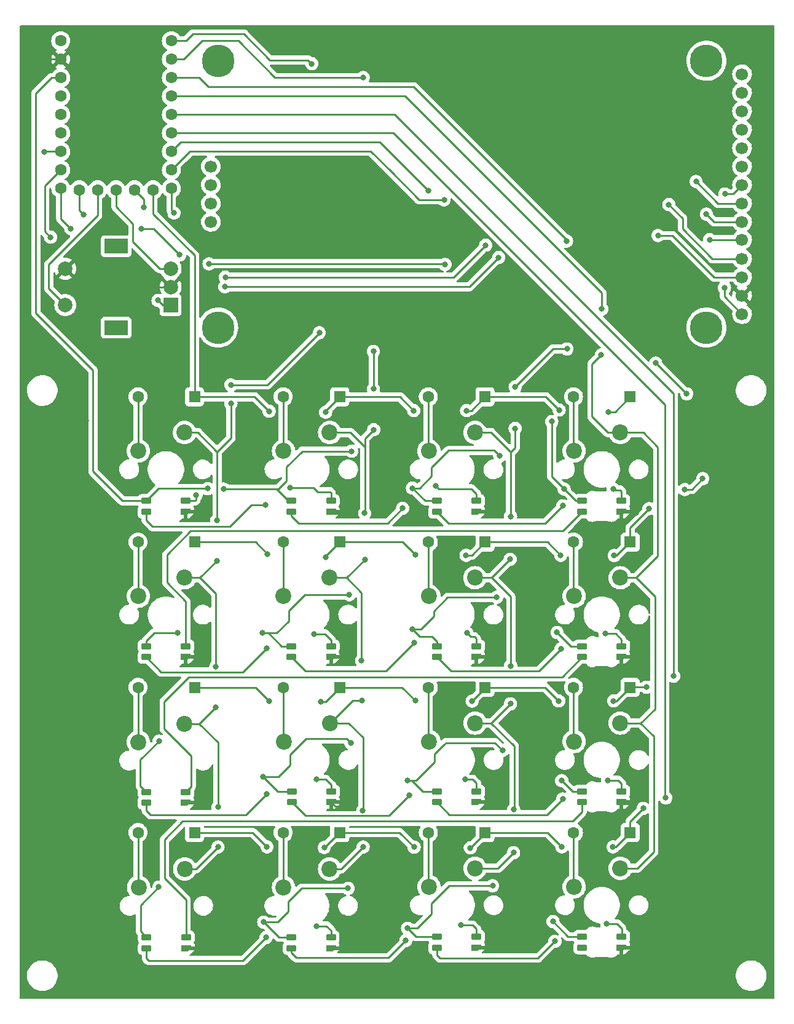
<source format=gbr>
%TF.GenerationSoftware,KiCad,Pcbnew,(6.0.4)*%
%TF.CreationDate,2022-05-01T23:44:28+08:00*%
%TF.ProjectId,RP2040_16Key_ili9341_LCD_keypad,52503230-3430-45f3-9136-4b65795f696c,rev?*%
%TF.SameCoordinates,Original*%
%TF.FileFunction,Copper,L2,Bot*%
%TF.FilePolarity,Positive*%
%FSLAX46Y46*%
G04 Gerber Fmt 4.6, Leading zero omitted, Abs format (unit mm)*
G04 Created by KiCad (PCBNEW (6.0.4)) date 2022-05-01 23:44:28*
%MOMM*%
%LPD*%
G01*
G04 APERTURE LIST*
G04 Aperture macros list*
%AMRoundRect*
0 Rectangle with rounded corners*
0 $1 Rounding radius*
0 $2 $3 $4 $5 $6 $7 $8 $9 X,Y pos of 4 corners*
0 Add a 4 corners polygon primitive as box body*
4,1,4,$2,$3,$4,$5,$6,$7,$8,$9,$2,$3,0*
0 Add four circle primitives for the rounded corners*
1,1,$1+$1,$2,$3*
1,1,$1+$1,$4,$5*
1,1,$1+$1,$6,$7*
1,1,$1+$1,$8,$9*
0 Add four rect primitives between the rounded corners*
20,1,$1+$1,$2,$3,$4,$5,0*
20,1,$1+$1,$4,$5,$6,$7,0*
20,1,$1+$1,$6,$7,$8,$9,0*
20,1,$1+$1,$8,$9,$2,$3,0*%
%AMFreePoly0*
4,1,18,-0.410000,0.593000,-0.403758,0.624380,-0.385983,0.650983,-0.359380,0.668758,-0.328000,0.675000,0.328000,0.675000,0.359380,0.668758,0.385983,0.650983,0.403758,0.624380,0.410000,0.593000,0.410000,-0.593000,0.403758,-0.624380,0.385983,-0.650983,0.359380,-0.668758,0.328000,-0.675000,0.000000,-0.675000,-0.410000,-0.265000,-0.410000,0.593000,-0.410000,0.593000,$1*%
G04 Aperture macros list end*
%TA.AperFunction,ComponentPad*%
%ADD10C,2.200000*%
%TD*%
%TA.AperFunction,ComponentPad*%
%ADD11R,1.600000X1.600000*%
%TD*%
%TA.AperFunction,ComponentPad*%
%ADD12C,1.600000*%
%TD*%
%TA.AperFunction,ComponentPad*%
%ADD13R,2.000000X2.000000*%
%TD*%
%TA.AperFunction,ComponentPad*%
%ADD14C,2.000000*%
%TD*%
%TA.AperFunction,ComponentPad*%
%ADD15R,3.200000X2.000000*%
%TD*%
%TA.AperFunction,ComponentPad*%
%ADD16C,4.500000*%
%TD*%
%TA.AperFunction,ComponentPad*%
%ADD17C,1.700000*%
%TD*%
%TA.AperFunction,SMDPad,CuDef*%
%ADD18RoundRect,0.082000X0.593000X-0.328000X0.593000X0.328000X-0.593000X0.328000X-0.593000X-0.328000X0*%
%TD*%
%TA.AperFunction,SMDPad,CuDef*%
%ADD19FreePoly0,90.000000*%
%TD*%
%TA.AperFunction,ViaPad*%
%ADD20C,0.800000*%
%TD*%
%TA.AperFunction,Conductor*%
%ADD21C,0.250000*%
%TD*%
G04 APERTURE END LIST*
D10*
%TO.P,K4,1*%
%TO.N,COL_4*%
X125226667Y-91180000D03*
%TO.P,K4,2*%
%TO.N,Net-(D4-Pad2)*%
X118876667Y-93720000D03*
%TD*%
D11*
%TO.P,D7,1,K*%
%TO.N,ROW_2*%
X106586667Y-106260000D03*
D12*
%TO.P,D7,2,A*%
%TO.N,Net-(D7-Pad2)*%
X98786667Y-106260000D03*
%TD*%
D11*
%TO.P,D14,1,K*%
%TO.N,ROW_4*%
X86586667Y-146260000D03*
D12*
%TO.P,D14,2,A*%
%TO.N,Net-(D14-Pad2)*%
X78786667Y-146260000D03*
%TD*%
D11*
%TO.P,D13,1,K*%
%TO.N,ROW_4*%
X66586667Y-146260000D03*
D12*
%TO.P,D13,2,A*%
%TO.N,Net-(D13-Pad2)*%
X58786667Y-146260000D03*
%TD*%
D11*
%TO.P,D10,1,K*%
%TO.N,ROW_3*%
X86586667Y-126260000D03*
D12*
%TO.P,D10,2,A*%
%TO.N,Net-(D10-Pad2)*%
X78786667Y-126260000D03*
%TD*%
D10*
%TO.P,K8,1*%
%TO.N,COL_4*%
X125226667Y-111180000D03*
%TO.P,K8,2*%
%TO.N,Net-(D8-Pad2)*%
X118876667Y-113720000D03*
%TD*%
D11*
%TO.P,D4,1,K*%
%TO.N,ROW_1*%
X126586667Y-86260000D03*
D12*
%TO.P,D4,2,A*%
%TO.N,Net-(D4-Pad2)*%
X118786667Y-86260000D03*
%TD*%
D10*
%TO.P,K5,1*%
%TO.N,COL_1*%
X65186667Y-111180000D03*
%TO.P,K5,2*%
%TO.N,Net-(D5-Pad2)*%
X58836667Y-113720000D03*
%TD*%
D11*
%TO.P,D9,1,K*%
%TO.N,ROW_3*%
X66586667Y-126260000D03*
D12*
%TO.P,D9,2,A*%
%TO.N,Net-(D9-Pad2)*%
X58786667Y-126260000D03*
%TD*%
D10*
%TO.P,K11,1*%
%TO.N,COL_3*%
X105226667Y-131180000D03*
%TO.P,K11,2*%
%TO.N,Net-(D11-Pad2)*%
X98876667Y-133720000D03*
%TD*%
%TO.P,K3,1*%
%TO.N,COL_3*%
X105213333Y-91180000D03*
%TO.P,K3,2*%
%TO.N,Net-(D3-Pad2)*%
X98863333Y-93720000D03*
%TD*%
D11*
%TO.P,D12,1,K*%
%TO.N,ROW_3*%
X126586667Y-126260000D03*
D12*
%TO.P,D12,2,A*%
%TO.N,Net-(D12-Pad2)*%
X118786667Y-126260000D03*
%TD*%
D10*
%TO.P,K1,1*%
%TO.N,COL_1*%
X65186667Y-91180000D03*
%TO.P,K1,2*%
%TO.N,Net-(D1-Pad2)*%
X58836667Y-93720000D03*
%TD*%
D13*
%TO.P,SW1,A,A*%
%TO.N,ENC_A*%
X63280000Y-73640000D03*
D14*
%TO.P,SW1,B,B*%
%TO.N,ENC_B*%
X63280000Y-68640000D03*
%TO.P,SW1,C,C*%
%TO.N,GND*%
X63280000Y-71140000D03*
D15*
%TO.P,SW1,MP*%
%TO.N,N/C*%
X55780000Y-65540000D03*
X55780000Y-76740000D03*
D14*
%TO.P,SW1,S1,S1*%
%TO.N,GND*%
X48780000Y-68640000D03*
%TO.P,SW1,S2,S2*%
%TO.N,ENC_SW*%
X48780000Y-73640000D03*
%TD*%
D11*
%TO.P,D1,1,K*%
%TO.N,ROW_1*%
X66586667Y-86260000D03*
D12*
%TO.P,D1,2,A*%
%TO.N,Net-(D1-Pad2)*%
X58786667Y-86260000D03*
%TD*%
D11*
%TO.P,D2,1,K*%
%TO.N,ROW_1*%
X86586667Y-86260000D03*
D12*
%TO.P,D2,2,A*%
%TO.N,Net-(D2-Pad2)*%
X78786667Y-86260000D03*
%TD*%
D11*
%TO.P,D11,1,K*%
%TO.N,ROW_3*%
X106586667Y-126260000D03*
D12*
%TO.P,D11,2,A*%
%TO.N,Net-(D11-Pad2)*%
X98786667Y-126260000D03*
%TD*%
D10*
%TO.P,K10,1*%
%TO.N,COL_2*%
X85226667Y-131180000D03*
%TO.P,K10,2*%
%TO.N,Net-(D10-Pad2)*%
X78876667Y-133720000D03*
%TD*%
%TO.P,K16,1*%
%TO.N,COL_4*%
X125226667Y-151180000D03*
%TO.P,K16,2*%
%TO.N,Net-(D16-Pad2)*%
X118876667Y-153720000D03*
%TD*%
D11*
%TO.P,D8,1,K*%
%TO.N,ROW_2*%
X126586667Y-106260000D03*
D12*
%TO.P,D8,2,A*%
%TO.N,Net-(D8-Pad2)*%
X118786667Y-106260000D03*
%TD*%
D10*
%TO.P,K7,1*%
%TO.N,COL_3*%
X105213333Y-111180000D03*
%TO.P,K7,2*%
%TO.N,Net-(D7-Pad2)*%
X98863333Y-113720000D03*
%TD*%
%TO.P,K15,1*%
%TO.N,COL_3*%
X105226667Y-151180000D03*
%TO.P,K15,2*%
%TO.N,Net-(D15-Pad2)*%
X98876667Y-153720000D03*
%TD*%
%TO.P,K13,1*%
%TO.N,COL_1*%
X65226667Y-151260000D03*
%TO.P,K13,2*%
%TO.N,Net-(D13-Pad2)*%
X58876667Y-153800000D03*
%TD*%
D11*
%TO.P,D15,1,K*%
%TO.N,ROW_4*%
X106586667Y-146260000D03*
D12*
%TO.P,D15,2,A*%
%TO.N,Net-(D15-Pad2)*%
X98786667Y-146260000D03*
%TD*%
D11*
%TO.P,D5,1,K*%
%TO.N,ROW_2*%
X66586667Y-106260000D03*
D12*
%TO.P,D5,2,A*%
%TO.N,Net-(D5-Pad2)*%
X58786667Y-106260000D03*
%TD*%
D11*
%TO.P,D16,1,K*%
%TO.N,ROW_4*%
X126586667Y-146260000D03*
D12*
%TO.P,D16,2,A*%
%TO.N,Net-(D16-Pad2)*%
X118786667Y-146260000D03*
%TD*%
D10*
%TO.P,K12,1*%
%TO.N,COL_4*%
X125226667Y-131180000D03*
%TO.P,K12,2*%
%TO.N,Net-(D12-Pad2)*%
X118876667Y-133720000D03*
%TD*%
D16*
%TO.P,U1,*%
%TO.N,*%
X69830000Y-76730000D03*
X137090000Y-76730000D03*
X137090000Y-40010000D03*
X69830000Y-40010000D03*
D17*
%TO.P,U1,1,VCC*%
%TO.N,+3V3*%
X142010000Y-74880000D03*
%TO.P,U1,2,GND*%
%TO.N,GND*%
X142010000Y-72340000D03*
%TO.P,U1,3,CS*%
%TO.N,LCD_CS*%
X142010000Y-69800000D03*
%TO.P,U1,4,RESET*%
%TO.N,LCD_RESET*%
X142010000Y-67260000D03*
%TO.P,U1,5,DC/RS*%
%TO.N,LCD_DC*%
X142010000Y-64630000D03*
%TO.P,U1,6,SD(MOSI)*%
%TO.N,LCD_SD(MOSI)*%
X142010000Y-62180000D03*
%TO.P,U1,7,SCK*%
%TO.N,LCD_SCK*%
X142010000Y-59640000D03*
%TO.P,U1,8,LED*%
%TO.N,+3V3*%
X142010000Y-57100000D03*
%TO.P,U1,9,SDO(MISO)*%
%TO.N,unconnected-(U1-Pad9)*%
X142010000Y-54560000D03*
%TO.P,U1,10,T_LCK*%
%TO.N,unconnected-(U1-Pad10)*%
X142010000Y-52020000D03*
%TO.P,U1,11,T_CS*%
%TO.N,unconnected-(U1-Pad11)*%
X142010000Y-49480000D03*
%TO.P,U1,12,T_DIN*%
%TO.N,unconnected-(U1-Pad12)*%
X142010000Y-46940000D03*
%TO.P,U1,13,T_DO*%
%TO.N,unconnected-(U1-Pad13)*%
X142010000Y-44400000D03*
%TO.P,U1,14,T_IRQ*%
%TO.N,unconnected-(U1-Pad14)*%
X142010000Y-41860000D03*
%TO.P,U1,15,SD_CS*%
%TO.N,unconnected-(U1-Pad15)*%
X68830000Y-62180000D03*
%TO.P,U1,16,SD_MOSI*%
%TO.N,unconnected-(U1-Pad16)*%
X68830000Y-59640000D03*
%TO.P,U1,17,SD_MISO*%
%TO.N,unconnected-(U1-Pad17)*%
X68830000Y-57100000D03*
%TO.P,U1,18,SD_SCK*%
%TO.N,unconnected-(U1-Pad18)*%
X68830000Y-54560000D03*
%TD*%
D11*
%TO.P,D6,1,K*%
%TO.N,ROW_2*%
X86586667Y-106260000D03*
D12*
%TO.P,D6,2,A*%
%TO.N,Net-(D6-Pad2)*%
X78786667Y-106260000D03*
%TD*%
%TO.P,RZ1,1,GP0*%
%TO.N,COL_1*%
X63385000Y-37250000D03*
%TO.P,RZ1,2,GP1*%
%TO.N,COL_2*%
X63385000Y-39790000D03*
%TO.P,RZ1,3,GP2*%
%TO.N,COL_3*%
X63385000Y-42330000D03*
%TO.P,RZ1,4,GP3*%
%TO.N,COL_4*%
X63385000Y-44870000D03*
%TO.P,RZ1,5,GP4*%
%TO.N,ROW_3*%
X63385000Y-47410000D03*
%TO.P,RZ1,6,GP5*%
%TO.N,ROW_4*%
X63385000Y-49950000D03*
%TO.P,RZ1,7,GP6*%
%TO.N,LCD_SCK*%
X63385000Y-52490000D03*
%TO.P,RZ1,8,GP7*%
%TO.N,LCD_SD(MOSI)*%
X63385000Y-55030000D03*
%TO.P,RZ1,9,GP8*%
%TO.N,ROW_2*%
X63385000Y-57570000D03*
%TO.P,RZ1,10,GP9*%
%TO.N,ROW_1*%
X60845000Y-57780000D03*
%TO.P,RZ1,11,GP10*%
%TO.N,ENC_A*%
X58305000Y-57780000D03*
%TO.P,RZ1,12,GP11*%
%TO.N,ENC_B*%
X55765000Y-57780000D03*
%TO.P,RZ1,13,GP12*%
%TO.N,ENC_SW*%
X53225000Y-57780000D03*
%TO.P,RZ1,14,GP13*%
%TO.N,LCD_CS*%
X50685000Y-57780000D03*
%TO.P,RZ1,15,GP14*%
%TO.N,LCD_RESET*%
X48145000Y-57570000D03*
%TO.P,RZ1,16,GP15*%
%TO.N,LCD_DC*%
X48145000Y-55030000D03*
%TO.P,RZ1,17,GP26*%
%TO.N,RGBDATA_1*%
X48145000Y-52490000D03*
%TO.P,RZ1,18,GP27*%
%TO.N,unconnected-(RZ1-Pad18)*%
X48145000Y-49950000D03*
%TO.P,RZ1,19,GP28*%
%TO.N,unconnected-(RZ1-Pad19)*%
X48145000Y-47410000D03*
%TO.P,RZ1,20,GP29*%
%TO.N,unconnected-(RZ1-Pad20)*%
X48145000Y-44870000D03*
%TO.P,RZ1,21,3V3*%
%TO.N,+3V3*%
X48145000Y-42330000D03*
%TO.P,RZ1,22,5V*%
%TO.N,+5V*%
X48145000Y-37250000D03*
%TO.P,RZ1,23,GND*%
%TO.N,GND*%
X48145000Y-39790000D03*
%TD*%
D10*
%TO.P,K6,1*%
%TO.N,COL_2*%
X85200000Y-111180000D03*
%TO.P,K6,2*%
%TO.N,Net-(D6-Pad2)*%
X78850000Y-113720000D03*
%TD*%
%TO.P,K2,1*%
%TO.N,COL_2*%
X85200000Y-91180000D03*
%TO.P,K2,2*%
%TO.N,Net-(D2-Pad2)*%
X78850000Y-93720000D03*
%TD*%
%TO.P,K9,1*%
%TO.N,COL_1*%
X65186667Y-131260000D03*
%TO.P,K9,2*%
%TO.N,Net-(D9-Pad2)*%
X58836667Y-133800000D03*
%TD*%
%TO.P,K14,1*%
%TO.N,COL_2*%
X85186667Y-151260000D03*
%TO.P,K14,2*%
%TO.N,Net-(D14-Pad2)*%
X78836667Y-153800000D03*
%TD*%
D11*
%TO.P,D3,1,K*%
%TO.N,ROW_1*%
X106586667Y-86260000D03*
D12*
%TO.P,D3,2,A*%
%TO.N,Net-(D3-Pad2)*%
X98786667Y-86260000D03*
%TD*%
D18*
%TO.P,LED8,1,VDD*%
%TO.N,+3V3*%
X119961667Y-120590000D03*
%TO.P,LED8,2,DOUT*%
%TO.N,RGBDATA_3*%
X119961667Y-122090000D03*
%TO.P,LED8,3,DIN*%
%TO.N,Net-(LED7-Pad2)*%
X125411667Y-120590000D03*
D19*
%TO.P,LED8,4,VSS*%
%TO.N,GND*%
X125411667Y-122090000D03*
%TD*%
D18*
%TO.P,LED5,1,VDD*%
%TO.N,+3V3*%
X59921667Y-120590000D03*
%TO.P,LED5,2,DOUT*%
%TO.N,Net-(LED5-Pad2)*%
X59921667Y-122090000D03*
%TO.P,LED5,3,DIN*%
%TO.N,RGBDATA_2*%
X65371667Y-120590000D03*
D19*
%TO.P,LED5,4,VSS*%
%TO.N,GND*%
X65371667Y-122090000D03*
%TD*%
D18*
%TO.P,LED11,1,VDD*%
%TO.N,+3V3*%
X99961667Y-140590000D03*
%TO.P,LED11,2,DOUT*%
%TO.N,Net-(LED11-Pad2)*%
X99961667Y-142090000D03*
%TO.P,LED11,3,DIN*%
%TO.N,Net-(LED10-Pad2)*%
X105411667Y-140590000D03*
D19*
%TO.P,LED11,4,VSS*%
%TO.N,GND*%
X105411667Y-142090000D03*
%TD*%
D18*
%TO.P,LED6,1,VDD*%
%TO.N,+3V3*%
X79935000Y-120590000D03*
%TO.P,LED6,2,DOUT*%
%TO.N,Net-(LED6-Pad2)*%
X79935000Y-122090000D03*
%TO.P,LED6,3,DIN*%
%TO.N,Net-(LED5-Pad2)*%
X85385000Y-120590000D03*
D19*
%TO.P,LED6,4,VSS*%
%TO.N,GND*%
X85385000Y-122090000D03*
%TD*%
D18*
%TO.P,LED2,1,VDD*%
%TO.N,+3V3*%
X79935000Y-100590000D03*
%TO.P,LED2,2,DOUT*%
%TO.N,Net-(LED2-Pad2)*%
X79935000Y-102090000D03*
%TO.P,LED2,3,DIN*%
%TO.N,Net-(LED1-Pad2)*%
X85385000Y-100590000D03*
D19*
%TO.P,LED2,4,VSS*%
%TO.N,GND*%
X85385000Y-102090000D03*
%TD*%
D18*
%TO.P,LED10,1,VDD*%
%TO.N,+3V3*%
X79961667Y-140590000D03*
%TO.P,LED10,2,DOUT*%
%TO.N,Net-(LED10-Pad2)*%
X79961667Y-142090000D03*
%TO.P,LED10,3,DIN*%
%TO.N,Net-(LED10-Pad3)*%
X85411667Y-140590000D03*
D19*
%TO.P,LED10,4,VSS*%
%TO.N,GND*%
X85411667Y-142090000D03*
%TD*%
D18*
%TO.P,LED1,1,VDD*%
%TO.N,+3V3*%
X59921667Y-100590000D03*
%TO.P,LED1,2,DOUT*%
%TO.N,Net-(LED1-Pad2)*%
X59921667Y-102090000D03*
%TO.P,LED1,3,DIN*%
%TO.N,RGBDATA_1*%
X65371667Y-100590000D03*
D19*
%TO.P,LED1,4,VSS*%
%TO.N,GND*%
X65371667Y-102090000D03*
%TD*%
D18*
%TO.P,LED3,1,VDD*%
%TO.N,+3V3*%
X99948333Y-100590000D03*
%TO.P,LED3,2,DOUT*%
%TO.N,Net-(LED3-Pad2)*%
X99948333Y-102090000D03*
%TO.P,LED3,3,DIN*%
%TO.N,Net-(LED2-Pad2)*%
X105398333Y-100590000D03*
D19*
%TO.P,LED3,4,VSS*%
%TO.N,GND*%
X105398333Y-102090000D03*
%TD*%
D18*
%TO.P,LED12,1,VDD*%
%TO.N,+3V3*%
X119961667Y-140590000D03*
%TO.P,LED12,2,DOUT*%
%TO.N,RGBDATA_4*%
X119961667Y-142090000D03*
%TO.P,LED12,3,DIN*%
%TO.N,Net-(LED11-Pad2)*%
X125411667Y-140590000D03*
D19*
%TO.P,LED12,4,VSS*%
%TO.N,GND*%
X125411667Y-142090000D03*
%TD*%
D18*
%TO.P,LED14,1,VDD*%
%TO.N,+3V3*%
X79921667Y-160670000D03*
%TO.P,LED14,2,DOUT*%
%TO.N,Net-(LED14-Pad2)*%
X79921667Y-162170000D03*
%TO.P,LED14,3,DIN*%
%TO.N,Net-(LED13-Pad2)*%
X85371667Y-160670000D03*
D19*
%TO.P,LED14,4,VSS*%
%TO.N,GND*%
X85371667Y-162170000D03*
%TD*%
D18*
%TO.P,LED9,1,VDD*%
%TO.N,+3V3*%
X59921667Y-140670000D03*
%TO.P,LED9,2,DOUT*%
%TO.N,Net-(LED10-Pad3)*%
X59921667Y-142170000D03*
%TO.P,LED9,3,DIN*%
%TO.N,RGBDATA_3*%
X65371667Y-140670000D03*
D19*
%TO.P,LED9,4,VSS*%
%TO.N,GND*%
X65371667Y-142170000D03*
%TD*%
D18*
%TO.P,LED15,1,VDD*%
%TO.N,+3V3*%
X99961667Y-160590000D03*
%TO.P,LED15,2,DOUT*%
%TO.N,Net-(LED15-Pad2)*%
X99961667Y-162090000D03*
%TO.P,LED15,3,DIN*%
%TO.N,Net-(LED14-Pad2)*%
X105411667Y-160590000D03*
D19*
%TO.P,LED15,4,VSS*%
%TO.N,GND*%
X105411667Y-162090000D03*
%TD*%
D18*
%TO.P,LED13,1,VDD*%
%TO.N,+3V3*%
X59961667Y-160670000D03*
%TO.P,LED13,2,DOUT*%
%TO.N,Net-(LED13-Pad2)*%
X59961667Y-162170000D03*
%TO.P,LED13,3,DIN*%
%TO.N,RGBDATA_4*%
X65411667Y-160670000D03*
D19*
%TO.P,LED13,4,VSS*%
%TO.N,GND*%
X65411667Y-162170000D03*
%TD*%
D18*
%TO.P,LED7,1,VDD*%
%TO.N,+3V3*%
X99948333Y-120590000D03*
%TO.P,LED7,2,DOUT*%
%TO.N,Net-(LED7-Pad2)*%
X99948333Y-122090000D03*
%TO.P,LED7,3,DIN*%
%TO.N,Net-(LED6-Pad2)*%
X105398333Y-120590000D03*
D19*
%TO.P,LED7,4,VSS*%
%TO.N,GND*%
X105398333Y-122090000D03*
%TD*%
D18*
%TO.P,LED4,1,VDD*%
%TO.N,+3V3*%
X119961667Y-100590000D03*
%TO.P,LED4,2,DOUT*%
%TO.N,RGBDATA_2*%
X119961667Y-102090000D03*
%TO.P,LED4,3,DIN*%
%TO.N,Net-(LED3-Pad2)*%
X125411667Y-100590000D03*
D19*
%TO.P,LED4,4,VSS*%
%TO.N,GND*%
X125411667Y-102090000D03*
%TD*%
D18*
%TO.P,LED16,1,VDD*%
%TO.N,+3V3*%
X119961667Y-160590000D03*
%TO.P,LED16,2,DOUT*%
%TO.N,unconnected-(LED16-Pad2)*%
X119961667Y-162090000D03*
%TO.P,LED16,3,DIN*%
%TO.N,Net-(LED15-Pad2)*%
X125411667Y-160590000D03*
D19*
%TO.P,LED16,4,VSS*%
%TO.N,GND*%
X125411667Y-162090000D03*
%TD*%
D20*
%TO.N,+3V3*%
X115790000Y-89680000D03*
X95930000Y-159430000D03*
X139650000Y-58350000D03*
X116520000Y-118710000D03*
X115960000Y-158500000D03*
X87890000Y-113520000D03*
X68380000Y-98910000D03*
X88100000Y-133890000D03*
X64240000Y-118770000D03*
X109030000Y-134940000D03*
X76110000Y-158590000D03*
X96600000Y-98830000D03*
X95890000Y-139080000D03*
X139590000Y-71250000D03*
X61660000Y-153770000D03*
X108230000Y-113860000D03*
X108630000Y-94410000D03*
X76000000Y-138580000D03*
X96560000Y-118250000D03*
X107640000Y-153580000D03*
X117160000Y-139100000D03*
X61680000Y-133670000D03*
X88220000Y-93750000D03*
X75940000Y-118790000D03*
X117490000Y-98960000D03*
X70600000Y-98970000D03*
X87740000Y-153930000D03*
%TO.N,Net-(LED6-Pad2)*%
X96850000Y-120100000D03*
X104110000Y-118790000D03*
%TO.N,GND*%
X51590000Y-89520000D03*
X87600000Y-102340000D03*
X107700000Y-102600000D03*
X106870000Y-142040000D03*
X73900000Y-147990000D03*
X87720000Y-122670000D03*
X67730000Y-122080000D03*
X107620000Y-122680000D03*
X52780000Y-72670000D03*
X55840000Y-83820000D03*
X127420000Y-102270000D03*
X93950000Y-148450000D03*
X68410000Y-141490000D03*
X68310000Y-102110000D03*
X127590000Y-122640000D03*
X58820000Y-103960000D03*
X87620000Y-142600000D03*
X127190000Y-142330000D03*
X53890000Y-88730000D03*
%TO.N,Net-(LED5-Pad2)*%
X76530000Y-120850000D03*
X83010000Y-118910000D03*
%TO.N,Net-(LED10-Pad3)*%
X76530000Y-140960000D03*
X83350000Y-138930000D03*
%TO.N,Net-(LED3-Pad2)*%
X124250000Y-98960000D03*
X117310000Y-101260000D03*
%TO.N,Net-(LED2-Pad2)*%
X95240000Y-101610000D03*
X99780000Y-98520000D03*
%TO.N,Net-(LED1-Pad2)*%
X76340000Y-101120000D03*
X79730000Y-98760000D03*
%TO.N,Net-(LED11-Pad2)*%
X117290000Y-141630000D03*
X123510000Y-139060000D03*
%TO.N,RGBDATA_1*%
X45870000Y-52530000D03*
X66780000Y-99780000D03*
%TO.N,Net-(LED7-Pad2)*%
X117050000Y-120990000D03*
X123150000Y-118870000D03*
%TO.N,Net-(LED10-Pad2)*%
X96140000Y-141150000D03*
X103830000Y-138930000D03*
%TO.N,Net-(LED13-Pad2)*%
X83390000Y-159120000D03*
X76420000Y-160710000D03*
%TO.N,Net-(LED14-Pad2)*%
X95680000Y-161120000D03*
X103250000Y-159020000D03*
%TO.N,Net-(LED15-Pad2)*%
X123380000Y-158830000D03*
X116230000Y-161210000D03*
%TO.N,ROW_2*%
X84690000Y-108390000D03*
X124400000Y-108110000D03*
X129180000Y-101660000D03*
X117020000Y-108080000D03*
X76620000Y-107920000D03*
X63750000Y-60950000D03*
X134120000Y-99030000D03*
X136590000Y-97530000D03*
X130110000Y-81610000D03*
X96980000Y-108020000D03*
X134390000Y-85850000D03*
X103980000Y-108080000D03*
%TO.N,ROW_3*%
X76880000Y-128170000D03*
X116740000Y-128130000D03*
X104820000Y-128150000D03*
X132590000Y-124720000D03*
X97020000Y-128110000D03*
X83950000Y-128210000D03*
X128830000Y-126240000D03*
X124310000Y-128130000D03*
%TO.N,ROW_4*%
X124220000Y-148220000D03*
X96830000Y-148260000D03*
X128390000Y-142920000D03*
X84440000Y-148310000D03*
X117180000Y-148220000D03*
X76560000Y-148220000D03*
X131510000Y-141470000D03*
X104570000Y-148360000D03*
%TO.N,ROW_1*%
X76850000Y-88250000D03*
X84640000Y-88380000D03*
X116810000Y-88090000D03*
X123600000Y-88340000D03*
X104050000Y-88160000D03*
X96770000Y-88160000D03*
%TO.N,LCD_SD(MOSI)*%
X137090000Y-61120000D03*
X100960000Y-59160000D03*
%TO.N,LCD_SCK*%
X98780000Y-57870000D03*
X135670000Y-56620000D03*
%TO.N,COL_1*%
X83770000Y-77440000D03*
X69510000Y-123420000D03*
X69800000Y-142750000D03*
X69650000Y-108860000D03*
X69510000Y-128990000D03*
X82730000Y-40410000D03*
X69810000Y-148240000D03*
X71590000Y-87220000D03*
X69650000Y-103260000D03*
X71590000Y-84630000D03*
%TO.N,COL_2*%
X89660000Y-128040000D03*
X91230000Y-85180000D03*
X90030000Y-108690000D03*
X89810000Y-42300000D03*
X89770000Y-143220000D03*
X90010000Y-102290000D03*
X89590000Y-122570000D03*
X91220000Y-80020000D03*
X91260000Y-90790000D03*
X89810000Y-148240000D03*
%TO.N,COL_3*%
X110060000Y-108640000D03*
X110750000Y-84880000D03*
X110540000Y-143100000D03*
X117890000Y-79670000D03*
X110750000Y-90620000D03*
X110110000Y-128530000D03*
X110120000Y-102730000D03*
X110130000Y-123300000D03*
X117830000Y-64820000D03*
X110530000Y-149020000D03*
%TO.N,COL_4*%
X122700000Y-74170000D03*
X122610000Y-80500000D03*
%TO.N,ENC_A*%
X61550000Y-73000000D03*
X59610000Y-60210000D03*
%TO.N,LCD_CS*%
X64540000Y-66720000D03*
X101080000Y-68030000D03*
X51320000Y-61200000D03*
X59260000Y-63160000D03*
X130430000Y-64070000D03*
X68570000Y-67950000D03*
%TO.N,LCD_RESET*%
X49530000Y-63130000D03*
X106680000Y-65390000D03*
X131920000Y-59800000D03*
X70830000Y-69790000D03*
%TO.N,LCD_DC*%
X70760000Y-71120000D03*
X108480000Y-67080000D03*
X137530000Y-64640000D03*
X46740000Y-64300000D03*
%TD*%
D21*
%TO.N,+3V3*%
X99650000Y-135440000D02*
X100940000Y-134150000D01*
X44700000Y-44520000D02*
X44700000Y-74700000D01*
X116520000Y-118710000D02*
X118400000Y-120590000D01*
X59921667Y-119888333D02*
X60730000Y-119080000D01*
X79510000Y-157130000D02*
X79510000Y-155740000D01*
X99948333Y-119928333D02*
X99948333Y-120590000D01*
X78010000Y-140590000D02*
X79961667Y-140590000D01*
X79580000Y-117120000D02*
X79580000Y-115720000D01*
X99220000Y-96030000D02*
X101590000Y-93660000D01*
X107880000Y-93660000D02*
X108630000Y-94410000D01*
X56660000Y-100590000D02*
X59921667Y-100590000D01*
X99230000Y-156020000D02*
X101670000Y-153580000D01*
X59921667Y-120590000D02*
X59921667Y-119888333D01*
X76740000Y-118790000D02*
X78540000Y-120590000D01*
X81400000Y-93750000D02*
X88220000Y-93750000D01*
X97100000Y-139080000D02*
X99650000Y-136530000D01*
X98010000Y-140620000D02*
X99931667Y-140620000D01*
X52570000Y-82570000D02*
X52570000Y-96500000D01*
X96600000Y-98830000D02*
X98360000Y-100590000D01*
X79470000Y-100590000D02*
X79935000Y-100590000D01*
X76110000Y-158590000D02*
X78050000Y-158590000D01*
X44700000Y-74700000D02*
X52570000Y-82570000D01*
X96600000Y-98830000D02*
X97590000Y-98830000D01*
X59130000Y-156300000D02*
X61660000Y-153770000D01*
X79750000Y-136940000D02*
X79750000Y-135530000D01*
X96560000Y-118250000D02*
X97600000Y-119290000D01*
X118400000Y-120590000D02*
X119961667Y-120590000D01*
X117160000Y-139100000D02*
X118650000Y-140590000D01*
X101450000Y-113890000D02*
X101480000Y-113860000D01*
X95930000Y-159430000D02*
X97260000Y-159430000D01*
X97090000Y-160590000D02*
X99961667Y-160590000D01*
X118050000Y-160590000D02*
X119961667Y-160590000D01*
X60730000Y-119080000D02*
X61040000Y-118770000D01*
X99540000Y-115800000D02*
X101450000Y-113890000D01*
X99931667Y-140620000D02*
X99961667Y-140590000D01*
X78050000Y-158590000D02*
X79510000Y-157130000D01*
X100940000Y-134150000D02*
X101204521Y-133885479D01*
X96560000Y-118250000D02*
X97750000Y-118250000D01*
X140760000Y-58350000D02*
X142010000Y-57100000D01*
X95930000Y-159430000D02*
X97090000Y-160590000D01*
X70600000Y-98970000D02*
X77850000Y-98970000D01*
X97600000Y-119290000D02*
X99310000Y-119290000D01*
X96470000Y-139080000D02*
X97100000Y-139080000D01*
X59921667Y-140670000D02*
X59110000Y-139858333D01*
X76740000Y-118790000D02*
X77910000Y-118790000D01*
X76000000Y-138580000D02*
X78110000Y-138580000D01*
X97590000Y-98830000D02*
X99220000Y-97200000D01*
X117490000Y-98960000D02*
X119120000Y-100590000D01*
X79250000Y-97860000D02*
X79250000Y-95900000D01*
X77850000Y-98970000D02*
X79470000Y-100590000D01*
X59110000Y-136240000D02*
X61680000Y-133670000D01*
X107975479Y-133885479D02*
X109030000Y-134940000D01*
X76000000Y-138580000D02*
X78010000Y-140590000D01*
X142010000Y-74880000D02*
X139590000Y-72460000D01*
X79250000Y-95900000D02*
X81400000Y-93750000D01*
X117490000Y-98960000D02*
X115790000Y-97260000D01*
X77850000Y-98970000D02*
X78140000Y-98970000D01*
X99540000Y-116460000D02*
X99540000Y-115800000D01*
X97750000Y-118250000D02*
X99540000Y-116460000D01*
X78110000Y-138580000D02*
X79750000Y-136940000D01*
X139590000Y-72460000D02*
X139590000Y-71250000D01*
X46890000Y-42330000D02*
X44700000Y-44520000D01*
X98360000Y-100590000D02*
X99948333Y-100590000D01*
X79750000Y-135530000D02*
X81920000Y-133360000D01*
X81920000Y-133360000D02*
X87570000Y-133360000D01*
X118650000Y-140590000D02*
X119961667Y-140590000D01*
X99230000Y-157460000D02*
X99230000Y-156020000D01*
X77910000Y-118790000D02*
X79580000Y-117120000D01*
X115790000Y-97260000D02*
X115790000Y-89680000D01*
X75940000Y-118790000D02*
X76740000Y-118790000D01*
X76110000Y-158590000D02*
X78190000Y-160670000D01*
X52570000Y-96500000D02*
X56660000Y-100590000D01*
X101590000Y-93660000D02*
X107880000Y-93660000D01*
X61040000Y-118770000D02*
X64240000Y-118770000D01*
X59110000Y-137580000D02*
X59110000Y-136240000D01*
X78140000Y-98970000D02*
X79250000Y-97860000D01*
X59961667Y-160670000D02*
X59130000Y-159838333D01*
X59130000Y-157180000D02*
X59130000Y-156300000D01*
X97260000Y-159430000D02*
X99230000Y-157460000D01*
X101204521Y-133885479D02*
X107975479Y-133885479D01*
X59110000Y-139858333D02*
X59110000Y-137580000D01*
X101670000Y-153580000D02*
X107640000Y-153580000D01*
X139650000Y-58350000D02*
X140760000Y-58350000D01*
X59130000Y-159838333D02*
X59130000Y-157180000D01*
X81780000Y-113520000D02*
X87890000Y-113520000D01*
X115960000Y-158500000D02*
X118050000Y-160590000D01*
X61601667Y-98910000D02*
X68380000Y-98910000D01*
X95890000Y-139080000D02*
X96470000Y-139080000D01*
X48145000Y-42330000D02*
X46890000Y-42330000D01*
X119120000Y-100590000D02*
X119961667Y-100590000D01*
X79580000Y-115720000D02*
X81780000Y-113520000D01*
X79510000Y-155740000D02*
X81320000Y-153930000D01*
X81320000Y-153930000D02*
X87740000Y-153930000D01*
X101480000Y-113860000D02*
X108230000Y-113860000D01*
X99650000Y-136530000D02*
X99650000Y-135440000D01*
X87570000Y-133360000D02*
X88100000Y-133890000D01*
X78540000Y-120590000D02*
X79935000Y-120590000D01*
X99220000Y-97200000D02*
X99220000Y-96030000D01*
X96470000Y-139080000D02*
X98010000Y-140620000D01*
X78190000Y-160670000D02*
X79921667Y-160670000D01*
X59921667Y-100590000D02*
X61601667Y-98910000D01*
X99310000Y-119290000D02*
X99948333Y-119928333D01*
%TO.N,Net-(LED6-Pad2)*%
X81839511Y-123994511D02*
X92955489Y-123994511D01*
X104110000Y-118790000D02*
X104630000Y-119310000D01*
X79935000Y-122090000D02*
X81839511Y-123994511D01*
X104630000Y-119310000D02*
X105140000Y-119310000D01*
X92955489Y-123994511D02*
X96850000Y-120100000D01*
X105398333Y-119568333D02*
X105398333Y-120590000D01*
X105140000Y-119310000D02*
X105398333Y-119568333D01*
%TO.N,GND*%
X65371667Y-122090000D02*
X67720000Y-122090000D01*
X85635000Y-102340000D02*
X85385000Y-102090000D01*
X50790000Y-83730000D02*
X50790000Y-88960000D01*
X127190000Y-142330000D02*
X125651667Y-142330000D01*
X127420000Y-102270000D02*
X126520000Y-102270000D01*
X55840000Y-83820000D02*
X53890000Y-85770000D01*
X85371667Y-162170000D02*
X88610000Y-162170000D01*
X87720000Y-122670000D02*
X87140000Y-122090000D01*
X53630000Y-103960000D02*
X58820000Y-103960000D01*
X65371667Y-142170000D02*
X67730000Y-142170000D01*
X51590000Y-89520000D02*
X51350000Y-89520000D01*
X52780000Y-72640000D02*
X52780000Y-72670000D01*
X106870000Y-142040000D02*
X105461667Y-142040000D01*
X107620000Y-122680000D02*
X107030000Y-122090000D01*
X68290000Y-102090000D02*
X68310000Y-102110000D01*
X73900000Y-157840000D02*
X73900000Y-147990000D01*
X107030000Y-122090000D02*
X105398333Y-122090000D01*
X65371667Y-102090000D02*
X68290000Y-102090000D01*
X92470000Y-158310000D02*
X93950000Y-156830000D01*
X87140000Y-122090000D02*
X85385000Y-122090000D01*
X67730000Y-142170000D02*
X68410000Y-141490000D01*
X43440000Y-42590000D02*
X43440000Y-76380000D01*
X88610000Y-162170000D02*
X92470000Y-158310000D01*
X54310000Y-71140000D02*
X52780000Y-72670000D01*
X48145000Y-39790000D02*
X46240000Y-39790000D01*
X50790000Y-88960000D02*
X50790000Y-101120000D01*
X65411667Y-162170000D02*
X69570000Y-162170000D01*
X127590000Y-122640000D02*
X127040000Y-122090000D01*
X50790000Y-101120000D02*
X53630000Y-103960000D01*
X126340000Y-102090000D02*
X125411667Y-102090000D01*
X126520000Y-102270000D02*
X126340000Y-102090000D01*
X43440000Y-76380000D02*
X50790000Y-83730000D01*
X72150000Y-159590000D02*
X73900000Y-157840000D01*
X105461667Y-142040000D02*
X105411667Y-142090000D01*
X48780000Y-68640000D02*
X52780000Y-72640000D01*
X51350000Y-89520000D02*
X50790000Y-88960000D01*
X87620000Y-142600000D02*
X85921667Y-142600000D01*
X69570000Y-162170000D02*
X72150000Y-159590000D01*
X125651667Y-142330000D02*
X125411667Y-142090000D01*
X46240000Y-39790000D02*
X43440000Y-42590000D01*
X85921667Y-142600000D02*
X85411667Y-142090000D01*
X53890000Y-85770000D02*
X53890000Y-88730000D01*
X67720000Y-122090000D02*
X67730000Y-122080000D01*
X107700000Y-102600000D02*
X107190000Y-102090000D01*
X107190000Y-102090000D02*
X105398333Y-102090000D01*
X93950000Y-156830000D02*
X93950000Y-148450000D01*
X127040000Y-122090000D02*
X125411667Y-122090000D01*
X63280000Y-71140000D02*
X54310000Y-71140000D01*
X87600000Y-102340000D02*
X85635000Y-102340000D01*
%TO.N,Net-(LED5-Pad2)*%
X73235489Y-124144511D02*
X76530000Y-120850000D01*
X59921667Y-122090000D02*
X61976178Y-124144511D01*
X84550000Y-118910000D02*
X85385000Y-119745000D01*
X83010000Y-118910000D02*
X84550000Y-118910000D01*
X85385000Y-119745000D02*
X85385000Y-120590000D01*
X61976178Y-124144511D02*
X73235489Y-124144511D01*
%TO.N,RGBDATA_2*%
X119961667Y-102090000D02*
X117321667Y-104730000D01*
X66050000Y-104730000D02*
X62770000Y-108010000D01*
X62770000Y-108010000D02*
X62770000Y-111840000D01*
X117321667Y-104730000D02*
X66050000Y-104730000D01*
X65371667Y-114441667D02*
X65371667Y-120590000D01*
X62770000Y-111840000D02*
X65371667Y-114441667D01*
%TO.N,Net-(LED10-Pad3)*%
X59921667Y-142170000D02*
X59921667Y-143241667D01*
X83350000Y-138930000D02*
X84660000Y-138930000D01*
X85440000Y-140561667D02*
X85411667Y-140590000D01*
X59921667Y-143241667D02*
X60490000Y-143810000D01*
X73680000Y-143810000D02*
X76530000Y-140960000D01*
X84660000Y-138930000D02*
X85440000Y-139710000D01*
X85440000Y-139710000D02*
X85440000Y-140561667D01*
X60490000Y-143810000D02*
X73680000Y-143810000D01*
%TO.N,RGBDATA_3*%
X62390000Y-131960000D02*
X66120000Y-135690000D01*
X119961667Y-122090000D02*
X117221667Y-124830000D01*
X66120000Y-135690000D02*
X66120000Y-139921667D01*
X62390000Y-128207645D02*
X62390000Y-131960000D01*
X117221667Y-124830000D02*
X65767645Y-124830000D01*
X65767645Y-124830000D02*
X62390000Y-128207645D01*
X66120000Y-139921667D02*
X65371667Y-140670000D01*
%TO.N,Net-(LED3-Pad2)*%
X125190000Y-99100000D02*
X125411667Y-99321667D01*
X114880000Y-103690000D02*
X117310000Y-101260000D01*
X124250000Y-98960000D02*
X124390000Y-99100000D01*
X124390000Y-99100000D02*
X125190000Y-99100000D01*
X125411667Y-99321667D02*
X125411667Y-100590000D01*
X101548333Y-103690000D02*
X114880000Y-103690000D01*
X99948333Y-102090000D02*
X101548333Y-103690000D01*
%TO.N,Net-(LED2-Pad2)*%
X79935000Y-102090000D02*
X79935000Y-102705000D01*
X99780000Y-98520000D02*
X100210000Y-98950000D01*
X80920000Y-103690000D02*
X93160000Y-103690000D01*
X100210000Y-98950000D02*
X104750000Y-98950000D01*
X105398333Y-99598333D02*
X105398333Y-100590000D01*
X104750000Y-98950000D02*
X105398333Y-99598333D01*
X93160000Y-103690000D02*
X95240000Y-101610000D01*
X79935000Y-102705000D02*
X80920000Y-103690000D01*
%TO.N,Net-(LED1-Pad2)*%
X85240000Y-99340000D02*
X85385000Y-99485000D01*
X59921667Y-102090000D02*
X59911178Y-102100489D01*
X71410000Y-104140000D02*
X74430000Y-101120000D01*
X74430000Y-101120000D02*
X76340000Y-101120000D01*
X59911178Y-102100489D02*
X59911178Y-103261178D01*
X83560000Y-99340000D02*
X85240000Y-99340000D01*
X85385000Y-99485000D02*
X85385000Y-100590000D01*
X60790000Y-104140000D02*
X71410000Y-104140000D01*
X79730000Y-98760000D02*
X82980000Y-98760000D01*
X59911178Y-103261178D02*
X60790000Y-104140000D01*
X82980000Y-98760000D02*
X83560000Y-99340000D01*
%TO.N,RGBDATA_4*%
X62450000Y-152550000D02*
X65411667Y-155511667D01*
X62450000Y-147200000D02*
X62450000Y-152550000D01*
X64950000Y-144700000D02*
X62450000Y-147200000D01*
X118700000Y-144700000D02*
X64950000Y-144700000D01*
X119961667Y-142090000D02*
X119961667Y-143438333D01*
X65411667Y-155511667D02*
X65411667Y-160670000D01*
X119961667Y-143438333D02*
X118700000Y-144700000D01*
%TO.N,Net-(LED11-Pad2)*%
X115095489Y-143824511D02*
X117290000Y-141630000D01*
X124940000Y-139060000D02*
X125411667Y-139531667D01*
X125411667Y-139531667D02*
X125411667Y-140590000D01*
X101696178Y-143824511D02*
X115095489Y-143824511D01*
X99961667Y-142090000D02*
X101696178Y-143824511D01*
X123510000Y-139060000D02*
X124940000Y-139060000D01*
%TO.N,RGBDATA_1*%
X66780000Y-99780000D02*
X66780000Y-100460000D01*
X66780000Y-100460000D02*
X66650000Y-100590000D01*
X66650000Y-100590000D02*
X65371667Y-100590000D01*
X45910000Y-52490000D02*
X48145000Y-52490000D01*
X45870000Y-52530000D02*
X45910000Y-52490000D01*
%TO.N,Net-(LED7-Pad2)*%
X99948333Y-122090000D02*
X101882844Y-124024511D01*
X124590000Y-118870000D02*
X125411667Y-119691667D01*
X101882844Y-124024511D02*
X114015489Y-124024511D01*
X125411667Y-119691667D02*
X125411667Y-120590000D01*
X123150000Y-118870000D02*
X124590000Y-118870000D01*
X114015489Y-124024511D02*
X117050000Y-120990000D01*
%TO.N,Net-(LED10-Pad2)*%
X105411667Y-139441667D02*
X105411667Y-140590000D01*
X81816178Y-143944511D02*
X93345489Y-143944511D01*
X93345489Y-143944511D02*
X96140000Y-141150000D01*
X103830000Y-138930000D02*
X104900000Y-138930000D01*
X79961667Y-142090000D02*
X81816178Y-143944511D01*
X104900000Y-138930000D02*
X105411667Y-139441667D01*
%TO.N,Net-(LED13-Pad2)*%
X60300000Y-163890000D02*
X73240000Y-163890000D01*
X73240000Y-163890000D02*
X76420000Y-160710000D01*
X59961667Y-163551667D02*
X60300000Y-163890000D01*
X83390000Y-159120000D02*
X84770000Y-159120000D01*
X85371667Y-159721667D02*
X85371667Y-160670000D01*
X84770000Y-159120000D02*
X85371667Y-159721667D01*
X59961667Y-162170000D02*
X59961667Y-163551667D01*
%TO.N,Net-(LED14-Pad2)*%
X104920000Y-159020000D02*
X105411667Y-159511667D01*
X79921667Y-162170000D02*
X79921667Y-162811667D01*
X80620000Y-163510000D02*
X93290000Y-163510000D01*
X79921667Y-162811667D02*
X80620000Y-163510000D01*
X105411667Y-159511667D02*
X105411667Y-160590000D01*
X93290000Y-163510000D02*
X95680000Y-161120000D01*
X103250000Y-159020000D02*
X104920000Y-159020000D01*
%TO.N,Net-(LED15-Pad2)*%
X125420000Y-160581667D02*
X125411667Y-160590000D01*
X99961667Y-163101667D02*
X100410000Y-163550000D01*
X125420000Y-159480000D02*
X125420000Y-160581667D01*
X124770000Y-158830000D02*
X125420000Y-159480000D01*
X113890000Y-163550000D02*
X116230000Y-161210000D01*
X99961667Y-162090000D02*
X99961667Y-163101667D01*
X100410000Y-163550000D02*
X113890000Y-163550000D01*
X123380000Y-158830000D02*
X124770000Y-158830000D01*
%TO.N,Net-(D7-Pad2)*%
X98786667Y-113643334D02*
X98863333Y-113720000D01*
X98786667Y-106260000D02*
X98786667Y-113643334D01*
%TO.N,ROW_2*%
X115200000Y-106260000D02*
X117020000Y-108080000D01*
X103980000Y-108080000D02*
X104766667Y-108080000D01*
X63750000Y-60950000D02*
X63385000Y-60585000D01*
X124400000Y-108110000D02*
X124736667Y-108110000D01*
X135090000Y-99030000D02*
X136590000Y-97530000D01*
X126586667Y-106260000D02*
X126586667Y-104253333D01*
X84690000Y-108156667D02*
X86586667Y-106260000D01*
X86586667Y-106260000D02*
X95220000Y-106260000D01*
X66586667Y-106260000D02*
X74960000Y-106260000D01*
X84690000Y-108390000D02*
X84690000Y-108156667D01*
X95220000Y-106260000D02*
X96980000Y-108020000D01*
X106586667Y-106260000D02*
X115200000Y-106260000D01*
X130150000Y-81610000D02*
X130110000Y-81610000D01*
X74960000Y-106260000D02*
X76620000Y-107920000D01*
X134120000Y-99030000D02*
X135090000Y-99030000D01*
X104766667Y-108080000D02*
X106586667Y-106260000D01*
X134390000Y-85850000D02*
X130150000Y-81610000D01*
X63385000Y-60585000D02*
X63385000Y-57570000D01*
X126586667Y-104253333D02*
X129180000Y-101660000D01*
X124736667Y-108110000D02*
X126586667Y-106260000D01*
%TO.N,Net-(D8-Pad2)*%
X118786667Y-113630000D02*
X118876667Y-113720000D01*
X118786667Y-106260000D02*
X118786667Y-113630000D01*
%TO.N,Net-(D9-Pad2)*%
X58786667Y-126260000D02*
X58786667Y-133750000D01*
X58786667Y-133750000D02*
X58836667Y-133800000D01*
%TO.N,ROW_3*%
X86586667Y-126260000D02*
X95170000Y-126260000D01*
X124310000Y-128130000D02*
X124716667Y-128130000D01*
X66586667Y-126260000D02*
X74970000Y-126260000D01*
X132590000Y-124720000D02*
X132560000Y-124690000D01*
X124716667Y-128130000D02*
X126586667Y-126260000D01*
X94150000Y-47410000D02*
X63385000Y-47410000D01*
X74970000Y-126260000D02*
X76880000Y-128170000D01*
X106586667Y-126260000D02*
X114870000Y-126260000D01*
X95170000Y-126260000D02*
X97020000Y-128110000D01*
X84636667Y-128210000D02*
X86586667Y-126260000D01*
X106586667Y-126383333D02*
X106586667Y-126260000D01*
X126606667Y-126240000D02*
X126586667Y-126260000D01*
X104820000Y-128150000D02*
X106586667Y-126383333D01*
X132560000Y-124690000D02*
X132560000Y-85820000D01*
X132560000Y-85820000D02*
X94150000Y-47410000D01*
X128830000Y-126240000D02*
X126606667Y-126240000D01*
X83950000Y-128210000D02*
X84636667Y-128210000D01*
X114870000Y-126260000D02*
X116740000Y-128130000D01*
%TO.N,Net-(D10-Pad2)*%
X78786667Y-133630000D02*
X78876667Y-133720000D01*
X78786667Y-126260000D02*
X78786667Y-133630000D01*
%TO.N,Net-(D11-Pad2)*%
X98786667Y-133630000D02*
X98876667Y-133720000D01*
X98786667Y-126260000D02*
X98786667Y-133630000D01*
%TO.N,Net-(D13-Pad2)*%
X58786667Y-153710000D02*
X58876667Y-153800000D01*
X58786667Y-146260000D02*
X58786667Y-153710000D01*
%TO.N,ROW_4*%
X131360000Y-141320000D02*
X131360000Y-87350000D01*
X131360000Y-87350000D02*
X93960000Y-49950000D01*
X126586667Y-146260000D02*
X126586667Y-144723333D01*
X86490000Y-146260000D02*
X86586667Y-146260000D01*
X106586667Y-146343333D02*
X106586667Y-146260000D01*
X126586667Y-144723333D02*
X128390000Y-142920000D01*
X74600000Y-146260000D02*
X76560000Y-148220000D01*
X66586667Y-146260000D02*
X74600000Y-146260000D01*
X84440000Y-148310000D02*
X86490000Y-146260000D01*
X131510000Y-141470000D02*
X131360000Y-141320000D01*
X106586667Y-146260000D02*
X115220000Y-146260000D01*
X86586667Y-146260000D02*
X94830000Y-146260000D01*
X124220000Y-148220000D02*
X124626667Y-148220000D01*
X115220000Y-146260000D02*
X117180000Y-148220000D01*
X94830000Y-146260000D02*
X96830000Y-148260000D01*
X104570000Y-148360000D02*
X106586667Y-146343333D01*
X93960000Y-49950000D02*
X63385000Y-49950000D01*
X124626667Y-148220000D02*
X126586667Y-146260000D01*
%TO.N,Net-(D14-Pad2)*%
X78786667Y-146260000D02*
X78786667Y-153750000D01*
X78786667Y-153750000D02*
X78836667Y-153800000D01*
%TO.N,Net-(D15-Pad2)*%
X98786667Y-153630000D02*
X98876667Y-153720000D01*
X98786667Y-146260000D02*
X98786667Y-153630000D01*
%TO.N,Net-(D16-Pad2)*%
X118786667Y-146260000D02*
X118786667Y-153630000D01*
X118786667Y-153630000D02*
X118876667Y-153720000D01*
%TO.N,Net-(D12-Pad2)*%
X118786667Y-133630000D02*
X118876667Y-133720000D01*
X118786667Y-126260000D02*
X118786667Y-133630000D01*
%TO.N,Net-(D6-Pad2)*%
X78786667Y-113656667D02*
X78850000Y-113720000D01*
X78786667Y-106260000D02*
X78786667Y-113656667D01*
%TO.N,Net-(D1-Pad2)*%
X58786667Y-93670000D02*
X58836667Y-93720000D01*
X58786667Y-86260000D02*
X58786667Y-93670000D01*
%TO.N,ROW_1*%
X123600000Y-88340000D02*
X124506667Y-88340000D01*
X124506667Y-88340000D02*
X126586667Y-86260000D01*
X60845000Y-57780000D02*
X60845000Y-61075000D01*
X104050000Y-88160000D02*
X104686667Y-88160000D01*
X106586667Y-86260000D02*
X114980000Y-86260000D01*
X66586667Y-66816667D02*
X66586667Y-86260000D01*
X84640000Y-88380000D02*
X84640000Y-88206667D01*
X86586667Y-86260000D02*
X94870000Y-86260000D01*
X74860000Y-86260000D02*
X76850000Y-88250000D01*
X60845000Y-61075000D02*
X66586667Y-66816667D01*
X114980000Y-86260000D02*
X116810000Y-88090000D01*
X84640000Y-88206667D02*
X86586667Y-86260000D01*
X94870000Y-86260000D02*
X96770000Y-88160000D01*
X104686667Y-88160000D02*
X106586667Y-86260000D01*
X66586667Y-86260000D02*
X74860000Y-86260000D01*
%TO.N,Net-(D2-Pad2)*%
X78786667Y-93656667D02*
X78850000Y-93720000D01*
X78786667Y-86260000D02*
X78786667Y-93656667D01*
%TO.N,Net-(D3-Pad2)*%
X98786667Y-86260000D02*
X98786667Y-93643334D01*
X98786667Y-93643334D02*
X98863333Y-93720000D01*
%TO.N,Net-(D4-Pad2)*%
X118786667Y-86260000D02*
X118786667Y-93630000D01*
X118786667Y-93630000D02*
X118876667Y-93720000D01*
%TO.N,Net-(D5-Pad2)*%
X58786667Y-113670000D02*
X58836667Y-113720000D01*
X58786667Y-106260000D02*
X58786667Y-113670000D01*
%TO.N,LCD_SD(MOSI)*%
X138150000Y-62180000D02*
X142010000Y-62180000D01*
X97550000Y-59160000D02*
X100960000Y-59160000D01*
X90850000Y-52460000D02*
X93610000Y-55220000D01*
X93610000Y-55220000D02*
X97550000Y-59160000D01*
X65955000Y-52460000D02*
X69560000Y-52460000D01*
X63385000Y-55030000D02*
X65955000Y-52460000D01*
X137090000Y-61120000D02*
X138150000Y-62180000D01*
X69560000Y-52460000D02*
X90850000Y-52460000D01*
%TO.N,LCD_SCK*%
X63385000Y-52490000D02*
X64685000Y-51190000D01*
X64685000Y-51190000D02*
X92070000Y-51190000D01*
X92070000Y-51190000D02*
X98750000Y-57870000D01*
X98750000Y-57870000D02*
X98780000Y-57870000D01*
X135670000Y-56620000D02*
X138690000Y-59640000D01*
X138690000Y-59640000D02*
X142010000Y-59640000D01*
%TO.N,COL_1*%
X82230000Y-39910000D02*
X76970000Y-39910000D01*
X69810000Y-133830000D02*
X67240000Y-131260000D01*
X69650000Y-108860000D02*
X67330000Y-111180000D01*
X69800000Y-142750000D02*
X69810000Y-142740000D01*
X76970000Y-39910000D02*
X73380000Y-36320000D01*
X69510000Y-123420000D02*
X69510000Y-113360000D01*
X71590000Y-91960000D02*
X69700000Y-93850000D01*
X76580000Y-84630000D02*
X71590000Y-84630000D01*
X69510000Y-113360000D02*
X67330000Y-111180000D01*
X83770000Y-77440000D02*
X76580000Y-84630000D01*
X69510000Y-128990000D02*
X67240000Y-131260000D01*
X69810000Y-148240000D02*
X66790000Y-151260000D01*
X67330000Y-111180000D02*
X65186667Y-111180000D01*
X69700000Y-93850000D02*
X67030000Y-91180000D01*
X67030000Y-91180000D02*
X65186667Y-91180000D01*
X69700000Y-103210000D02*
X69700000Y-93850000D01*
X69810000Y-142740000D02*
X69810000Y-133830000D01*
X67240000Y-131260000D02*
X65186667Y-131260000D01*
X66790000Y-151260000D02*
X65226667Y-151260000D01*
X69650000Y-103260000D02*
X69700000Y-103210000D01*
X73380000Y-36320000D02*
X66370000Y-36320000D01*
X66370000Y-36320000D02*
X65440000Y-37250000D01*
X65440000Y-37250000D02*
X63385000Y-37250000D01*
X82730000Y-40410000D02*
X82230000Y-39910000D01*
X71590000Y-87220000D02*
X71590000Y-91960000D01*
%TO.N,COL_2*%
X89660000Y-128040000D02*
X88366667Y-128040000D01*
X91260000Y-90790000D02*
X90030000Y-92020000D01*
X87540000Y-111180000D02*
X85200000Y-111180000D01*
X89810000Y-42300000D02*
X89800000Y-42310000D01*
X89810000Y-133200000D02*
X87790000Y-131180000D01*
X90030000Y-93180000D02*
X88030000Y-91180000D01*
X90030000Y-102270000D02*
X90030000Y-93180000D01*
X89770000Y-143220000D02*
X89810000Y-143180000D01*
X89810000Y-143180000D02*
X89810000Y-133200000D01*
X65080000Y-39790000D02*
X63385000Y-39790000D01*
X87790000Y-131180000D02*
X85226667Y-131180000D01*
X89590000Y-113230000D02*
X87540000Y-111180000D01*
X91220000Y-85170000D02*
X91230000Y-85180000D01*
X86790000Y-151260000D02*
X85186667Y-151260000D01*
X67630000Y-37240000D02*
X65080000Y-39790000D01*
X88030000Y-91180000D02*
X85200000Y-91180000D01*
X88366667Y-128040000D02*
X85226667Y-131180000D01*
X72590000Y-37240000D02*
X67630000Y-37240000D01*
X91220000Y-80020000D02*
X91220000Y-85170000D01*
X90010000Y-102290000D02*
X90030000Y-102270000D01*
X89590000Y-122570000D02*
X89590000Y-113230000D01*
X90030000Y-92020000D02*
X90030000Y-93180000D01*
X77660000Y-42310000D02*
X72590000Y-37240000D01*
X89810000Y-148240000D02*
X86790000Y-151260000D01*
X90030000Y-108690000D02*
X87540000Y-111180000D01*
X89800000Y-42310000D02*
X77660000Y-42310000D01*
%TO.N,COL_3*%
X110110000Y-128530000D02*
X107460000Y-131180000D01*
X110120000Y-102730000D02*
X110130000Y-102720000D01*
X117890000Y-79670000D02*
X115960000Y-79670000D01*
X67250000Y-42330000D02*
X68250000Y-43330000D01*
X98670000Y-45490000D02*
X117830000Y-64650000D01*
X110540000Y-143100000D02*
X110620000Y-143020000D01*
X108370000Y-151180000D02*
X105226667Y-151180000D01*
X110530000Y-149020000D02*
X108370000Y-151180000D01*
X63385000Y-42330000D02*
X67250000Y-42330000D01*
X110150000Y-123280000D02*
X110150000Y-113810000D01*
X107520000Y-111180000D02*
X105213333Y-111180000D01*
X115960000Y-79670000D02*
X110750000Y-84880000D01*
X107440000Y-91180000D02*
X105213333Y-91180000D01*
X110620000Y-143020000D02*
X110620000Y-134340000D01*
X68250000Y-43330000D02*
X68510000Y-43590000D01*
X110150000Y-113810000D02*
X107520000Y-111180000D01*
X110620000Y-134340000D02*
X107460000Y-131180000D01*
X117830000Y-64650000D02*
X117830000Y-64820000D01*
X107460000Y-131180000D02*
X105226667Y-131180000D01*
X110130000Y-102720000D02*
X110130000Y-93870000D01*
X96770000Y-43590000D02*
X98670000Y-45490000D01*
X110130000Y-123300000D02*
X110150000Y-123280000D01*
X68510000Y-43590000D02*
X76460000Y-43590000D01*
X110130000Y-93870000D02*
X107440000Y-91180000D01*
X110060000Y-108640000D02*
X107520000Y-111180000D01*
X110750000Y-93250000D02*
X110130000Y-93870000D01*
X76460000Y-43590000D02*
X96770000Y-43590000D01*
X110750000Y-90620000D02*
X110750000Y-93250000D01*
%TO.N,COL_4*%
X127410000Y-111180000D02*
X129990000Y-113760000D01*
X125226667Y-91180000D02*
X128390000Y-91180000D01*
X127550000Y-151180000D02*
X125226667Y-151180000D01*
X95600000Y-44870000D02*
X122700000Y-71970000D01*
X123530000Y-91180000D02*
X125226667Y-91180000D01*
X128390000Y-91180000D02*
X130370000Y-93160000D01*
X129990000Y-129230000D02*
X128040000Y-131180000D01*
X127410000Y-111180000D02*
X125226667Y-111180000D01*
X129990000Y-113760000D02*
X129990000Y-129230000D01*
X128040000Y-131180000D02*
X125226667Y-131180000D01*
X129850000Y-148880000D02*
X127550000Y-151180000D01*
X128040000Y-131180000D02*
X129850000Y-132990000D01*
X121320000Y-81790000D02*
X121320000Y-88970000D01*
X129850000Y-132990000D02*
X129850000Y-148880000D01*
X122610000Y-80500000D02*
X121320000Y-81790000D01*
X130370000Y-93160000D02*
X130370000Y-108220000D01*
X121320000Y-88970000D02*
X123530000Y-91180000D01*
X122700000Y-71970000D02*
X122700000Y-74170000D01*
X63385000Y-44870000D02*
X95600000Y-44870000D01*
X130370000Y-108220000D02*
X127410000Y-111180000D01*
%TO.N,ENC_A*%
X59610000Y-60210000D02*
X59610000Y-59085000D01*
X59610000Y-59085000D02*
X58305000Y-57780000D01*
X61550000Y-73000000D02*
X62190000Y-73640000D01*
X62190000Y-73640000D02*
X63280000Y-73640000D01*
%TO.N,ENC_B*%
X58090000Y-64910000D02*
X58090000Y-62440000D01*
X61820000Y-68640000D02*
X58090000Y-64910000D01*
X55765000Y-60115000D02*
X55765000Y-57780000D01*
X63280000Y-68640000D02*
X61820000Y-68640000D01*
X58090000Y-62440000D02*
X55765000Y-60115000D01*
%TO.N,ENC_SW*%
X46490000Y-71350000D02*
X46490000Y-68050000D01*
X48780000Y-73640000D02*
X46490000Y-71350000D01*
X46490000Y-68050000D02*
X53225000Y-61315000D01*
X53225000Y-61315000D02*
X53225000Y-57780000D01*
%TO.N,LCD_CS*%
X138160000Y-69800000D02*
X142010000Y-69800000D01*
X60980000Y-63160000D02*
X64540000Y-66720000D01*
X59260000Y-63160000D02*
X60980000Y-63160000D01*
X50685000Y-60565000D02*
X51320000Y-61200000D01*
X101000000Y-67950000D02*
X101080000Y-68030000D01*
X132430000Y-64070000D02*
X138160000Y-69800000D01*
X130430000Y-64070000D02*
X132430000Y-64070000D01*
X50685000Y-57780000D02*
X50685000Y-60565000D01*
X68570000Y-67950000D02*
X101000000Y-67950000D01*
%TO.N,LCD_RESET*%
X70830000Y-69790000D02*
X102280000Y-69790000D01*
X133800000Y-63130000D02*
X137930000Y-67260000D01*
X102280000Y-69790000D02*
X106680000Y-65390000D01*
X131920000Y-59800000D02*
X133800000Y-61680000D01*
X137930000Y-67260000D02*
X142010000Y-67260000D01*
X133800000Y-61680000D02*
X133800000Y-63130000D01*
X48145000Y-61745000D02*
X49530000Y-63130000D01*
X48145000Y-57570000D02*
X48145000Y-61745000D01*
%TO.N,LCD_DC*%
X104440000Y-71120000D02*
X108480000Y-67080000D01*
X45950000Y-63510000D02*
X45950000Y-57225000D01*
X137530000Y-64640000D02*
X137540000Y-64630000D01*
X70760000Y-71120000D02*
X104440000Y-71120000D01*
X46740000Y-64300000D02*
X45950000Y-63510000D01*
X137540000Y-64630000D02*
X142010000Y-64630000D01*
X45950000Y-57225000D02*
X48145000Y-55030000D01*
%TD*%
%TA.AperFunction,Conductor*%
%TO.N,GND*%
G36*
X146433621Y-35168502D02*
G01*
X146480114Y-35222158D01*
X146491500Y-35274500D01*
X146491500Y-169005500D01*
X146471498Y-169073621D01*
X146417842Y-169120114D01*
X146365500Y-169131500D01*
X42634500Y-169131500D01*
X42566379Y-169111498D01*
X42519886Y-169057842D01*
X42508500Y-169005500D01*
X42508500Y-166092703D01*
X43500743Y-166092703D01*
X43538268Y-166377734D01*
X43614129Y-166655036D01*
X43726923Y-166919476D01*
X43874561Y-167166161D01*
X44054313Y-167390528D01*
X44262851Y-167588423D01*
X44496317Y-167756186D01*
X44500112Y-167758195D01*
X44500113Y-167758196D01*
X44521869Y-167769715D01*
X44750392Y-167890712D01*
X45020373Y-167989511D01*
X45301264Y-168050755D01*
X45329841Y-168053004D01*
X45524282Y-168068307D01*
X45524291Y-168068307D01*
X45526739Y-168068500D01*
X45682271Y-168068500D01*
X45684407Y-168068354D01*
X45684418Y-168068354D01*
X45892548Y-168054165D01*
X45892554Y-168054164D01*
X45896825Y-168053873D01*
X45901020Y-168053004D01*
X45901022Y-168053004D01*
X46037584Y-168024723D01*
X46178342Y-167995574D01*
X46449343Y-167899607D01*
X46704812Y-167767750D01*
X46708313Y-167765289D01*
X46708317Y-167765287D01*
X46822418Y-167685095D01*
X46940023Y-167602441D01*
X47150622Y-167406740D01*
X47332713Y-167184268D01*
X47482927Y-166939142D01*
X47598483Y-166675898D01*
X47677244Y-166399406D01*
X47717751Y-166114784D01*
X47717845Y-166096951D01*
X47717867Y-166092703D01*
X141150743Y-166092703D01*
X141188268Y-166377734D01*
X141264129Y-166655036D01*
X141376923Y-166919476D01*
X141524561Y-167166161D01*
X141704313Y-167390528D01*
X141912851Y-167588423D01*
X142146317Y-167756186D01*
X142150112Y-167758195D01*
X142150113Y-167758196D01*
X142171869Y-167769715D01*
X142400392Y-167890712D01*
X142670373Y-167989511D01*
X142951264Y-168050755D01*
X142979841Y-168053004D01*
X143174282Y-168068307D01*
X143174291Y-168068307D01*
X143176739Y-168068500D01*
X143332271Y-168068500D01*
X143334407Y-168068354D01*
X143334418Y-168068354D01*
X143542548Y-168054165D01*
X143542554Y-168054164D01*
X143546825Y-168053873D01*
X143551020Y-168053004D01*
X143551022Y-168053004D01*
X143687584Y-168024723D01*
X143828342Y-167995574D01*
X144099343Y-167899607D01*
X144354812Y-167767750D01*
X144358313Y-167765289D01*
X144358317Y-167765287D01*
X144472418Y-167685095D01*
X144590023Y-167602441D01*
X144800622Y-167406740D01*
X144982713Y-167184268D01*
X145132927Y-166939142D01*
X145248483Y-166675898D01*
X145327244Y-166399406D01*
X145367751Y-166114784D01*
X145367845Y-166096951D01*
X145369235Y-165831583D01*
X145369235Y-165831576D01*
X145369257Y-165827297D01*
X145331732Y-165542266D01*
X145255871Y-165264964D01*
X145143077Y-165000524D01*
X144995439Y-164753839D01*
X144815687Y-164529472D01*
X144680473Y-164401159D01*
X144610258Y-164334527D01*
X144610255Y-164334525D01*
X144607149Y-164331577D01*
X144383721Y-164171027D01*
X144377172Y-164166321D01*
X144377171Y-164166320D01*
X144373683Y-164163814D01*
X144351843Y-164152250D01*
X144311733Y-164131013D01*
X144119608Y-164029288D01*
X143972549Y-163975472D01*
X143853658Y-163931964D01*
X143853656Y-163931963D01*
X143849627Y-163930489D01*
X143568736Y-163869245D01*
X143537685Y-163866801D01*
X143345718Y-163851693D01*
X143345709Y-163851693D01*
X143343261Y-163851500D01*
X143187729Y-163851500D01*
X143185593Y-163851646D01*
X143185582Y-163851646D01*
X142977452Y-163865835D01*
X142977446Y-163865836D01*
X142973175Y-163866127D01*
X142968980Y-163866996D01*
X142968978Y-163866996D01*
X142833491Y-163895054D01*
X142691658Y-163924426D01*
X142420657Y-164020393D01*
X142354494Y-164054542D01*
X142177875Y-164145702D01*
X142165188Y-164152250D01*
X142161687Y-164154711D01*
X142161683Y-164154713D01*
X142115772Y-164186980D01*
X141929977Y-164317559D01*
X141914892Y-164331577D01*
X141722780Y-164510099D01*
X141719378Y-164513260D01*
X141537287Y-164735732D01*
X141387073Y-164980858D01*
X141271517Y-165244102D01*
X141192756Y-165520594D01*
X141152249Y-165805216D01*
X141152227Y-165809505D01*
X141152226Y-165809512D01*
X141150765Y-166088417D01*
X141150743Y-166092703D01*
X47717867Y-166092703D01*
X47719235Y-165831583D01*
X47719235Y-165831576D01*
X47719257Y-165827297D01*
X47681732Y-165542266D01*
X47605871Y-165264964D01*
X47493077Y-165000524D01*
X47345439Y-164753839D01*
X47165687Y-164529472D01*
X47030473Y-164401159D01*
X46960258Y-164334527D01*
X46960255Y-164334525D01*
X46957149Y-164331577D01*
X46733721Y-164171027D01*
X46727172Y-164166321D01*
X46727171Y-164166320D01*
X46723683Y-164163814D01*
X46701843Y-164152250D01*
X46661733Y-164131013D01*
X46469608Y-164029288D01*
X46322549Y-163975472D01*
X46203658Y-163931964D01*
X46203656Y-163931963D01*
X46199627Y-163930489D01*
X45918736Y-163869245D01*
X45887685Y-163866801D01*
X45695718Y-163851693D01*
X45695709Y-163851693D01*
X45693261Y-163851500D01*
X45537729Y-163851500D01*
X45535593Y-163851646D01*
X45535582Y-163851646D01*
X45327452Y-163865835D01*
X45327446Y-163865836D01*
X45323175Y-163866127D01*
X45318980Y-163866996D01*
X45318978Y-163866996D01*
X45183491Y-163895054D01*
X45041658Y-163924426D01*
X44770657Y-164020393D01*
X44704494Y-164054542D01*
X44527875Y-164145702D01*
X44515188Y-164152250D01*
X44511687Y-164154711D01*
X44511683Y-164154713D01*
X44465772Y-164186980D01*
X44279977Y-164317559D01*
X44264892Y-164331577D01*
X44072780Y-164510099D01*
X44069378Y-164513260D01*
X43887287Y-164735732D01*
X43737073Y-164980858D01*
X43621517Y-165244102D01*
X43542756Y-165520594D01*
X43502249Y-165805216D01*
X43502227Y-165809505D01*
X43502226Y-165809512D01*
X43500765Y-166088417D01*
X43500743Y-166092703D01*
X42508500Y-166092703D01*
X42508500Y-116195774D01*
X56204769Y-116195774D01*
X56213418Y-116426158D01*
X56260760Y-116651791D01*
X56262718Y-116656750D01*
X56262719Y-116656752D01*
X56328478Y-116823262D01*
X56345443Y-116866221D01*
X56348210Y-116870780D01*
X56348211Y-116870783D01*
X56355365Y-116882572D01*
X56465044Y-117063317D01*
X56468541Y-117067347D01*
X56582157Y-117198278D01*
X56616144Y-117237445D01*
X56629762Y-117248611D01*
X56790294Y-117380240D01*
X56790300Y-117380244D01*
X56794422Y-117383624D01*
X56799058Y-117386263D01*
X56799061Y-117386265D01*
X56926631Y-117458882D01*
X56994781Y-117497675D01*
X57211492Y-117576337D01*
X57216741Y-117577286D01*
X57216744Y-117577287D01*
X57434275Y-117616623D01*
X57434282Y-117616624D01*
X57438359Y-117617361D01*
X57456081Y-117618197D01*
X57461023Y-117618430D01*
X57461030Y-117618430D01*
X57462511Y-117618500D01*
X57624557Y-117618500D01*
X57701162Y-117612000D01*
X57791076Y-117604371D01*
X57791080Y-117604370D01*
X57796387Y-117603920D01*
X57801542Y-117602582D01*
X57801548Y-117602581D01*
X58014370Y-117547343D01*
X58014374Y-117547342D01*
X58019539Y-117546001D01*
X58024405Y-117543809D01*
X58024408Y-117543808D01*
X58190744Y-117468879D01*
X58229742Y-117451312D01*
X58420986Y-117322559D01*
X58436026Y-117308212D01*
X58514436Y-117233412D01*
X58587802Y-117163424D01*
X58725421Y-116978458D01*
X58732947Y-116963657D01*
X58798195Y-116835321D01*
X58829907Y-116772949D01*
X58840444Y-116739017D01*
X58896691Y-116557871D01*
X58898274Y-116552773D01*
X58914194Y-116432656D01*
X58927865Y-116329511D01*
X58927865Y-116329506D01*
X58928565Y-116324226D01*
X58919916Y-116093842D01*
X58872574Y-115868209D01*
X58825947Y-115750142D01*
X58789852Y-115658744D01*
X58789851Y-115658742D01*
X58787891Y-115653779D01*
X58779512Y-115639970D01*
X58733982Y-115564940D01*
X58708928Y-115523653D01*
X58690690Y-115455041D01*
X58712441Y-115387459D01*
X58767277Y-115342364D01*
X58826528Y-115332677D01*
X58831728Y-115333086D01*
X58831737Y-115333086D01*
X58836667Y-115333474D01*
X59089070Y-115313609D01*
X59093877Y-115312455D01*
X59093883Y-115312454D01*
X59250635Y-115274821D01*
X59335258Y-115254505D01*
X59339831Y-115252611D01*
X59564595Y-115159511D01*
X59564599Y-115159509D01*
X59569169Y-115157616D01*
X59785043Y-115025328D01*
X59977565Y-114860898D01*
X60141995Y-114668376D01*
X60274283Y-114452502D01*
X60283724Y-114429711D01*
X60369278Y-114223164D01*
X60369279Y-114223162D01*
X60371172Y-114218591D01*
X60393009Y-114127633D01*
X60429121Y-113977216D01*
X60429122Y-113977210D01*
X60430276Y-113972403D01*
X60450141Y-113720000D01*
X60430276Y-113467597D01*
X60426624Y-113452383D01*
X60384762Y-113278017D01*
X60371172Y-113221409D01*
X60366060Y-113209068D01*
X60276178Y-112992072D01*
X60276176Y-112992068D01*
X60274283Y-112987498D01*
X60141995Y-112771624D01*
X59977565Y-112579102D01*
X59785043Y-112414672D01*
X59569169Y-112282384D01*
X59564599Y-112280491D01*
X59564595Y-112280489D01*
X59520168Y-112262087D01*
X59497948Y-112252883D01*
X59442668Y-112208336D01*
X59420167Y-112136475D01*
X59420167Y-107479394D01*
X59440169Y-107411273D01*
X59473896Y-107376181D01*
X59626456Y-107269357D01*
X59626459Y-107269355D01*
X59630967Y-107266198D01*
X59792865Y-107104300D01*
X59924190Y-106916749D01*
X59926513Y-106911767D01*
X59926516Y-106911762D01*
X60018628Y-106714225D01*
X60018628Y-106714224D01*
X60020951Y-106709243D01*
X60022912Y-106701927D01*
X60078786Y-106493402D01*
X60078786Y-106493400D01*
X60080210Y-106488087D01*
X60100165Y-106260000D01*
X60080210Y-106031913D01*
X60020951Y-105810757D01*
X60007258Y-105781392D01*
X59926516Y-105608238D01*
X59926513Y-105608233D01*
X59924190Y-105603251D01*
X59848039Y-105494497D01*
X59796024Y-105420211D01*
X59796022Y-105420208D01*
X59792865Y-105415700D01*
X59630967Y-105253802D01*
X59626459Y-105250645D01*
X59626456Y-105250643D01*
X59547663Y-105195472D01*
X59443416Y-105122477D01*
X59438434Y-105120154D01*
X59438429Y-105120151D01*
X59240892Y-105028039D01*
X59240891Y-105028039D01*
X59235910Y-105025716D01*
X59230602Y-105024294D01*
X59230600Y-105024293D01*
X59020069Y-104967881D01*
X59020067Y-104967881D01*
X59014754Y-104966457D01*
X58786667Y-104946502D01*
X58558580Y-104966457D01*
X58553267Y-104967881D01*
X58553265Y-104967881D01*
X58342734Y-105024293D01*
X58342732Y-105024294D01*
X58337424Y-105025716D01*
X58332443Y-105028039D01*
X58332442Y-105028039D01*
X58134905Y-105120151D01*
X58134900Y-105120154D01*
X58129918Y-105122477D01*
X58025671Y-105195472D01*
X57946878Y-105250643D01*
X57946875Y-105250645D01*
X57942367Y-105253802D01*
X57780469Y-105415700D01*
X57777312Y-105420208D01*
X57777310Y-105420211D01*
X57725295Y-105494497D01*
X57649144Y-105603251D01*
X57646821Y-105608233D01*
X57646818Y-105608238D01*
X57566076Y-105781392D01*
X57552383Y-105810757D01*
X57493124Y-106031913D01*
X57473169Y-106260000D01*
X57493124Y-106488087D01*
X57494548Y-106493400D01*
X57494548Y-106493402D01*
X57550423Y-106701927D01*
X57552383Y-106709243D01*
X57554706Y-106714224D01*
X57554706Y-106714225D01*
X57646818Y-106911762D01*
X57646821Y-106911767D01*
X57649144Y-106916749D01*
X57780469Y-107104300D01*
X57942367Y-107266198D01*
X57946875Y-107269355D01*
X57946878Y-107269357D01*
X58099438Y-107376181D01*
X58143766Y-107431638D01*
X58153167Y-107479394D01*
X58153167Y-112181792D01*
X58133165Y-112249913D01*
X58093003Y-112289224D01*
X57888291Y-112414672D01*
X57695769Y-112579102D01*
X57531339Y-112771624D01*
X57399051Y-112987498D01*
X57397158Y-112992068D01*
X57397156Y-112992072D01*
X57307274Y-113209068D01*
X57302162Y-113221409D01*
X57288572Y-113278017D01*
X57246711Y-113452383D01*
X57243058Y-113467597D01*
X57223193Y-113720000D01*
X57243058Y-113972403D01*
X57244212Y-113977210D01*
X57244213Y-113977216D01*
X57280325Y-114127633D01*
X57302162Y-114218591D01*
X57304055Y-114223162D01*
X57304056Y-114223164D01*
X57389611Y-114429711D01*
X57399051Y-114452502D01*
X57531339Y-114668376D01*
X57534546Y-114672131D01*
X57534549Y-114672135D01*
X57556071Y-114697333D01*
X57585102Y-114762122D01*
X57574497Y-114832322D01*
X57527623Y-114885645D01*
X57470914Y-114904713D01*
X57426017Y-114908522D01*
X57342258Y-114915629D01*
X57342254Y-114915630D01*
X57336947Y-114916080D01*
X57331792Y-114917418D01*
X57331786Y-114917419D01*
X57118964Y-114972657D01*
X57118960Y-114972658D01*
X57113795Y-114973999D01*
X57108929Y-114976191D01*
X57108926Y-114976192D01*
X57000647Y-115024968D01*
X56903592Y-115068688D01*
X56712348Y-115197441D01*
X56545532Y-115356576D01*
X56542349Y-115360854D01*
X56516974Y-115394959D01*
X56407913Y-115541542D01*
X56405497Y-115546293D01*
X56405495Y-115546297D01*
X56367080Y-115621855D01*
X56303427Y-115747051D01*
X56301845Y-115752145D01*
X56301844Y-115752148D01*
X56255062Y-115902810D01*
X56235060Y-115967227D01*
X56234359Y-115972516D01*
X56218971Y-116088623D01*
X56204769Y-116195774D01*
X42508500Y-116195774D01*
X42508500Y-85532703D01*
X43500743Y-85532703D01*
X43501302Y-85536947D01*
X43501302Y-85536951D01*
X43512887Y-85624949D01*
X43538268Y-85817734D01*
X43539401Y-85821874D01*
X43539401Y-85821876D01*
X43551950Y-85867747D01*
X43614129Y-86095036D01*
X43615813Y-86098984D01*
X43684493Y-86260000D01*
X43726923Y-86359476D01*
X43874561Y-86606161D01*
X44054313Y-86830528D01*
X44262851Y-87028423D01*
X44496317Y-87196186D01*
X44500112Y-87198195D01*
X44500113Y-87198196D01*
X44521869Y-87209715D01*
X44750392Y-87330712D01*
X44865302Y-87372763D01*
X44959545Y-87407251D01*
X45020373Y-87429511D01*
X45301264Y-87490755D01*
X45329841Y-87493004D01*
X45524282Y-87508307D01*
X45524291Y-87508307D01*
X45526739Y-87508500D01*
X45682271Y-87508500D01*
X45684407Y-87508354D01*
X45684418Y-87508354D01*
X45892548Y-87494165D01*
X45892554Y-87494164D01*
X45896825Y-87493873D01*
X45901020Y-87493004D01*
X45901022Y-87493004D01*
X46065791Y-87458882D01*
X46178342Y-87435574D01*
X46449343Y-87339607D01*
X46599121Y-87262301D01*
X46701005Y-87209715D01*
X46701006Y-87209715D01*
X46704812Y-87207750D01*
X46708313Y-87205289D01*
X46708317Y-87205287D01*
X46851413Y-87104717D01*
X46940023Y-87042441D01*
X47070432Y-86921257D01*
X47147479Y-86849661D01*
X47147481Y-86849658D01*
X47150622Y-86846740D01*
X47332713Y-86624268D01*
X47482927Y-86379142D01*
X47598483Y-86115898D01*
X47677244Y-85839406D01*
X47717751Y-85554784D01*
X47717827Y-85540437D01*
X47719235Y-85271583D01*
X47719235Y-85271576D01*
X47719257Y-85267297D01*
X47718593Y-85262249D01*
X47698971Y-85113207D01*
X47681732Y-84982266D01*
X47667844Y-84931498D01*
X47607003Y-84709103D01*
X47605871Y-84704964D01*
X47534206Y-84536948D01*
X47494763Y-84444476D01*
X47494761Y-84444472D01*
X47493077Y-84440524D01*
X47345439Y-84193839D01*
X47165687Y-83969472D01*
X47042289Y-83852372D01*
X46960258Y-83774527D01*
X46960255Y-83774525D01*
X46957149Y-83771577D01*
X46723683Y-83603814D01*
X46701843Y-83592250D01*
X46678654Y-83579972D01*
X46469608Y-83469288D01*
X46199627Y-83370489D01*
X45918736Y-83309245D01*
X45887685Y-83306801D01*
X45695718Y-83291693D01*
X45695709Y-83291693D01*
X45693261Y-83291500D01*
X45537729Y-83291500D01*
X45535593Y-83291646D01*
X45535582Y-83291646D01*
X45327452Y-83305835D01*
X45327446Y-83305836D01*
X45323175Y-83306127D01*
X45318980Y-83306996D01*
X45318978Y-83306996D01*
X45182416Y-83335277D01*
X45041658Y-83364426D01*
X44770657Y-83460393D01*
X44515188Y-83592250D01*
X44511687Y-83594711D01*
X44511683Y-83594713D01*
X44501594Y-83601804D01*
X44279977Y-83757559D01*
X44069378Y-83953260D01*
X43887287Y-84175732D01*
X43737073Y-84420858D01*
X43735347Y-84424791D01*
X43735346Y-84424792D01*
X43695863Y-84514736D01*
X43621517Y-84684102D01*
X43542756Y-84960594D01*
X43523380Y-85096739D01*
X43510835Y-85184890D01*
X43502249Y-85245216D01*
X43502227Y-85249505D01*
X43502226Y-85249512D01*
X43500765Y-85528417D01*
X43500743Y-85532703D01*
X42508500Y-85532703D01*
X42508500Y-44499943D01*
X44061780Y-44499943D01*
X44062526Y-44507835D01*
X44065941Y-44543961D01*
X44066500Y-44555819D01*
X44066500Y-74621233D01*
X44065973Y-74632416D01*
X44064298Y-74639909D01*
X44064547Y-74647835D01*
X44064547Y-74647836D01*
X44066438Y-74707986D01*
X44066500Y-74711945D01*
X44066500Y-74739856D01*
X44066997Y-74743790D01*
X44066997Y-74743791D01*
X44067005Y-74743856D01*
X44067938Y-74755693D01*
X44069327Y-74799889D01*
X44074978Y-74819339D01*
X44078987Y-74838700D01*
X44081526Y-74858797D01*
X44084445Y-74866168D01*
X44084445Y-74866170D01*
X44097804Y-74899912D01*
X44101649Y-74911142D01*
X44113982Y-74953593D01*
X44118015Y-74960412D01*
X44118017Y-74960417D01*
X44124293Y-74971028D01*
X44132988Y-74988776D01*
X44140448Y-75007617D01*
X44145110Y-75014033D01*
X44145110Y-75014034D01*
X44166436Y-75043387D01*
X44172952Y-75053307D01*
X44185644Y-75074767D01*
X44195458Y-75091362D01*
X44209779Y-75105683D01*
X44222619Y-75120716D01*
X44234528Y-75137107D01*
X44267898Y-75164713D01*
X44268605Y-75165298D01*
X44277384Y-75173288D01*
X51899595Y-82795500D01*
X51933621Y-82857812D01*
X51936500Y-82884595D01*
X51936500Y-96421233D01*
X51935973Y-96432416D01*
X51934298Y-96439909D01*
X51934547Y-96447835D01*
X51934547Y-96447836D01*
X51936438Y-96507986D01*
X51936500Y-96511945D01*
X51936500Y-96539856D01*
X51936997Y-96543790D01*
X51936997Y-96543791D01*
X51937005Y-96543856D01*
X51937938Y-96555693D01*
X51939327Y-96599889D01*
X51944978Y-96619339D01*
X51948987Y-96638700D01*
X51949982Y-96646572D01*
X51951526Y-96658797D01*
X51954445Y-96666168D01*
X51954445Y-96666170D01*
X51967804Y-96699912D01*
X51971649Y-96711142D01*
X51977411Y-96730975D01*
X51983982Y-96753593D01*
X51988015Y-96760412D01*
X51988017Y-96760417D01*
X51994293Y-96771028D01*
X52002988Y-96788776D01*
X52010448Y-96807617D01*
X52015110Y-96814033D01*
X52015110Y-96814034D01*
X52036436Y-96843387D01*
X52042952Y-96853307D01*
X52065458Y-96891362D01*
X52079779Y-96905683D01*
X52092619Y-96920716D01*
X52104528Y-96937107D01*
X52110634Y-96942158D01*
X52138605Y-96965298D01*
X52147384Y-96973288D01*
X56156343Y-100982247D01*
X56163887Y-100990537D01*
X56168000Y-100997018D01*
X56173777Y-101002443D01*
X56217667Y-101043658D01*
X56220494Y-101046398D01*
X56240230Y-101066134D01*
X56243420Y-101068608D01*
X56252447Y-101076318D01*
X56284679Y-101106586D01*
X56295858Y-101112732D01*
X56302432Y-101116346D01*
X56318956Y-101127199D01*
X56334959Y-101139613D01*
X56375539Y-101157174D01*
X56386173Y-101162383D01*
X56424940Y-101183695D01*
X56432617Y-101185666D01*
X56432622Y-101185668D01*
X56444558Y-101188732D01*
X56463266Y-101195137D01*
X56481855Y-101203181D01*
X56489680Y-101204420D01*
X56489682Y-101204421D01*
X56525519Y-101210097D01*
X56537140Y-101212504D01*
X56568959Y-101220673D01*
X56579970Y-101223500D01*
X56600231Y-101223500D01*
X56619940Y-101225051D01*
X56639943Y-101228219D01*
X56647835Y-101227473D01*
X56653062Y-101226979D01*
X56683954Y-101224059D01*
X56695811Y-101223500D01*
X58742062Y-101223500D01*
X58810183Y-101243502D01*
X58856676Y-101297158D01*
X58866780Y-101367432D01*
X58842024Y-101426205D01*
X58817894Y-101457651D01*
X58817892Y-101457654D01*
X58812867Y-101464203D01*
X58809708Y-101471829D01*
X58809707Y-101471831D01*
X58807717Y-101476635D01*
X58753366Y-101607849D01*
X58752289Y-101616033D01*
X58752288Y-101616035D01*
X58742024Y-101693998D01*
X58738167Y-101723299D01*
X58738168Y-102456700D01*
X58738706Y-102460784D01*
X58738706Y-102460790D01*
X58751894Y-102560970D01*
X58753366Y-102572151D01*
X58812867Y-102715798D01*
X58843602Y-102755852D01*
X58902489Y-102832596D01*
X58902492Y-102832599D01*
X58907518Y-102839149D01*
X59030870Y-102933800D01*
X59038496Y-102936959D01*
X59038498Y-102936960D01*
X59166884Y-102990140D01*
X59166886Y-102990141D01*
X59174516Y-102993301D01*
X59182709Y-102994380D01*
X59184286Y-102994802D01*
X59244909Y-103031752D01*
X59275933Y-103095612D01*
X59277678Y-103116510D01*
X59277678Y-103182411D01*
X59277151Y-103193594D01*
X59275476Y-103201087D01*
X59275725Y-103209013D01*
X59275725Y-103209014D01*
X59277616Y-103269164D01*
X59277678Y-103273123D01*
X59277678Y-103301034D01*
X59278175Y-103304968D01*
X59278175Y-103304969D01*
X59278183Y-103305034D01*
X59279116Y-103316871D01*
X59280505Y-103361067D01*
X59286156Y-103380517D01*
X59290165Y-103399878D01*
X59292704Y-103419975D01*
X59295623Y-103427346D01*
X59295623Y-103427348D01*
X59308982Y-103461090D01*
X59312827Y-103472320D01*
X59317677Y-103489014D01*
X59325160Y-103514771D01*
X59329193Y-103521590D01*
X59329195Y-103521595D01*
X59335471Y-103532206D01*
X59344166Y-103549954D01*
X59351626Y-103568795D01*
X59356288Y-103575211D01*
X59356288Y-103575212D01*
X59377614Y-103604565D01*
X59384130Y-103614485D01*
X59406636Y-103652540D01*
X59420957Y-103666861D01*
X59433797Y-103681894D01*
X59445706Y-103698285D01*
X59451811Y-103703336D01*
X59451816Y-103703341D01*
X59479782Y-103726477D01*
X59488560Y-103734465D01*
X60286348Y-104532253D01*
X60293888Y-104540539D01*
X60298000Y-104547018D01*
X60303777Y-104552443D01*
X60347651Y-104593643D01*
X60350493Y-104596398D01*
X60370230Y-104616135D01*
X60373427Y-104618615D01*
X60382447Y-104626318D01*
X60414679Y-104656586D01*
X60421625Y-104660405D01*
X60421628Y-104660407D01*
X60432434Y-104666348D01*
X60448953Y-104677199D01*
X60464959Y-104689614D01*
X60472228Y-104692759D01*
X60472232Y-104692762D01*
X60505537Y-104707174D01*
X60516187Y-104712391D01*
X60554940Y-104733695D01*
X60562615Y-104735666D01*
X60562616Y-104735666D01*
X60574562Y-104738733D01*
X60593267Y-104745137D01*
X60611855Y-104753181D01*
X60619678Y-104754420D01*
X60619688Y-104754423D01*
X60655524Y-104760099D01*
X60667144Y-104762505D01*
X60702289Y-104771528D01*
X60709970Y-104773500D01*
X60730224Y-104773500D01*
X60749934Y-104775051D01*
X60769943Y-104778220D01*
X60777835Y-104777474D01*
X60813961Y-104774059D01*
X60825819Y-104773500D01*
X64806405Y-104773500D01*
X64874526Y-104793502D01*
X64921019Y-104847158D01*
X64931123Y-104917432D01*
X64901629Y-104982012D01*
X64895500Y-104988595D01*
X62377747Y-107506348D01*
X62369461Y-107513888D01*
X62362982Y-107518000D01*
X62357557Y-107523777D01*
X62316357Y-107567651D01*
X62313602Y-107570493D01*
X62293865Y-107590230D01*
X62291385Y-107593427D01*
X62283682Y-107602447D01*
X62253414Y-107634679D01*
X62249595Y-107641625D01*
X62249593Y-107641628D01*
X62243652Y-107652434D01*
X62232801Y-107668953D01*
X62220386Y-107684959D01*
X62217241Y-107692228D01*
X62217238Y-107692232D01*
X62202826Y-107725537D01*
X62197609Y-107736187D01*
X62176305Y-107774940D01*
X62174334Y-107782615D01*
X62174334Y-107782616D01*
X62171267Y-107794562D01*
X62164863Y-107813266D01*
X62156819Y-107831855D01*
X62155580Y-107839678D01*
X62155577Y-107839688D01*
X62149901Y-107875524D01*
X62147495Y-107887144D01*
X62140745Y-107913435D01*
X62136500Y-107929970D01*
X62136500Y-107950224D01*
X62134949Y-107969934D01*
X62131780Y-107989943D01*
X62132526Y-107997835D01*
X62135941Y-108033961D01*
X62136500Y-108045819D01*
X62136500Y-111761233D01*
X62135973Y-111772416D01*
X62134298Y-111779909D01*
X62134547Y-111787835D01*
X62134547Y-111787836D01*
X62136438Y-111847986D01*
X62136500Y-111851945D01*
X62136500Y-111879856D01*
X62136997Y-111883790D01*
X62136997Y-111883791D01*
X62137005Y-111883856D01*
X62137938Y-111895693D01*
X62139327Y-111939889D01*
X62144978Y-111959339D01*
X62148987Y-111978700D01*
X62151526Y-111998797D01*
X62154445Y-112006168D01*
X62154445Y-112006170D01*
X62167804Y-112039912D01*
X62171649Y-112051142D01*
X62183982Y-112093593D01*
X62188015Y-112100412D01*
X62188017Y-112100417D01*
X62194293Y-112111028D01*
X62202988Y-112128776D01*
X62210448Y-112147617D01*
X62215110Y-112154033D01*
X62215110Y-112154034D01*
X62236436Y-112183387D01*
X62242952Y-112193307D01*
X62259132Y-112220665D01*
X62265458Y-112231362D01*
X62279779Y-112245683D01*
X62292619Y-112260716D01*
X62304528Y-112277107D01*
X62310634Y-112282158D01*
X62338605Y-112305298D01*
X62347384Y-112313288D01*
X63789021Y-113754925D01*
X63823046Y-113817236D01*
X63817981Y-113888051D01*
X63775434Y-113944887D01*
X63708914Y-113969698D01*
X63646278Y-113958028D01*
X63571933Y-113923044D01*
X63505548Y-113901474D01*
X63341008Y-113848012D01*
X63271739Y-113825505D01*
X62961687Y-113766359D01*
X62725505Y-113751500D01*
X62567829Y-113751500D01*
X62331647Y-113766359D01*
X62021595Y-113825505D01*
X61952326Y-113848012D01*
X61787787Y-113901474D01*
X61721401Y-113923044D01*
X61717815Y-113924731D01*
X61717811Y-113924733D01*
X61439384Y-114055750D01*
X61439377Y-114055754D01*
X61435798Y-114057438D01*
X61169292Y-114226568D01*
X60926085Y-114427767D01*
X60923371Y-114430657D01*
X60923370Y-114430658D01*
X60902857Y-114452502D01*
X60710013Y-114657860D01*
X60524483Y-114913221D01*
X60522576Y-114916690D01*
X60522574Y-114916693D01*
X60390125Y-115157616D01*
X60372420Y-115189821D01*
X60370967Y-115193490D01*
X60370965Y-115193495D01*
X60286534Y-115406744D01*
X60256224Y-115483298D01*
X60177727Y-115789025D01*
X60138167Y-116102179D01*
X60138167Y-116417821D01*
X60177727Y-116730975D01*
X60256224Y-117036702D01*
X60257677Y-117040371D01*
X60257677Y-117040372D01*
X60370700Y-117325834D01*
X60372420Y-117330179D01*
X60374326Y-117333647D01*
X60374327Y-117333648D01*
X60508270Y-117577287D01*
X60524483Y-117606779D01*
X60710013Y-117862140D01*
X60712722Y-117865025D01*
X60712723Y-117865026D01*
X60735426Y-117889203D01*
X60824986Y-117984573D01*
X60857036Y-118047922D01*
X60849749Y-118118544D01*
X60805439Y-118174015D01*
X60788914Y-118183254D01*
X60786407Y-118183982D01*
X60779592Y-118188013D01*
X60779586Y-118188015D01*
X60768968Y-118194294D01*
X60751218Y-118202990D01*
X60739756Y-118207528D01*
X60739751Y-118207531D01*
X60732383Y-118210448D01*
X60725968Y-118215109D01*
X60696625Y-118236427D01*
X60686707Y-118242943D01*
X60674942Y-118249901D01*
X60648637Y-118265458D01*
X60634313Y-118279782D01*
X60619281Y-118292621D01*
X60602893Y-118304528D01*
X60585757Y-118325242D01*
X60574712Y-118338593D01*
X60566722Y-118347373D01*
X59529414Y-119384681D01*
X59521128Y-119392221D01*
X59514649Y-119396333D01*
X59509224Y-119402110D01*
X59468024Y-119445984D01*
X59465269Y-119448826D01*
X59445532Y-119468563D01*
X59443052Y-119471760D01*
X59435349Y-119480780D01*
X59405081Y-119513012D01*
X59401262Y-119519958D01*
X59401260Y-119519961D01*
X59395319Y-119530767D01*
X59384468Y-119547286D01*
X59372053Y-119563292D01*
X59364751Y-119580166D01*
X59355726Y-119601021D01*
X59310315Y-119655595D01*
X59256534Y-119675902D01*
X59182703Y-119685621D01*
X59182701Y-119685622D01*
X59174516Y-119686699D01*
X59030869Y-119746200D01*
X58969194Y-119793525D01*
X58914071Y-119835822D01*
X58914069Y-119835824D01*
X58907518Y-119840851D01*
X58902492Y-119847401D01*
X58902491Y-119847402D01*
X58893344Y-119859323D01*
X58812867Y-119964203D01*
X58809708Y-119971829D01*
X58809707Y-119971831D01*
X58799216Y-119997158D01*
X58753366Y-120107849D01*
X58752289Y-120116033D01*
X58752288Y-120116035D01*
X58738705Y-120219210D01*
X58738167Y-120223299D01*
X58738168Y-120956700D01*
X58738706Y-120960784D01*
X58738706Y-120960790D01*
X58749978Y-121046413D01*
X58753366Y-121072151D01*
X58812867Y-121215798D01*
X58817894Y-121222349D01*
X58817895Y-121222351D01*
X58849314Y-121263297D01*
X58874914Y-121329517D01*
X58860649Y-121399066D01*
X58849314Y-121416704D01*
X58842024Y-121426205D01*
X58812867Y-121464203D01*
X58809708Y-121471829D01*
X58809707Y-121471831D01*
X58786878Y-121526944D01*
X58753366Y-121607849D01*
X58752289Y-121616033D01*
X58752288Y-121616035D01*
X58745333Y-121668866D01*
X58738167Y-121723299D01*
X58738168Y-122456700D01*
X58738706Y-122460784D01*
X58738706Y-122460790D01*
X58752288Y-122563964D01*
X58753366Y-122572151D01*
X58812867Y-122715798D01*
X58860192Y-122777473D01*
X58902489Y-122832596D01*
X58902492Y-122832599D01*
X58907518Y-122839149D01*
X59030870Y-122933800D01*
X59038496Y-122936959D01*
X59038498Y-122936960D01*
X59125033Y-122972804D01*
X59174516Y-122993301D01*
X59182700Y-122994378D01*
X59182702Y-122994379D01*
X59285879Y-123007962D01*
X59289966Y-123008500D01*
X59337860Y-123008500D01*
X59892072Y-123008499D01*
X59960193Y-123028501D01*
X59981167Y-123045404D01*
X61472521Y-124536758D01*
X61480065Y-124545048D01*
X61484178Y-124551529D01*
X61489955Y-124556954D01*
X61533845Y-124598169D01*
X61536687Y-124600924D01*
X61556408Y-124620645D01*
X61559603Y-124623123D01*
X61568625Y-124630829D01*
X61600857Y-124661097D01*
X61607806Y-124664917D01*
X61618610Y-124670857D01*
X61635134Y-124681710D01*
X61651137Y-124694124D01*
X61691721Y-124711687D01*
X61702351Y-124716894D01*
X61741118Y-124738206D01*
X61748795Y-124740177D01*
X61748800Y-124740179D01*
X61760736Y-124743243D01*
X61779444Y-124749648D01*
X61798033Y-124757692D01*
X61805861Y-124758932D01*
X61805868Y-124758934D01*
X61841702Y-124764610D01*
X61853322Y-124767016D01*
X61888467Y-124776039D01*
X61896148Y-124778011D01*
X61916402Y-124778011D01*
X61936112Y-124779562D01*
X61956121Y-124782731D01*
X61964013Y-124781985D01*
X62000139Y-124778570D01*
X62011997Y-124778011D01*
X64619539Y-124778011D01*
X64687660Y-124798013D01*
X64734153Y-124851669D01*
X64744257Y-124921943D01*
X64714763Y-124986523D01*
X64708634Y-124993106D01*
X61997747Y-127703993D01*
X61989461Y-127711533D01*
X61982982Y-127715645D01*
X61977557Y-127721422D01*
X61936357Y-127765296D01*
X61933602Y-127768138D01*
X61913865Y-127787875D01*
X61911385Y-127791072D01*
X61903682Y-127800092D01*
X61873414Y-127832324D01*
X61869595Y-127839270D01*
X61869593Y-127839273D01*
X61863652Y-127850079D01*
X61852801Y-127866598D01*
X61840386Y-127882604D01*
X61837241Y-127889873D01*
X61837238Y-127889877D01*
X61822826Y-127923182D01*
X61817609Y-127933832D01*
X61796305Y-127972585D01*
X61794334Y-127980260D01*
X61794334Y-127980261D01*
X61791267Y-127992207D01*
X61784863Y-128010911D01*
X61783616Y-128013794D01*
X61776819Y-128029500D01*
X61775580Y-128037323D01*
X61775577Y-128037333D01*
X61769901Y-128073169D01*
X61767495Y-128084789D01*
X61758768Y-128118783D01*
X61756500Y-128127615D01*
X61756500Y-128147869D01*
X61754949Y-128167579D01*
X61751780Y-128187588D01*
X61752526Y-128195480D01*
X61755941Y-128231606D01*
X61756500Y-128243464D01*
X61756500Y-131881233D01*
X61755973Y-131892416D01*
X61754298Y-131899909D01*
X61754547Y-131907835D01*
X61754547Y-131907836D01*
X61756438Y-131967986D01*
X61756500Y-131971945D01*
X61756500Y-131999856D01*
X61756997Y-132003790D01*
X61756997Y-132003791D01*
X61757005Y-132003856D01*
X61757938Y-132015693D01*
X61759327Y-132059889D01*
X61764978Y-132079339D01*
X61768987Y-132098700D01*
X61771526Y-132118797D01*
X61774445Y-132126168D01*
X61774445Y-132126170D01*
X61787804Y-132159912D01*
X61791649Y-132171142D01*
X61803982Y-132213593D01*
X61808015Y-132220412D01*
X61808017Y-132220417D01*
X61814293Y-132231028D01*
X61822988Y-132248776D01*
X61830448Y-132267617D01*
X61835110Y-132274033D01*
X61835110Y-132274034D01*
X61856436Y-132303387D01*
X61862952Y-132313307D01*
X61879973Y-132342087D01*
X61885458Y-132351362D01*
X61899779Y-132365683D01*
X61912619Y-132380716D01*
X61924528Y-132397107D01*
X61949642Y-132417883D01*
X61958605Y-132425298D01*
X61967384Y-132433288D01*
X62153947Y-132619851D01*
X62187973Y-132682163D01*
X62182908Y-132752978D01*
X62140361Y-132809814D01*
X62073841Y-132834625D01*
X62013603Y-132824053D01*
X62013105Y-132823831D01*
X61981622Y-132809814D01*
X61968319Y-132803891D01*
X61968318Y-132803891D01*
X61962288Y-132801206D01*
X61868888Y-132781353D01*
X61781944Y-132762872D01*
X61781939Y-132762872D01*
X61775487Y-132761500D01*
X61584513Y-132761500D01*
X61578061Y-132762872D01*
X61578056Y-132762872D01*
X61491112Y-132781353D01*
X61397712Y-132801206D01*
X61391682Y-132803891D01*
X61391681Y-132803891D01*
X61229278Y-132876197D01*
X61229276Y-132876198D01*
X61223248Y-132878882D01*
X61217907Y-132882762D01*
X61217906Y-132882763D01*
X61193305Y-132900637D01*
X61068747Y-132991134D01*
X61064326Y-132996044D01*
X61064325Y-132996045D01*
X60999989Y-133067498D01*
X60940960Y-133133056D01*
X60889949Y-133221409D01*
X60852009Y-133287124D01*
X60845473Y-133298444D01*
X60786458Y-133480072D01*
X60770691Y-133630092D01*
X60769093Y-133645293D01*
X60742080Y-133710950D01*
X60732878Y-133721218D01*
X60658284Y-133795812D01*
X60595972Y-133829838D01*
X60525157Y-133824773D01*
X60468321Y-133782226D01*
X60443577Y-133716603D01*
X60443457Y-133715070D01*
X60430276Y-133547597D01*
X60428744Y-133541213D01*
X60376357Y-133323007D01*
X60371172Y-133301409D01*
X60368766Y-133295600D01*
X60276178Y-133072072D01*
X60276176Y-133072068D01*
X60274283Y-133067498D01*
X60141995Y-132851624D01*
X59977565Y-132659102D01*
X59785043Y-132494672D01*
X59580332Y-132369225D01*
X59573389Y-132364970D01*
X59569169Y-132362384D01*
X59564599Y-132360491D01*
X59564595Y-132360489D01*
X59520168Y-132342087D01*
X59497948Y-132332883D01*
X59442668Y-132288336D01*
X59420167Y-132216475D01*
X59420167Y-127479394D01*
X59440169Y-127411273D01*
X59473896Y-127376181D01*
X59626456Y-127269357D01*
X59626459Y-127269355D01*
X59630967Y-127266198D01*
X59792865Y-127104300D01*
X59810595Y-127078980D01*
X59888893Y-126967158D01*
X59924190Y-126916749D01*
X59926513Y-126911767D01*
X59926516Y-126911762D01*
X60018628Y-126714225D01*
X60018628Y-126714224D01*
X60020951Y-126709243D01*
X60080210Y-126488087D01*
X60100165Y-126260000D01*
X60080210Y-126031913D01*
X60020951Y-125810757D01*
X60007258Y-125781392D01*
X59926516Y-125608238D01*
X59926513Y-125608233D01*
X59924190Y-125603251D01*
X59835057Y-125475956D01*
X59796024Y-125420211D01*
X59796022Y-125420208D01*
X59792865Y-125415700D01*
X59630967Y-125253802D01*
X59626459Y-125250645D01*
X59626456Y-125250643D01*
X59548278Y-125195902D01*
X59443416Y-125122477D01*
X59438434Y-125120154D01*
X59438429Y-125120151D01*
X59240892Y-125028039D01*
X59240891Y-125028039D01*
X59235910Y-125025716D01*
X59230602Y-125024294D01*
X59230600Y-125024293D01*
X59020069Y-124967881D01*
X59020067Y-124967881D01*
X59014754Y-124966457D01*
X58786667Y-124946502D01*
X58558580Y-124966457D01*
X58553267Y-124967881D01*
X58553265Y-124967881D01*
X58342734Y-125024293D01*
X58342732Y-125024294D01*
X58337424Y-125025716D01*
X58332443Y-125028039D01*
X58332442Y-125028039D01*
X58134905Y-125120151D01*
X58134900Y-125120154D01*
X58129918Y-125122477D01*
X58025056Y-125195902D01*
X57946878Y-125250643D01*
X57946875Y-125250645D01*
X57942367Y-125253802D01*
X57780469Y-125415700D01*
X57777312Y-125420208D01*
X57777310Y-125420211D01*
X57738277Y-125475956D01*
X57649144Y-125603251D01*
X57646821Y-125608233D01*
X57646818Y-125608238D01*
X57566076Y-125781392D01*
X57552383Y-125810757D01*
X57493124Y-126031913D01*
X57473169Y-126260000D01*
X57493124Y-126488087D01*
X57552383Y-126709243D01*
X57554706Y-126714224D01*
X57554706Y-126714225D01*
X57646818Y-126911762D01*
X57646821Y-126911767D01*
X57649144Y-126916749D01*
X57684441Y-126967158D01*
X57762740Y-127078980D01*
X57780469Y-127104300D01*
X57942367Y-127266198D01*
X57946875Y-127269355D01*
X57946878Y-127269357D01*
X58099438Y-127376181D01*
X58143766Y-127431638D01*
X58153167Y-127479394D01*
X58153167Y-132261792D01*
X58133165Y-132329913D01*
X58093003Y-132369224D01*
X57888291Y-132494672D01*
X57695769Y-132659102D01*
X57531339Y-132851624D01*
X57399051Y-133067498D01*
X57397158Y-133072068D01*
X57397156Y-133072072D01*
X57304568Y-133295600D01*
X57302162Y-133301409D01*
X57296977Y-133323007D01*
X57244591Y-133541213D01*
X57243058Y-133547597D01*
X57223193Y-133800000D01*
X57243058Y-134052403D01*
X57244212Y-134057210D01*
X57244213Y-134057216D01*
X57262785Y-134134572D01*
X57302162Y-134298591D01*
X57304055Y-134303162D01*
X57304056Y-134303164D01*
X57393450Y-134518979D01*
X57399051Y-134532502D01*
X57531339Y-134748376D01*
X57534546Y-134752131D01*
X57534549Y-134752135D01*
X57556071Y-134777333D01*
X57585102Y-134842122D01*
X57574497Y-134912322D01*
X57527623Y-134965645D01*
X57470914Y-134984713D01*
X57426017Y-134988522D01*
X57342258Y-134995629D01*
X57342254Y-134995630D01*
X57336947Y-134996080D01*
X57331792Y-134997418D01*
X57331786Y-134997419D01*
X57118964Y-135052657D01*
X57118960Y-135052658D01*
X57113795Y-135053999D01*
X57108929Y-135056191D01*
X57108926Y-135056192D01*
X57000647Y-135104968D01*
X56903592Y-135148688D01*
X56712348Y-135277441D01*
X56708491Y-135281120D01*
X56708489Y-135281122D01*
X56665958Y-135321695D01*
X56545532Y-135436576D01*
X56542349Y-135440854D01*
X56534871Y-135450905D01*
X56407913Y-135621542D01*
X56405497Y-135626293D01*
X56405495Y-135626297D01*
X56388364Y-135659992D01*
X56303427Y-135827051D01*
X56301845Y-135832145D01*
X56301844Y-135832148D01*
X56256614Y-135977811D01*
X56235060Y-136047227D01*
X56234359Y-136052516D01*
X56205853Y-136267596D01*
X56204769Y-136275774D01*
X56213418Y-136506158D01*
X56260760Y-136731791D01*
X56262718Y-136736750D01*
X56262719Y-136736752D01*
X56330118Y-136907415D01*
X56345443Y-136946221D01*
X56348210Y-136950780D01*
X56348211Y-136950783D01*
X56400348Y-137036702D01*
X56465044Y-137143317D01*
X56468541Y-137147347D01*
X56555105Y-137247103D01*
X56616144Y-137317445D01*
X56631674Y-137330179D01*
X56790294Y-137460240D01*
X56790300Y-137460244D01*
X56794422Y-137463624D01*
X56799058Y-137466263D01*
X56799061Y-137466265D01*
X56908089Y-137528327D01*
X56994781Y-137577675D01*
X57211492Y-137656337D01*
X57216741Y-137657286D01*
X57216744Y-137657287D01*
X57434275Y-137696623D01*
X57434282Y-137696624D01*
X57438359Y-137697361D01*
X57456081Y-137698197D01*
X57461023Y-137698430D01*
X57461030Y-137698430D01*
X57462511Y-137698500D01*
X57624557Y-137698500D01*
X57691476Y-137692822D01*
X57791076Y-137684371D01*
X57791080Y-137684370D01*
X57796387Y-137683920D01*
X57801542Y-137682582D01*
X57801548Y-137682581D01*
X58014370Y-137627343D01*
X58014374Y-137627342D01*
X58019539Y-137626001D01*
X58024405Y-137623809D01*
X58024408Y-137623808D01*
X58224869Y-137533507D01*
X58229742Y-137531312D01*
X58280132Y-137497387D01*
X58347812Y-137475936D01*
X58416344Y-137494480D01*
X58463971Y-137547131D01*
X58476500Y-137601907D01*
X58476500Y-139779566D01*
X58475973Y-139790749D01*
X58474298Y-139798242D01*
X58474547Y-139806168D01*
X58474547Y-139806169D01*
X58476438Y-139866319D01*
X58476500Y-139870278D01*
X58476500Y-139898189D01*
X58476997Y-139902123D01*
X58476997Y-139902124D01*
X58477005Y-139902189D01*
X58477938Y-139914026D01*
X58479327Y-139958222D01*
X58484978Y-139977672D01*
X58488987Y-139997033D01*
X58491526Y-140017130D01*
X58494445Y-140024501D01*
X58494445Y-140024503D01*
X58507804Y-140058245D01*
X58511649Y-140069475D01*
X58520581Y-140100221D01*
X58523982Y-140111926D01*
X58528015Y-140118745D01*
X58528017Y-140118750D01*
X58534293Y-140129361D01*
X58542988Y-140147109D01*
X58550448Y-140165950D01*
X58555110Y-140172366D01*
X58555110Y-140172367D01*
X58576436Y-140201720D01*
X58582952Y-140211640D01*
X58605458Y-140249695D01*
X58619779Y-140264016D01*
X58632619Y-140279049D01*
X58644528Y-140295440D01*
X58668832Y-140315546D01*
X58678605Y-140323631D01*
X58687384Y-140331621D01*
X58701262Y-140345499D01*
X58735288Y-140407811D01*
X58738167Y-140434594D01*
X58738168Y-140736052D01*
X58738168Y-141036700D01*
X58738706Y-141040784D01*
X58738706Y-141040790D01*
X58752288Y-141143964D01*
X58753366Y-141152151D01*
X58812867Y-141295798D01*
X58817894Y-141302349D01*
X58817895Y-141302351D01*
X58849314Y-141343297D01*
X58874914Y-141409517D01*
X58860649Y-141479066D01*
X58849314Y-141496704D01*
X58845364Y-141501852D01*
X58812867Y-141544203D01*
X58809708Y-141551829D01*
X58809707Y-141551831D01*
X58777328Y-141630000D01*
X58753366Y-141687849D01*
X58752289Y-141696033D01*
X58752288Y-141696035D01*
X58744683Y-141753803D01*
X58738167Y-141803299D01*
X58738168Y-142536700D01*
X58738706Y-142540784D01*
X58738706Y-142540790D01*
X58743220Y-142575080D01*
X58753366Y-142652151D01*
X58812867Y-142795798D01*
X58849989Y-142844176D01*
X58902489Y-142912596D01*
X58902492Y-142912599D01*
X58907518Y-142919149D01*
X58914068Y-142924175D01*
X58914069Y-142924176D01*
X58929382Y-142935926D01*
X59030870Y-143013800D01*
X59038496Y-143016959D01*
X59038498Y-143016960D01*
X59076179Y-143032568D01*
X59174516Y-143073301D01*
X59182702Y-143074379D01*
X59190679Y-143076516D01*
X59189911Y-143079381D01*
X59241790Y-143102318D01*
X59280894Y-143161575D01*
X59286374Y-143194576D01*
X59288105Y-143249654D01*
X59288167Y-143253612D01*
X59288167Y-143281523D01*
X59288664Y-143285457D01*
X59288664Y-143285458D01*
X59288672Y-143285523D01*
X59289605Y-143297360D01*
X59290994Y-143341556D01*
X59296073Y-143359038D01*
X59296645Y-143361006D01*
X59300654Y-143380367D01*
X59303193Y-143400464D01*
X59306112Y-143407835D01*
X59306112Y-143407837D01*
X59319471Y-143441579D01*
X59323316Y-143452809D01*
X59330750Y-143478398D01*
X59335649Y-143495260D01*
X59339682Y-143502079D01*
X59339684Y-143502084D01*
X59345960Y-143512695D01*
X59354655Y-143530443D01*
X59362115Y-143549284D01*
X59366777Y-143555700D01*
X59366777Y-143555701D01*
X59388103Y-143585054D01*
X59394619Y-143594974D01*
X59407337Y-143616478D01*
X59417125Y-143633029D01*
X59431446Y-143647350D01*
X59444286Y-143662383D01*
X59456195Y-143678774D01*
X59490272Y-143706965D01*
X59499051Y-143714955D01*
X59986343Y-144202247D01*
X59993887Y-144210537D01*
X59998000Y-144217018D01*
X60003777Y-144222443D01*
X60047667Y-144263658D01*
X60050509Y-144266413D01*
X60070230Y-144286134D01*
X60073425Y-144288612D01*
X60082447Y-144296318D01*
X60114679Y-144326586D01*
X60121628Y-144330406D01*
X60132432Y-144336346D01*
X60148956Y-144347199D01*
X60164959Y-144359613D01*
X60205543Y-144377176D01*
X60216173Y-144382383D01*
X60254940Y-144403695D01*
X60262617Y-144405666D01*
X60262622Y-144405668D01*
X60274558Y-144408732D01*
X60293266Y-144415137D01*
X60311855Y-144423181D01*
X60319683Y-144424421D01*
X60319690Y-144424423D01*
X60355524Y-144430099D01*
X60367144Y-144432505D01*
X60402289Y-144441528D01*
X60409970Y-144443500D01*
X60430224Y-144443500D01*
X60449934Y-144445051D01*
X60469943Y-144448220D01*
X60477835Y-144447474D01*
X60513961Y-144444059D01*
X60525819Y-144443500D01*
X64006406Y-144443500D01*
X64074527Y-144463502D01*
X64121020Y-144517158D01*
X64131124Y-144587432D01*
X64101630Y-144652012D01*
X64095502Y-144658594D01*
X63066491Y-145687604D01*
X62057747Y-146696348D01*
X62049461Y-146703888D01*
X62042982Y-146708000D01*
X62037557Y-146713777D01*
X61996357Y-146757651D01*
X61993602Y-146760493D01*
X61973865Y-146780230D01*
X61971385Y-146783427D01*
X61963682Y-146792447D01*
X61933414Y-146824679D01*
X61929595Y-146831625D01*
X61929593Y-146831628D01*
X61923652Y-146842434D01*
X61912801Y-146858953D01*
X61900386Y-146874959D01*
X61897241Y-146882228D01*
X61897238Y-146882232D01*
X61882826Y-146915537D01*
X61877609Y-146926187D01*
X61856305Y-146964940D01*
X61854334Y-146972615D01*
X61854334Y-146972616D01*
X61851267Y-146984562D01*
X61844863Y-147003266D01*
X61836819Y-147021855D01*
X61835580Y-147029678D01*
X61835577Y-147029688D01*
X61829901Y-147065524D01*
X61827495Y-147077144D01*
X61816500Y-147119970D01*
X61816500Y-147140224D01*
X61814949Y-147159934D01*
X61811780Y-147179943D01*
X61812526Y-147187835D01*
X61815941Y-147223961D01*
X61816500Y-147235819D01*
X61816500Y-152471233D01*
X61815973Y-152482416D01*
X61814298Y-152489909D01*
X61814547Y-152497835D01*
X61814547Y-152497836D01*
X61816438Y-152557986D01*
X61816500Y-152561945D01*
X61816500Y-152589856D01*
X61816997Y-152593790D01*
X61816997Y-152593791D01*
X61817005Y-152593856D01*
X61817938Y-152605693D01*
X61819327Y-152649889D01*
X61822004Y-152659102D01*
X61824978Y-152669339D01*
X61828987Y-152688700D01*
X61831273Y-152706794D01*
X61831526Y-152708798D01*
X61831203Y-152708839D01*
X61828929Y-152775122D01*
X61788520Y-152833497D01*
X61722966Y-152860759D01*
X61709321Y-152861500D01*
X61564513Y-152861500D01*
X61558061Y-152862872D01*
X61558056Y-152862872D01*
X61471113Y-152881353D01*
X61377712Y-152901206D01*
X61371682Y-152903891D01*
X61371681Y-152903891D01*
X61209278Y-152976197D01*
X61209276Y-152976198D01*
X61203248Y-152978882D01*
X61197907Y-152982762D01*
X61197906Y-152982763D01*
X61168273Y-153004293D01*
X61048747Y-153091134D01*
X61044326Y-153096044D01*
X61044325Y-153096045D01*
X60935565Y-153216836D01*
X60920960Y-153233056D01*
X60862686Y-153333990D01*
X60830307Y-153390072D01*
X60825473Y-153398444D01*
X60766458Y-153580072D01*
X60765768Y-153586633D01*
X60765768Y-153586635D01*
X60749093Y-153745292D01*
X60722080Y-153810949D01*
X60712878Y-153821217D01*
X60701203Y-153832892D01*
X60638891Y-153866918D01*
X60568076Y-153861853D01*
X60511240Y-153819306D01*
X60486496Y-153753683D01*
X60472338Y-153573794D01*
X60470276Y-153547597D01*
X60458513Y-153498598D01*
X60422361Y-153348016D01*
X60411172Y-153301409D01*
X60407296Y-153292051D01*
X60316178Y-153072072D01*
X60316176Y-153072068D01*
X60314283Y-153067498D01*
X60309587Y-153059834D01*
X60275551Y-153004293D01*
X60181995Y-152851624D01*
X60017565Y-152659102D01*
X59825043Y-152494672D01*
X59609169Y-152362384D01*
X59604599Y-152360491D01*
X59604595Y-152360489D01*
X59497949Y-152316315D01*
X59442668Y-152271767D01*
X59420167Y-152199906D01*
X59420167Y-147479394D01*
X59440169Y-147411273D01*
X59473896Y-147376181D01*
X59626456Y-147269357D01*
X59626459Y-147269355D01*
X59630967Y-147266198D01*
X59792865Y-147104300D01*
X59820017Y-147065524D01*
X59895306Y-146957999D01*
X59924190Y-146916749D01*
X59926513Y-146911767D01*
X59926516Y-146911762D01*
X60018628Y-146714225D01*
X60018628Y-146714224D01*
X60020951Y-146709243D01*
X60080210Y-146488087D01*
X60100165Y-146260000D01*
X60080210Y-146031913D01*
X60020951Y-145810757D01*
X60007258Y-145781392D01*
X59926516Y-145608238D01*
X59926513Y-145608233D01*
X59924190Y-145603251D01*
X59823534Y-145459500D01*
X59796024Y-145420211D01*
X59796022Y-145420208D01*
X59792865Y-145415700D01*
X59630967Y-145253802D01*
X59626459Y-145250645D01*
X59626456Y-145250643D01*
X59548278Y-145195902D01*
X59443416Y-145122477D01*
X59438434Y-145120154D01*
X59438429Y-145120151D01*
X59240892Y-145028039D01*
X59240891Y-145028039D01*
X59235910Y-145025716D01*
X59230602Y-145024294D01*
X59230600Y-145024293D01*
X59020069Y-144967881D01*
X59020067Y-144967881D01*
X59014754Y-144966457D01*
X58786667Y-144946502D01*
X58558580Y-144966457D01*
X58553267Y-144967881D01*
X58553265Y-144967881D01*
X58342734Y-145024293D01*
X58342732Y-145024294D01*
X58337424Y-145025716D01*
X58332443Y-145028039D01*
X58332442Y-145028039D01*
X58134905Y-145120151D01*
X58134900Y-145120154D01*
X58129918Y-145122477D01*
X58025056Y-145195902D01*
X57946878Y-145250643D01*
X57946875Y-145250645D01*
X57942367Y-145253802D01*
X57780469Y-145415700D01*
X57777312Y-145420208D01*
X57777310Y-145420211D01*
X57749800Y-145459500D01*
X57649144Y-145603251D01*
X57646821Y-145608233D01*
X57646818Y-145608238D01*
X57566076Y-145781392D01*
X57552383Y-145810757D01*
X57493124Y-146031913D01*
X57473169Y-146260000D01*
X57493124Y-146488087D01*
X57552383Y-146709243D01*
X57554706Y-146714224D01*
X57554706Y-146714225D01*
X57646818Y-146911762D01*
X57646821Y-146911767D01*
X57649144Y-146916749D01*
X57678028Y-146957999D01*
X57753318Y-147065524D01*
X57780469Y-147104300D01*
X57942367Y-147266198D01*
X57946875Y-147269355D01*
X57946878Y-147269357D01*
X58099438Y-147376181D01*
X58143766Y-147431638D01*
X58153167Y-147479394D01*
X58153167Y-152286304D01*
X58133165Y-152354425D01*
X58093003Y-152393736D01*
X57928291Y-152494672D01*
X57735769Y-152659102D01*
X57571339Y-152851624D01*
X57477783Y-153004293D01*
X57443748Y-153059834D01*
X57439051Y-153067498D01*
X57437158Y-153072068D01*
X57437156Y-153072072D01*
X57346038Y-153292051D01*
X57342162Y-153301409D01*
X57330973Y-153348016D01*
X57294822Y-153498598D01*
X57283058Y-153547597D01*
X57263193Y-153800000D01*
X57283058Y-154052403D01*
X57284212Y-154057210D01*
X57284213Y-154057216D01*
X57299269Y-154119928D01*
X57342162Y-154298591D01*
X57344055Y-154303162D01*
X57344056Y-154303164D01*
X57420825Y-154488500D01*
X57439051Y-154532502D01*
X57571339Y-154748376D01*
X57574546Y-154752131D01*
X57574549Y-154752135D01*
X57596071Y-154777333D01*
X57625102Y-154842122D01*
X57614497Y-154912322D01*
X57567623Y-154965645D01*
X57510914Y-154984713D01*
X57466017Y-154988522D01*
X57382258Y-154995629D01*
X57382254Y-154995630D01*
X57376947Y-154996080D01*
X57371792Y-154997418D01*
X57371786Y-154997419D01*
X57158964Y-155052657D01*
X57158960Y-155052658D01*
X57153795Y-155053999D01*
X57148929Y-155056191D01*
X57148926Y-155056192D01*
X57040647Y-155104968D01*
X56943592Y-155148688D01*
X56752348Y-155277441D01*
X56748491Y-155281120D01*
X56748489Y-155281122D01*
X56706502Y-155321176D01*
X56585532Y-155436576D01*
X56447913Y-155621542D01*
X56445497Y-155626293D01*
X56445495Y-155626297D01*
X56428375Y-155659970D01*
X56343427Y-155827051D01*
X56341845Y-155832145D01*
X56341844Y-155832148D01*
X56295154Y-155982514D01*
X56275060Y-156047227D01*
X56274359Y-156052516D01*
X56246002Y-156266473D01*
X56244769Y-156275774D01*
X56253418Y-156506158D01*
X56300760Y-156731791D01*
X56302718Y-156736750D01*
X56302719Y-156736752D01*
X56351889Y-156861256D01*
X56385443Y-156946221D01*
X56388210Y-156950780D01*
X56388211Y-156950783D01*
X56405005Y-156978458D01*
X56505044Y-157143317D01*
X56508541Y-157147347D01*
X56636934Y-157295307D01*
X56656144Y-157317445D01*
X56671674Y-157330179D01*
X56830294Y-157460240D01*
X56830300Y-157460244D01*
X56834422Y-157463624D01*
X56839058Y-157466263D01*
X56839061Y-157466265D01*
X56917388Y-157510851D01*
X57034781Y-157577675D01*
X57251492Y-157656337D01*
X57256741Y-157657286D01*
X57256744Y-157657287D01*
X57474275Y-157696623D01*
X57474282Y-157696624D01*
X57478359Y-157697361D01*
X57496081Y-157698197D01*
X57501023Y-157698430D01*
X57501030Y-157698430D01*
X57502511Y-157698500D01*
X57664557Y-157698500D01*
X57731476Y-157692822D01*
X57831076Y-157684371D01*
X57831080Y-157684370D01*
X57836387Y-157683920D01*
X57841542Y-157682582D01*
X57841548Y-157682581D01*
X58054370Y-157627343D01*
X58054374Y-157627342D01*
X58059539Y-157626001D01*
X58064405Y-157623809D01*
X58064408Y-157623808D01*
X58222542Y-157552574D01*
X58269742Y-157531312D01*
X58300134Y-157510851D01*
X58367812Y-157489401D01*
X58436344Y-157507945D01*
X58483971Y-157560597D01*
X58496500Y-157615372D01*
X58496500Y-159759566D01*
X58495973Y-159770749D01*
X58494298Y-159778242D01*
X58494547Y-159786168D01*
X58494547Y-159786169D01*
X58496438Y-159846319D01*
X58496500Y-159850278D01*
X58496500Y-159878189D01*
X58496997Y-159882123D01*
X58496997Y-159882124D01*
X58497005Y-159882189D01*
X58497938Y-159894026D01*
X58499327Y-159938222D01*
X58504971Y-159957649D01*
X58504978Y-159957672D01*
X58508987Y-159977033D01*
X58511526Y-159997130D01*
X58514445Y-160004501D01*
X58514445Y-160004503D01*
X58527804Y-160038245D01*
X58531649Y-160049475D01*
X58543982Y-160091926D01*
X58548015Y-160098745D01*
X58548017Y-160098750D01*
X58554293Y-160109361D01*
X58562988Y-160127109D01*
X58570448Y-160145950D01*
X58575110Y-160152366D01*
X58575110Y-160152367D01*
X58596436Y-160181720D01*
X58602952Y-160191640D01*
X58620386Y-160221118D01*
X58625458Y-160229695D01*
X58639779Y-160244016D01*
X58652619Y-160259049D01*
X58664528Y-160275440D01*
X58670633Y-160280491D01*
X58670638Y-160280496D01*
X58698598Y-160303627D01*
X58707376Y-160311615D01*
X58741262Y-160345501D01*
X58775288Y-160407813D01*
X58778167Y-160434596D01*
X58778168Y-160742721D01*
X58778168Y-161036700D01*
X58778706Y-161040784D01*
X58778706Y-161040790D01*
X58792006Y-161141823D01*
X58793366Y-161152151D01*
X58852867Y-161295798D01*
X58857894Y-161302349D01*
X58857895Y-161302351D01*
X58889314Y-161343297D01*
X58914914Y-161409517D01*
X58900649Y-161479066D01*
X58889314Y-161496704D01*
X58888905Y-161497237D01*
X58852867Y-161544203D01*
X58849708Y-161551829D01*
X58849707Y-161551831D01*
X58823113Y-161616035D01*
X58793366Y-161687849D01*
X58778167Y-161803299D01*
X58778168Y-162536700D01*
X58778706Y-162540784D01*
X58778706Y-162540790D01*
X58783220Y-162575080D01*
X58793366Y-162652151D01*
X58852867Y-162795798D01*
X58883621Y-162835877D01*
X58942489Y-162912596D01*
X58942492Y-162912599D01*
X58947518Y-162919149D01*
X58954068Y-162924175D01*
X58954069Y-162924176D01*
X58969644Y-162936127D01*
X59070870Y-163013800D01*
X59078496Y-163016959D01*
X59078498Y-163016960D01*
X59114144Y-163031725D01*
X59214516Y-163073301D01*
X59222702Y-163074379D01*
X59230679Y-163076516D01*
X59230041Y-163078897D01*
X59283532Y-163102555D01*
X59322629Y-163161817D01*
X59328167Y-163198762D01*
X59328167Y-163472900D01*
X59327640Y-163484083D01*
X59325965Y-163491576D01*
X59326214Y-163499502D01*
X59326214Y-163499503D01*
X59328105Y-163559653D01*
X59328167Y-163563612D01*
X59328167Y-163591523D01*
X59328664Y-163595457D01*
X59328664Y-163595458D01*
X59328672Y-163595523D01*
X59329605Y-163607360D01*
X59330994Y-163651556D01*
X59336645Y-163671006D01*
X59340654Y-163690367D01*
X59343193Y-163710464D01*
X59346112Y-163717835D01*
X59346112Y-163717837D01*
X59359471Y-163751579D01*
X59363316Y-163762809D01*
X59375649Y-163805260D01*
X59379682Y-163812079D01*
X59379684Y-163812084D01*
X59385960Y-163822695D01*
X59394655Y-163840443D01*
X59402115Y-163859284D01*
X59406777Y-163865700D01*
X59406777Y-163865701D01*
X59428103Y-163895054D01*
X59434619Y-163904974D01*
X59457125Y-163943029D01*
X59462731Y-163948636D01*
X59471447Y-163957352D01*
X59484288Y-163972386D01*
X59490834Y-163981395D01*
X59496195Y-163988774D01*
X59502302Y-163993826D01*
X59530260Y-164016955D01*
X59539041Y-164024945D01*
X59796353Y-164282258D01*
X59803887Y-164290537D01*
X59808000Y-164297018D01*
X59844802Y-164331577D01*
X59857652Y-164343644D01*
X59860494Y-164346399D01*
X59880230Y-164366135D01*
X59883427Y-164368615D01*
X59892447Y-164376318D01*
X59924679Y-164406586D01*
X59931625Y-164410405D01*
X59931628Y-164410407D01*
X59942434Y-164416348D01*
X59958953Y-164427199D01*
X59974959Y-164439614D01*
X59982228Y-164442759D01*
X59982232Y-164442762D01*
X60015537Y-164457174D01*
X60026187Y-164462391D01*
X60064940Y-164483695D01*
X60072615Y-164485666D01*
X60072616Y-164485666D01*
X60084562Y-164488733D01*
X60103267Y-164495137D01*
X60121855Y-164503181D01*
X60129678Y-164504420D01*
X60129688Y-164504423D01*
X60165524Y-164510099D01*
X60177144Y-164512505D01*
X60208959Y-164520673D01*
X60219970Y-164523500D01*
X60240224Y-164523500D01*
X60259934Y-164525051D01*
X60279943Y-164528220D01*
X60287835Y-164527474D01*
X60306580Y-164525702D01*
X60323962Y-164524059D01*
X60335819Y-164523500D01*
X73161233Y-164523500D01*
X73172416Y-164524027D01*
X73179909Y-164525702D01*
X73187835Y-164525453D01*
X73187836Y-164525453D01*
X73247986Y-164523562D01*
X73251945Y-164523500D01*
X73279856Y-164523500D01*
X73283791Y-164523003D01*
X73283856Y-164522995D01*
X73295693Y-164522062D01*
X73327951Y-164521048D01*
X73331970Y-164520922D01*
X73339889Y-164520673D01*
X73359343Y-164515021D01*
X73378700Y-164511013D01*
X73390930Y-164509468D01*
X73390931Y-164509468D01*
X73398797Y-164508474D01*
X73406168Y-164505555D01*
X73406170Y-164505555D01*
X73439912Y-164492196D01*
X73451142Y-164488351D01*
X73485983Y-164478229D01*
X73485984Y-164478229D01*
X73493593Y-164476018D01*
X73500412Y-164471985D01*
X73500417Y-164471983D01*
X73511028Y-164465707D01*
X73528776Y-164457012D01*
X73547617Y-164449552D01*
X73583387Y-164423564D01*
X73593307Y-164417048D01*
X73624535Y-164398580D01*
X73624538Y-164398578D01*
X73631362Y-164394542D01*
X73645683Y-164380221D01*
X73660717Y-164367380D01*
X73670694Y-164360131D01*
X73677107Y-164355472D01*
X73705298Y-164321395D01*
X73713288Y-164312616D01*
X76370500Y-161655405D01*
X76432812Y-161621379D01*
X76459595Y-161618500D01*
X76515487Y-161618500D01*
X76521939Y-161617128D01*
X76521944Y-161617128D01*
X76608888Y-161598647D01*
X76702288Y-161578794D01*
X76762280Y-161552084D01*
X76870722Y-161503803D01*
X76870724Y-161503802D01*
X76876752Y-161501118D01*
X76882828Y-161496704D01*
X76979860Y-161426205D01*
X77031253Y-161388866D01*
X77071915Y-161343706D01*
X77154621Y-161251852D01*
X77154622Y-161251851D01*
X77159040Y-161246944D01*
X77234441Y-161116346D01*
X77251223Y-161087279D01*
X77251224Y-161087278D01*
X77254527Y-161081556D01*
X77301622Y-160936612D01*
X77341696Y-160878007D01*
X77407092Y-160850370D01*
X77477049Y-160862477D01*
X77510550Y-160886454D01*
X77686343Y-161062247D01*
X77693887Y-161070537D01*
X77698000Y-161077018D01*
X77703777Y-161082443D01*
X77747667Y-161123658D01*
X77750509Y-161126413D01*
X77770230Y-161146134D01*
X77773425Y-161148612D01*
X77782447Y-161156318D01*
X77814679Y-161186586D01*
X77821628Y-161190406D01*
X77832432Y-161196346D01*
X77848956Y-161207199D01*
X77864959Y-161219613D01*
X77905543Y-161237176D01*
X77916173Y-161242383D01*
X77954940Y-161263695D01*
X77962617Y-161265666D01*
X77962622Y-161265668D01*
X77974558Y-161268732D01*
X77993266Y-161275137D01*
X78011855Y-161283181D01*
X78019683Y-161284421D01*
X78019690Y-161284423D01*
X78055524Y-161290099D01*
X78067144Y-161292505D01*
X78102289Y-161301528D01*
X78109970Y-161303500D01*
X78130224Y-161303500D01*
X78149934Y-161305051D01*
X78169943Y-161308220D01*
X78177835Y-161307474D01*
X78213961Y-161304059D01*
X78225819Y-161303500D01*
X78742062Y-161303500D01*
X78810183Y-161323502D01*
X78856676Y-161377158D01*
X78866780Y-161447432D01*
X78842024Y-161506205D01*
X78817894Y-161537651D01*
X78817892Y-161537654D01*
X78812867Y-161544203D01*
X78809708Y-161551829D01*
X78809707Y-161551831D01*
X78783113Y-161616035D01*
X78753366Y-161687849D01*
X78738167Y-161803299D01*
X78738168Y-162536700D01*
X78738706Y-162540784D01*
X78738706Y-162540790D01*
X78743220Y-162575080D01*
X78753366Y-162652151D01*
X78812867Y-162795798D01*
X78843621Y-162835877D01*
X78902489Y-162912596D01*
X78902492Y-162912599D01*
X78907518Y-162919149D01*
X78914068Y-162924175D01*
X78914069Y-162924176D01*
X78929644Y-162936127D01*
X79030870Y-163013800D01*
X79038496Y-163016959D01*
X79038498Y-163016960D01*
X79074144Y-163031725D01*
X79174516Y-163073301D01*
X79182700Y-163074378D01*
X79182702Y-163074379D01*
X79289966Y-163088500D01*
X79289740Y-163090214D01*
X79349756Y-163112208D01*
X79376765Y-163139449D01*
X79388103Y-163155055D01*
X79394619Y-163164974D01*
X79411571Y-163193637D01*
X79417125Y-163203029D01*
X79431446Y-163217350D01*
X79444286Y-163232383D01*
X79456195Y-163248774D01*
X79488080Y-163275151D01*
X79490260Y-163276955D01*
X79499041Y-163284945D01*
X80116353Y-163902258D01*
X80123887Y-163910537D01*
X80128000Y-163917018D01*
X80155699Y-163943029D01*
X80177651Y-163963643D01*
X80180493Y-163966398D01*
X80200230Y-163986135D01*
X80203427Y-163988615D01*
X80212447Y-163996318D01*
X80244679Y-164026586D01*
X80251625Y-164030405D01*
X80251628Y-164030407D01*
X80262434Y-164036348D01*
X80278953Y-164047199D01*
X80294959Y-164059614D01*
X80302228Y-164062759D01*
X80302232Y-164062762D01*
X80335537Y-164077174D01*
X80346187Y-164082391D01*
X80384940Y-164103695D01*
X80392615Y-164105666D01*
X80392616Y-164105666D01*
X80404562Y-164108733D01*
X80423267Y-164115137D01*
X80441855Y-164123181D01*
X80449678Y-164124420D01*
X80449688Y-164124423D01*
X80485524Y-164130099D01*
X80497144Y-164132505D01*
X80528959Y-164140673D01*
X80539970Y-164143500D01*
X80560224Y-164143500D01*
X80579934Y-164145051D01*
X80599943Y-164148220D01*
X80607835Y-164147474D01*
X80626951Y-164145667D01*
X80643962Y-164144059D01*
X80655819Y-164143500D01*
X93211233Y-164143500D01*
X93222416Y-164144027D01*
X93229909Y-164145702D01*
X93237835Y-164145453D01*
X93237836Y-164145453D01*
X93297986Y-164143562D01*
X93301945Y-164143500D01*
X93329856Y-164143500D01*
X93333791Y-164143003D01*
X93333856Y-164142995D01*
X93345693Y-164142062D01*
X93377951Y-164141048D01*
X93381970Y-164140922D01*
X93389889Y-164140673D01*
X93409343Y-164135021D01*
X93428700Y-164131013D01*
X93440930Y-164129468D01*
X93440931Y-164129468D01*
X93448797Y-164128474D01*
X93456168Y-164125555D01*
X93456170Y-164125555D01*
X93489912Y-164112196D01*
X93501142Y-164108351D01*
X93535983Y-164098229D01*
X93535984Y-164098229D01*
X93543593Y-164096018D01*
X93550412Y-164091985D01*
X93550417Y-164091983D01*
X93561028Y-164085707D01*
X93578776Y-164077012D01*
X93597617Y-164069552D01*
X93633387Y-164043564D01*
X93643307Y-164037048D01*
X93674535Y-164018580D01*
X93674538Y-164018578D01*
X93681362Y-164014542D01*
X93695683Y-164000221D01*
X93710717Y-163987380D01*
X93716290Y-163983331D01*
X93727107Y-163975472D01*
X93755298Y-163941395D01*
X93763288Y-163932616D01*
X95630499Y-162065405D01*
X95692811Y-162031379D01*
X95719594Y-162028500D01*
X95775487Y-162028500D01*
X95781939Y-162027128D01*
X95781944Y-162027128D01*
X95879929Y-162006300D01*
X95962288Y-161988794D01*
X96022469Y-161962000D01*
X96130722Y-161913803D01*
X96130724Y-161913802D01*
X96136752Y-161911118D01*
X96160480Y-161893879D01*
X96224471Y-161847386D01*
X96291253Y-161798866D01*
X96343152Y-161741226D01*
X96414621Y-161661852D01*
X96414622Y-161661851D01*
X96419040Y-161656944D01*
X96487914Y-161537651D01*
X96511223Y-161497279D01*
X96511224Y-161497278D01*
X96514527Y-161491556D01*
X96573542Y-161309928D01*
X96574339Y-161302351D01*
X96581196Y-161237105D01*
X96608209Y-161171448D01*
X96666431Y-161130819D01*
X96737376Y-161128116D01*
X96764590Y-161139327D01*
X96764959Y-161139614D01*
X96772239Y-161142764D01*
X96772240Y-161142765D01*
X96805537Y-161157174D01*
X96816186Y-161162390D01*
X96854940Y-161183695D01*
X96862615Y-161185666D01*
X96862616Y-161185666D01*
X96874562Y-161188733D01*
X96893266Y-161195137D01*
X96893269Y-161195138D01*
X96911855Y-161203181D01*
X96919678Y-161204420D01*
X96919688Y-161204423D01*
X96955524Y-161210099D01*
X96967144Y-161212505D01*
X97002289Y-161221528D01*
X97009970Y-161223500D01*
X97030224Y-161223500D01*
X97049934Y-161225051D01*
X97069943Y-161228220D01*
X97077835Y-161227474D01*
X97113961Y-161224059D01*
X97125819Y-161223500D01*
X98782062Y-161223500D01*
X98850183Y-161243502D01*
X98896676Y-161297158D01*
X98906780Y-161367432D01*
X98882024Y-161426205D01*
X98857894Y-161457651D01*
X98857892Y-161457654D01*
X98852867Y-161464203D01*
X98849708Y-161471829D01*
X98849707Y-161471831D01*
X98839166Y-161497279D01*
X98793366Y-161607849D01*
X98792289Y-161616033D01*
X98792288Y-161616035D01*
X98783838Y-161680223D01*
X98778167Y-161723299D01*
X98778168Y-162456700D01*
X98778706Y-162460784D01*
X98778706Y-162460790D01*
X98792288Y-162563964D01*
X98793366Y-162572151D01*
X98852867Y-162715798D01*
X98883621Y-162755877D01*
X98942489Y-162832596D01*
X98942492Y-162832599D01*
X98947518Y-162839149D01*
X98954068Y-162844175D01*
X98954069Y-162844176D01*
X98992443Y-162873621D01*
X99070870Y-162933800D01*
X99078496Y-162936959D01*
X99078498Y-162936960D01*
X99148307Y-162965876D01*
X99214516Y-162993301D01*
X99222702Y-162994379D01*
X99230679Y-162996516D01*
X99230041Y-162998897D01*
X99283532Y-163022555D01*
X99322629Y-163081817D01*
X99328167Y-163118762D01*
X99328167Y-163141523D01*
X99328664Y-163145457D01*
X99328664Y-163145458D01*
X99328672Y-163145523D01*
X99329605Y-163157360D01*
X99330994Y-163201556D01*
X99335327Y-163216469D01*
X99336645Y-163221006D01*
X99340654Y-163240367D01*
X99343193Y-163260464D01*
X99346112Y-163267835D01*
X99346112Y-163267837D01*
X99359471Y-163301579D01*
X99363316Y-163312809D01*
X99368094Y-163329254D01*
X99375649Y-163355260D01*
X99379682Y-163362079D01*
X99379684Y-163362084D01*
X99385960Y-163372695D01*
X99394655Y-163390443D01*
X99402115Y-163409284D01*
X99406777Y-163415700D01*
X99406777Y-163415701D01*
X99428103Y-163445054D01*
X99434619Y-163454974D01*
X99452235Y-163484760D01*
X99457125Y-163493029D01*
X99471446Y-163507350D01*
X99484286Y-163522383D01*
X99496195Y-163538774D01*
X99502301Y-163543825D01*
X99530272Y-163566965D01*
X99539051Y-163574955D01*
X99906343Y-163942247D01*
X99913887Y-163950537D01*
X99918000Y-163957018D01*
X99923777Y-163962443D01*
X99967667Y-164003658D01*
X99970509Y-164006413D01*
X99990231Y-164026135D01*
X99993355Y-164028558D01*
X99993359Y-164028562D01*
X99993424Y-164028612D01*
X100002445Y-164036317D01*
X100034679Y-164066586D01*
X100041627Y-164070405D01*
X100041629Y-164070407D01*
X100052432Y-164076346D01*
X100068959Y-164087202D01*
X100078698Y-164094757D01*
X100078700Y-164094758D01*
X100084960Y-164099614D01*
X100125540Y-164117174D01*
X100136188Y-164122391D01*
X100160976Y-164136018D01*
X100174940Y-164143695D01*
X100182616Y-164145666D01*
X100182619Y-164145667D01*
X100194562Y-164148733D01*
X100213267Y-164155137D01*
X100231855Y-164163181D01*
X100239678Y-164164420D01*
X100239688Y-164164423D01*
X100275524Y-164170099D01*
X100287144Y-164172505D01*
X100318959Y-164180673D01*
X100329970Y-164183500D01*
X100350224Y-164183500D01*
X100369934Y-164185051D01*
X100389943Y-164188220D01*
X100397835Y-164187474D01*
X100416580Y-164185702D01*
X100433962Y-164184059D01*
X100445819Y-164183500D01*
X113811233Y-164183500D01*
X113822416Y-164184027D01*
X113829909Y-164185702D01*
X113837835Y-164185453D01*
X113837836Y-164185453D01*
X113897986Y-164183562D01*
X113901945Y-164183500D01*
X113929856Y-164183500D01*
X113933791Y-164183003D01*
X113933856Y-164182995D01*
X113945693Y-164182062D01*
X113977951Y-164181048D01*
X113981970Y-164180922D01*
X113989889Y-164180673D01*
X114009343Y-164175021D01*
X114028700Y-164171013D01*
X114040930Y-164169468D01*
X114040931Y-164169468D01*
X114048797Y-164168474D01*
X114056168Y-164165555D01*
X114056170Y-164165555D01*
X114089912Y-164152196D01*
X114101142Y-164148351D01*
X114135983Y-164138229D01*
X114135984Y-164138229D01*
X114143593Y-164136018D01*
X114150412Y-164131985D01*
X114150417Y-164131983D01*
X114161028Y-164125707D01*
X114178776Y-164117012D01*
X114197617Y-164109552D01*
X114233387Y-164083564D01*
X114243307Y-164077048D01*
X114274535Y-164058580D01*
X114274538Y-164058578D01*
X114281362Y-164054542D01*
X114295683Y-164040221D01*
X114310717Y-164027380D01*
X114312431Y-164026135D01*
X114327107Y-164015472D01*
X114355298Y-163981395D01*
X114363288Y-163972616D01*
X116180500Y-162155405D01*
X116242812Y-162121379D01*
X116269595Y-162118500D01*
X116325487Y-162118500D01*
X116331939Y-162117128D01*
X116331944Y-162117128D01*
X116418888Y-162098647D01*
X116512288Y-162078794D01*
X116519871Y-162075418D01*
X116680722Y-162003803D01*
X116680724Y-162003802D01*
X116686752Y-162001118D01*
X116703715Y-161988794D01*
X116806930Y-161913803D01*
X116841253Y-161888866D01*
X116894135Y-161830135D01*
X116964621Y-161751852D01*
X116964622Y-161751851D01*
X116969040Y-161746944D01*
X117043197Y-161618500D01*
X117061223Y-161587279D01*
X117061224Y-161587278D01*
X117064527Y-161581556D01*
X117123542Y-161399928D01*
X117126958Y-161367432D01*
X117142814Y-161216565D01*
X117143504Y-161210000D01*
X117138200Y-161159533D01*
X117124232Y-161026635D01*
X117124232Y-161026633D01*
X117123542Y-161020072D01*
X117064527Y-160838444D01*
X117066908Y-160837670D01*
X117058972Y-160778493D01*
X117089077Y-160714195D01*
X117149165Y-160676380D01*
X117220158Y-160677054D01*
X117272609Y-160708513D01*
X117546343Y-160982247D01*
X117553887Y-160990537D01*
X117558000Y-160997018D01*
X117563777Y-161002443D01*
X117607667Y-161043658D01*
X117610509Y-161046413D01*
X117630230Y-161066134D01*
X117633425Y-161068612D01*
X117642447Y-161076318D01*
X117674679Y-161106586D01*
X117681628Y-161110406D01*
X117692432Y-161116346D01*
X117708956Y-161127199D01*
X117724959Y-161139613D01*
X117765539Y-161157174D01*
X117776173Y-161162383D01*
X117814940Y-161183695D01*
X117822617Y-161185666D01*
X117822622Y-161185668D01*
X117834558Y-161188732D01*
X117853266Y-161195137D01*
X117871855Y-161203181D01*
X117879680Y-161204420D01*
X117879682Y-161204421D01*
X117915519Y-161210097D01*
X117927140Y-161212504D01*
X117962289Y-161221528D01*
X117969970Y-161223500D01*
X117990231Y-161223500D01*
X118009940Y-161225051D01*
X118029943Y-161228219D01*
X118037835Y-161227473D01*
X118043062Y-161226979D01*
X118073954Y-161224059D01*
X118085811Y-161223500D01*
X118782062Y-161223500D01*
X118850183Y-161243502D01*
X118896676Y-161297158D01*
X118906780Y-161367432D01*
X118882024Y-161426205D01*
X118857894Y-161457651D01*
X118857892Y-161457654D01*
X118852867Y-161464203D01*
X118849708Y-161471829D01*
X118849707Y-161471831D01*
X118839166Y-161497279D01*
X118793366Y-161607849D01*
X118792289Y-161616033D01*
X118792288Y-161616035D01*
X118783838Y-161680223D01*
X118778167Y-161723299D01*
X118778168Y-162456700D01*
X118778706Y-162460784D01*
X118778706Y-162460790D01*
X118792288Y-162563964D01*
X118793366Y-162572151D01*
X118852867Y-162715798D01*
X118883621Y-162755877D01*
X118942489Y-162832596D01*
X118942492Y-162832599D01*
X118947518Y-162839149D01*
X118954068Y-162844175D01*
X118954069Y-162844176D01*
X118992443Y-162873621D01*
X119070870Y-162933800D01*
X119078496Y-162936959D01*
X119078498Y-162936960D01*
X119148307Y-162965876D01*
X119214516Y-162993301D01*
X119222700Y-162994378D01*
X119222702Y-162994379D01*
X119325879Y-163007962D01*
X119329966Y-163008500D01*
X119396450Y-163008500D01*
X120460665Y-163008499D01*
X120528786Y-163028501D01*
X120567921Y-163068377D01*
X120577619Y-163084108D01*
X120581465Y-163088367D01*
X120697129Y-163216457D01*
X120697132Y-163216460D01*
X120700970Y-163220710D01*
X120744146Y-163253827D01*
X120842459Y-163329236D01*
X120842463Y-163329238D01*
X120847011Y-163332727D01*
X120900234Y-163359916D01*
X121005812Y-163413851D01*
X121005815Y-163413852D01*
X121010916Y-163416458D01*
X121187271Y-163469135D01*
X121192976Y-163469755D01*
X121364541Y-163488400D01*
X121364542Y-163488400D01*
X121370247Y-163489020D01*
X121375970Y-163488597D01*
X121378636Y-163488400D01*
X121553800Y-163475454D01*
X121731865Y-163428886D01*
X121754849Y-163418127D01*
X121833668Y-163381230D01*
X121857471Y-163370087D01*
X121866228Y-163366385D01*
X121888227Y-163358051D01*
X121888228Y-163358050D01*
X121888602Y-163359038D01*
X121935800Y-163348499D01*
X123431740Y-163348499D01*
X123451134Y-163350001D01*
X123465873Y-163352297D01*
X123499892Y-163362676D01*
X123583724Y-163401913D01*
X123641473Y-163428942D01*
X123819541Y-163475501D01*
X123825256Y-163475923D01*
X123825261Y-163475924D01*
X123997378Y-163488637D01*
X123997382Y-163488637D01*
X124003096Y-163489059D01*
X124141165Y-163474049D01*
X124180370Y-163469787D01*
X124180371Y-163469787D01*
X124186072Y-163469167D01*
X124362426Y-163416484D01*
X124376520Y-163409284D01*
X124473153Y-163359916D01*
X124526330Y-163332749D01*
X124651810Y-163236498D01*
X124667813Y-163224223D01*
X124667815Y-163224221D01*
X124672369Y-163220728D01*
X124706580Y-163182842D01*
X124791876Y-163088381D01*
X124795720Y-163084124D01*
X124803883Y-163070883D01*
X124805736Y-163067877D01*
X124858512Y-163020387D01*
X124912992Y-163008000D01*
X125139552Y-163008000D01*
X125154791Y-163003525D01*
X125155996Y-163002135D01*
X125157667Y-162994452D01*
X125157667Y-162989884D01*
X125665667Y-162989884D01*
X125670142Y-163005123D01*
X125671532Y-163006328D01*
X125679215Y-163007999D01*
X125714340Y-163007999D01*
X125722259Y-163007499D01*
X125795931Y-162998161D01*
X125812092Y-162993865D01*
X125930910Y-162944527D01*
X125945343Y-162936127D01*
X126003324Y-162891071D01*
X126009211Y-162885876D01*
X126472503Y-162422584D01*
X126477768Y-162416610D01*
X126523249Y-162357925D01*
X126525148Y-162354649D01*
X126525993Y-162346721D01*
X126521398Y-162344000D01*
X125683782Y-162344000D01*
X125668543Y-162348475D01*
X125667338Y-162349865D01*
X125665667Y-162357548D01*
X125665667Y-162989884D01*
X125157667Y-162989884D01*
X125157667Y-161962000D01*
X125177669Y-161893879D01*
X125231325Y-161847386D01*
X125283667Y-161836000D01*
X126576552Y-161836000D01*
X126591791Y-161831525D01*
X126592996Y-161830135D01*
X126594667Y-161822452D01*
X126594667Y-161727452D01*
X126594129Y-161719243D01*
X126580559Y-161616167D01*
X126576321Y-161600350D01*
X126523191Y-161472084D01*
X126515005Y-161457906D01*
X126483705Y-161417114D01*
X126458105Y-161350893D01*
X126472370Y-161281344D01*
X126483706Y-161263706D01*
X126515437Y-161222353D01*
X126515439Y-161222350D01*
X126520467Y-161215797D01*
X126524029Y-161207199D01*
X126567953Y-161101158D01*
X126579968Y-161072151D01*
X126583357Y-161046413D01*
X126594629Y-160960788D01*
X126594629Y-160960787D01*
X126595167Y-160956701D01*
X126595166Y-160223300D01*
X126590999Y-160191640D01*
X126581046Y-160116036D01*
X126581045Y-160116034D01*
X126579968Y-160107849D01*
X126520467Y-159964202D01*
X126467728Y-159895472D01*
X126430845Y-159847404D01*
X126430842Y-159847401D01*
X126425816Y-159840851D01*
X126413277Y-159831229D01*
X126324989Y-159763484D01*
X126302464Y-159746200D01*
X126294838Y-159743041D01*
X126294836Y-159743040D01*
X126170698Y-159691620D01*
X126158818Y-159686699D01*
X126150632Y-159685621D01*
X126146891Y-159684619D01*
X126086268Y-159647669D01*
X126055245Y-159583809D01*
X126053500Y-159562912D01*
X126053500Y-159558767D01*
X126054027Y-159547584D01*
X126055702Y-159540091D01*
X126055024Y-159518502D01*
X126053562Y-159472001D01*
X126053500Y-159468043D01*
X126053500Y-159440144D01*
X126052996Y-159436153D01*
X126052063Y-159424311D01*
X126052036Y-159423435D01*
X126050674Y-159380111D01*
X126048462Y-159372497D01*
X126048461Y-159372492D01*
X126045023Y-159360659D01*
X126041012Y-159341295D01*
X126039467Y-159329064D01*
X126038474Y-159321203D01*
X126035557Y-159313836D01*
X126035556Y-159313831D01*
X126022198Y-159280092D01*
X126018354Y-159268865D01*
X126013900Y-159253536D01*
X126006018Y-159226407D01*
X125995707Y-159208972D01*
X125987012Y-159191224D01*
X125979552Y-159172383D01*
X125959578Y-159144890D01*
X125953564Y-159136613D01*
X125947048Y-159126693D01*
X125928580Y-159095465D01*
X125928578Y-159095462D01*
X125924542Y-159088638D01*
X125910221Y-159074317D01*
X125897380Y-159059283D01*
X125896771Y-159058444D01*
X125885472Y-159042893D01*
X125851407Y-159014712D01*
X125842626Y-159006722D01*
X125273647Y-158437742D01*
X125266113Y-158429463D01*
X125262000Y-158422982D01*
X125212348Y-158376356D01*
X125209507Y-158373602D01*
X125189770Y-158353865D01*
X125186573Y-158351385D01*
X125177551Y-158343680D01*
X125151100Y-158318841D01*
X125145321Y-158313414D01*
X125138375Y-158309595D01*
X125138372Y-158309593D01*
X125127566Y-158303652D01*
X125111047Y-158292801D01*
X125108605Y-158290907D01*
X125095041Y-158280386D01*
X125087772Y-158277241D01*
X125087768Y-158277238D01*
X125054463Y-158262826D01*
X125043813Y-158257609D01*
X125005060Y-158236305D01*
X124985437Y-158231267D01*
X124966734Y-158224863D01*
X124955420Y-158219967D01*
X124955419Y-158219967D01*
X124948145Y-158216819D01*
X124940322Y-158215580D01*
X124940312Y-158215577D01*
X124904476Y-158209901D01*
X124892856Y-158207495D01*
X124857711Y-158198472D01*
X124857710Y-158198472D01*
X124850030Y-158196500D01*
X124829776Y-158196500D01*
X124810065Y-158194949D01*
X124797886Y-158193020D01*
X124790057Y-158191780D01*
X124782165Y-158192526D01*
X124746039Y-158195941D01*
X124734181Y-158196500D01*
X124600505Y-158196500D01*
X124532384Y-158176498D01*
X124485891Y-158122842D01*
X124475787Y-158052568D01*
X124508655Y-157984247D01*
X124620610Y-157865027D01*
X124620611Y-157865026D01*
X124623321Y-157862140D01*
X124647851Y-157828378D01*
X124674786Y-157791304D01*
X124808851Y-157606779D01*
X124811159Y-157602582D01*
X124959007Y-157333648D01*
X124959008Y-157333647D01*
X124960914Y-157330179D01*
X124965389Y-157318878D01*
X125075657Y-157040372D01*
X125075657Y-157040371D01*
X125077110Y-157036702D01*
X125155607Y-156730975D01*
X125195167Y-156417821D01*
X125195167Y-156195774D01*
X126404769Y-156195774D01*
X126413418Y-156426158D01*
X126460760Y-156651791D01*
X126462718Y-156656750D01*
X126462719Y-156656752D01*
X126540202Y-156852949D01*
X126545443Y-156866221D01*
X126548210Y-156870780D01*
X126548211Y-156870783D01*
X126610665Y-156973703D01*
X126665044Y-157063317D01*
X126668541Y-157067347D01*
X126792355Y-157210030D01*
X126816144Y-157237445D01*
X126820275Y-157240832D01*
X126990294Y-157380240D01*
X126990300Y-157380244D01*
X126994422Y-157383624D01*
X126999058Y-157386263D01*
X126999061Y-157386265D01*
X127148002Y-157471047D01*
X127194781Y-157497675D01*
X127411492Y-157576337D01*
X127416741Y-157577286D01*
X127416744Y-157577287D01*
X127634275Y-157616623D01*
X127634282Y-157616624D01*
X127638359Y-157617361D01*
X127656081Y-157618197D01*
X127661023Y-157618430D01*
X127661030Y-157618430D01*
X127662511Y-157618500D01*
X127824557Y-157618500D01*
X127891476Y-157612822D01*
X127991076Y-157604371D01*
X127991080Y-157604370D01*
X127996387Y-157603920D01*
X128001542Y-157602582D01*
X128001548Y-157602581D01*
X128214370Y-157547343D01*
X128214374Y-157547342D01*
X128219539Y-157546001D01*
X128224405Y-157543809D01*
X128224408Y-157543808D01*
X128424869Y-157453507D01*
X128429742Y-157451312D01*
X128620986Y-157322559D01*
X128649554Y-157295307D01*
X128738946Y-157210030D01*
X128787802Y-157163424D01*
X128925421Y-156978458D01*
X128944336Y-156941256D01*
X129008624Y-156814810D01*
X129029907Y-156772949D01*
X129042941Y-156730975D01*
X129096691Y-156557871D01*
X129098274Y-156552773D01*
X129112831Y-156442938D01*
X129127865Y-156329511D01*
X129127865Y-156329506D01*
X129128565Y-156324226D01*
X129125610Y-156245499D01*
X129121647Y-156139963D01*
X129119916Y-156093842D01*
X129072574Y-155868209D01*
X129022848Y-155742296D01*
X128989852Y-155658744D01*
X128989851Y-155658742D01*
X128987891Y-155653779D01*
X128971215Y-155626297D01*
X128882213Y-155479628D01*
X128868290Y-155456683D01*
X128821713Y-155403007D01*
X128720690Y-155286588D01*
X128720688Y-155286586D01*
X128717190Y-155282555D01*
X128675637Y-155248484D01*
X128543040Y-155139760D01*
X128543034Y-155139756D01*
X128538912Y-155136376D01*
X128534276Y-155133737D01*
X128534273Y-155133735D01*
X128348364Y-155027910D01*
X128338553Y-155022325D01*
X128121842Y-154943663D01*
X128116593Y-154942714D01*
X128116590Y-154942713D01*
X127899059Y-154903377D01*
X127899052Y-154903376D01*
X127894975Y-154902639D01*
X127877253Y-154901803D01*
X127872311Y-154901570D01*
X127872304Y-154901570D01*
X127870823Y-154901500D01*
X127708777Y-154901500D01*
X127641858Y-154907178D01*
X127542258Y-154915629D01*
X127542254Y-154915630D01*
X127536947Y-154916080D01*
X127531792Y-154917418D01*
X127531786Y-154917419D01*
X127318964Y-154972657D01*
X127318960Y-154972658D01*
X127313795Y-154973999D01*
X127308929Y-154976191D01*
X127308926Y-154976192D01*
X127205653Y-155022713D01*
X127103592Y-155068688D01*
X126912348Y-155197441D01*
X126908491Y-155201120D01*
X126908489Y-155201122D01*
X126885681Y-155222880D01*
X126745532Y-155356576D01*
X126607913Y-155541542D01*
X126605497Y-155546293D01*
X126605495Y-155546297D01*
X126572401Y-155611389D01*
X126503427Y-155747051D01*
X126501845Y-155752145D01*
X126501844Y-155752148D01*
X126442506Y-155943248D01*
X126435060Y-155967227D01*
X126434359Y-155972516D01*
X126406571Y-156182179D01*
X126404769Y-156195774D01*
X125195167Y-156195774D01*
X125195167Y-156102179D01*
X125155607Y-155789025D01*
X125077110Y-155483298D01*
X125070982Y-155467821D01*
X124962369Y-155193495D01*
X124962367Y-155193490D01*
X124960914Y-155189821D01*
X124943209Y-155157616D01*
X124810760Y-154916693D01*
X124810758Y-154916690D01*
X124808851Y-154913221D01*
X124623321Y-154657860D01*
X124426995Y-154448794D01*
X124409964Y-154430658D01*
X124409963Y-154430657D01*
X124407249Y-154427767D01*
X124164042Y-154226568D01*
X123897536Y-154057438D01*
X123893957Y-154055754D01*
X123893950Y-154055750D01*
X123615523Y-153924733D01*
X123615519Y-153924731D01*
X123611933Y-153923044D01*
X123311739Y-153825505D01*
X123001687Y-153766359D01*
X122765505Y-153751500D01*
X122607829Y-153751500D01*
X122371647Y-153766359D01*
X122061595Y-153825505D01*
X121761401Y-153923044D01*
X121757815Y-153924731D01*
X121757811Y-153924733D01*
X121479384Y-154055750D01*
X121479377Y-154055754D01*
X121475798Y-154057438D01*
X121209292Y-154226568D01*
X120966085Y-154427767D01*
X120963371Y-154430657D01*
X120963370Y-154430658D01*
X120946339Y-154448794D01*
X120750013Y-154657860D01*
X120564483Y-154913221D01*
X120562576Y-154916690D01*
X120562574Y-154916693D01*
X120430125Y-155157616D01*
X120412420Y-155189821D01*
X120410967Y-155193490D01*
X120410965Y-155193495D01*
X120302352Y-155467821D01*
X120296224Y-155483298D01*
X120217727Y-155789025D01*
X120178167Y-156102179D01*
X120178167Y-156417821D01*
X120217727Y-156730975D01*
X120296224Y-157036702D01*
X120297677Y-157040371D01*
X120297677Y-157040372D01*
X120407946Y-157318878D01*
X120412420Y-157330179D01*
X120414326Y-157333647D01*
X120414327Y-157333648D01*
X120562176Y-157602582D01*
X120564483Y-157606779D01*
X120698548Y-157791304D01*
X120725484Y-157828378D01*
X120750013Y-157862140D01*
X120966085Y-158092233D01*
X120969136Y-158094757D01*
X120969137Y-158094758D01*
X121003085Y-158122842D01*
X121209292Y-158293432D01*
X121404877Y-158417554D01*
X121460457Y-158452826D01*
X121475798Y-158462562D01*
X121479377Y-158464246D01*
X121479384Y-158464250D01*
X121757811Y-158595267D01*
X121757815Y-158595269D01*
X121761401Y-158596956D01*
X121765173Y-158598182D01*
X121765174Y-158598182D01*
X121874426Y-158633680D01*
X122061595Y-158694495D01*
X122158507Y-158712982D01*
X122368328Y-158753008D01*
X122431494Y-158785420D01*
X122467110Y-158846837D01*
X122470028Y-158863605D01*
X122485512Y-159010924D01*
X122486458Y-159019928D01*
X122488498Y-159026206D01*
X122534103Y-159166564D01*
X122536131Y-159237531D01*
X122499468Y-159298329D01*
X122435756Y-159329655D01*
X122414270Y-159331500D01*
X121941574Y-159331500D01*
X121922202Y-159330002D01*
X121907303Y-159327682D01*
X121873272Y-159317300D01*
X121778102Y-159272749D01*
X121737059Y-159253536D01*
X121737055Y-159253535D01*
X121731865Y-159251105D01*
X121726322Y-159249655D01*
X121726318Y-159249654D01*
X121584237Y-159212498D01*
X121553799Y-159204538D01*
X121547197Y-159204050D01*
X121375968Y-159191395D01*
X121370245Y-159190972D01*
X121364540Y-159191592D01*
X121364539Y-159191592D01*
X121192969Y-159210237D01*
X121192965Y-159210238D01*
X121187267Y-159210857D01*
X121138404Y-159225453D01*
X121052046Y-159251249D01*
X121010912Y-159263536D01*
X120847006Y-159347267D01*
X120842457Y-159350756D01*
X120842454Y-159350758D01*
X120799372Y-159383803D01*
X120700964Y-159459284D01*
X120577612Y-159595887D01*
X120574600Y-159600772D01*
X120574599Y-159600774D01*
X120567913Y-159611620D01*
X120515140Y-159659111D01*
X120460656Y-159671500D01*
X119396466Y-159671501D01*
X119329967Y-159671501D01*
X119325883Y-159672039D01*
X119325877Y-159672039D01*
X119222703Y-159685621D01*
X119222701Y-159685622D01*
X119214516Y-159686699D01*
X119070869Y-159746200D01*
X119018781Y-159786169D01*
X118954071Y-159835822D01*
X118954069Y-159835824D01*
X118947518Y-159840851D01*
X118942492Y-159847401D01*
X118942491Y-159847402D01*
X118896604Y-159907204D01*
X118839266Y-159949071D01*
X118796641Y-159956500D01*
X118364595Y-159956500D01*
X118296474Y-159936498D01*
X118275500Y-159919595D01*
X116907122Y-158551217D01*
X116873096Y-158488905D01*
X116870907Y-158475292D01*
X116869747Y-158464250D01*
X116859473Y-158366498D01*
X116854232Y-158316635D01*
X116854232Y-158316633D01*
X116853542Y-158310072D01*
X116794527Y-158128444D01*
X116699040Y-157963056D01*
X116693956Y-157957409D01*
X116575675Y-157826045D01*
X116575674Y-157826044D01*
X116571253Y-157821134D01*
X116451051Y-157733802D01*
X116422094Y-157712763D01*
X116422093Y-157712762D01*
X116416752Y-157708882D01*
X116410724Y-157706198D01*
X116410722Y-157706197D01*
X116248319Y-157633891D01*
X116248318Y-157633891D01*
X116242288Y-157631206D01*
X116127369Y-157606779D01*
X116061944Y-157592872D01*
X116061939Y-157592872D01*
X116055487Y-157591500D01*
X115864513Y-157591500D01*
X115858061Y-157592872D01*
X115858056Y-157592872D01*
X115792631Y-157606779D01*
X115677712Y-157631206D01*
X115671682Y-157633891D01*
X115671681Y-157633891D01*
X115509278Y-157706197D01*
X115509276Y-157706198D01*
X115503248Y-157708882D01*
X115497907Y-157712762D01*
X115497906Y-157712763D01*
X115468949Y-157733802D01*
X115348747Y-157821134D01*
X115344326Y-157826044D01*
X115344325Y-157826045D01*
X115226045Y-157957409D01*
X115220960Y-157963056D01*
X115125473Y-158128444D01*
X115066458Y-158310072D01*
X115065768Y-158316633D01*
X115065768Y-158316635D01*
X115049098Y-158475242D01*
X115046496Y-158500000D01*
X115047186Y-158506565D01*
X115065095Y-158676956D01*
X115066458Y-158689928D01*
X115125473Y-158871556D01*
X115220960Y-159036944D01*
X115225378Y-159041851D01*
X115225379Y-159041852D01*
X115342910Y-159172383D01*
X115348747Y-159178866D01*
X115433770Y-159240639D01*
X115496189Y-159285989D01*
X115503248Y-159291118D01*
X115509276Y-159293802D01*
X115509278Y-159293803D01*
X115671681Y-159366109D01*
X115677712Y-159368794D01*
X115768238Y-159388036D01*
X115858056Y-159407128D01*
X115858061Y-159407128D01*
X115864513Y-159408500D01*
X115920406Y-159408500D01*
X115988527Y-159428502D01*
X116009501Y-159445405D01*
X116739997Y-160175901D01*
X116774023Y-160238213D01*
X116768958Y-160309028D01*
X116726411Y-160365864D01*
X116659891Y-160390675D01*
X116599654Y-160380103D01*
X116518323Y-160343892D01*
X116518315Y-160343889D01*
X116512288Y-160341206D01*
X116418887Y-160321353D01*
X116331944Y-160302872D01*
X116331939Y-160302872D01*
X116325487Y-160301500D01*
X116134513Y-160301500D01*
X116128061Y-160302872D01*
X116128056Y-160302872D01*
X116041113Y-160321353D01*
X115947712Y-160341206D01*
X115941682Y-160343891D01*
X115941681Y-160343891D01*
X115779278Y-160416197D01*
X115779276Y-160416198D01*
X115773248Y-160418882D01*
X115767907Y-160422762D01*
X115767906Y-160422763D01*
X115747965Y-160437251D01*
X115618747Y-160531134D01*
X115614326Y-160536044D01*
X115614325Y-160536045D01*
X115554826Y-160602126D01*
X115490960Y-160673056D01*
X115395473Y-160838444D01*
X115336458Y-161020072D01*
X115335768Y-161026633D01*
X115335768Y-161026635D01*
X115330984Y-161072151D01*
X115319528Y-161181158D01*
X115319093Y-161185293D01*
X115292080Y-161250950D01*
X115282878Y-161261218D01*
X113664500Y-162879595D01*
X113602188Y-162913621D01*
X113575405Y-162916500D01*
X106282777Y-162916500D01*
X106214656Y-162896498D01*
X106168163Y-162842842D01*
X106158059Y-162772568D01*
X106187553Y-162707988D01*
X106193682Y-162701405D01*
X106472503Y-162422584D01*
X106477768Y-162416610D01*
X106523249Y-162357925D01*
X106525148Y-162354649D01*
X106525993Y-162346721D01*
X106521398Y-162344000D01*
X105283667Y-162344000D01*
X105215546Y-162323998D01*
X105169053Y-162270342D01*
X105157667Y-162218000D01*
X105157667Y-161962000D01*
X105177669Y-161893879D01*
X105231325Y-161847386D01*
X105283667Y-161836000D01*
X106576552Y-161836000D01*
X106591791Y-161831525D01*
X106592996Y-161830135D01*
X106594667Y-161822452D01*
X106594667Y-161727452D01*
X106594129Y-161719243D01*
X106580559Y-161616167D01*
X106576321Y-161600350D01*
X106523191Y-161472084D01*
X106515005Y-161457906D01*
X106483705Y-161417114D01*
X106458105Y-161350893D01*
X106472370Y-161281344D01*
X106483706Y-161263706D01*
X106515437Y-161222353D01*
X106515439Y-161222350D01*
X106520467Y-161215797D01*
X106524029Y-161207199D01*
X106567953Y-161101158D01*
X106579968Y-161072151D01*
X106583357Y-161046413D01*
X106594629Y-160960788D01*
X106594629Y-160960787D01*
X106595167Y-160956701D01*
X106595166Y-160223300D01*
X106590999Y-160191640D01*
X106581046Y-160116036D01*
X106581045Y-160116034D01*
X106579968Y-160107849D01*
X106520467Y-159964202D01*
X106467728Y-159895472D01*
X106430845Y-159847404D01*
X106430842Y-159847401D01*
X106425816Y-159840851D01*
X106413277Y-159831229D01*
X106324989Y-159763484D01*
X106302464Y-159746200D01*
X106294838Y-159743041D01*
X106294836Y-159743040D01*
X106170698Y-159691620D01*
X106158818Y-159686699D01*
X106150632Y-159685621D01*
X106142655Y-159683484D01*
X106143436Y-159680567D01*
X106091723Y-159657682D01*
X106052639Y-159598412D01*
X106047171Y-159565452D01*
X106045229Y-159503681D01*
X106045167Y-159499722D01*
X106045167Y-159471811D01*
X106044662Y-159467811D01*
X106043729Y-159455968D01*
X106043562Y-159450633D01*
X106042340Y-159411777D01*
X106036689Y-159392325D01*
X106032681Y-159372973D01*
X106031134Y-159360730D01*
X106030141Y-159352870D01*
X106026458Y-159343567D01*
X106013867Y-159311764D01*
X106010022Y-159300537D01*
X106007285Y-159291118D01*
X105997685Y-159258074D01*
X105993564Y-159251105D01*
X105987374Y-159240639D01*
X105978679Y-159222891D01*
X105971219Y-159204050D01*
X105961718Y-159190972D01*
X105945231Y-159168280D01*
X105938715Y-159158360D01*
X105920247Y-159127132D01*
X105920245Y-159127129D01*
X105916209Y-159120305D01*
X105901888Y-159105984D01*
X105889047Y-159090950D01*
X105881799Y-159080974D01*
X105877139Y-159074560D01*
X105843074Y-159046379D01*
X105834293Y-159038389D01*
X105423647Y-158627742D01*
X105416113Y-158619463D01*
X105412000Y-158612982D01*
X105362348Y-158566356D01*
X105359507Y-158563602D01*
X105339770Y-158543865D01*
X105336573Y-158541385D01*
X105327551Y-158533680D01*
X105323761Y-158530121D01*
X105295321Y-158503414D01*
X105288375Y-158499595D01*
X105288372Y-158499593D01*
X105277566Y-158493652D01*
X105261047Y-158482801D01*
X105259731Y-158481780D01*
X105245041Y-158470386D01*
X105237772Y-158467241D01*
X105237768Y-158467238D01*
X105204463Y-158452826D01*
X105193813Y-158447609D01*
X105155060Y-158426305D01*
X105135437Y-158421267D01*
X105116734Y-158414863D01*
X105105420Y-158409967D01*
X105105419Y-158409967D01*
X105098145Y-158406819D01*
X105090322Y-158405580D01*
X105090312Y-158405577D01*
X105054476Y-158399901D01*
X105042856Y-158397495D01*
X105007711Y-158388472D01*
X105007710Y-158388472D01*
X105000030Y-158386500D01*
X104979776Y-158386500D01*
X104960065Y-158384949D01*
X104947886Y-158383020D01*
X104940057Y-158381780D01*
X104932165Y-158382526D01*
X104896039Y-158385941D01*
X104884181Y-158386500D01*
X104401521Y-158386500D01*
X104333400Y-158366498D01*
X104286907Y-158312842D01*
X104276803Y-158242568D01*
X104306297Y-158177988D01*
X104321205Y-158163415D01*
X104404197Y-158094758D01*
X104404198Y-158094757D01*
X104407249Y-158092233D01*
X104623321Y-157862140D01*
X104647851Y-157828378D01*
X104674786Y-157791304D01*
X104808851Y-157606779D01*
X104811159Y-157602582D01*
X104959007Y-157333648D01*
X104959008Y-157333647D01*
X104960914Y-157330179D01*
X104965389Y-157318878D01*
X105075657Y-157040372D01*
X105075657Y-157040371D01*
X105077110Y-157036702D01*
X105155607Y-156730975D01*
X105195167Y-156417821D01*
X105195167Y-156195774D01*
X106404769Y-156195774D01*
X106413418Y-156426158D01*
X106460760Y-156651791D01*
X106462718Y-156656750D01*
X106462719Y-156656752D01*
X106540202Y-156852949D01*
X106545443Y-156866221D01*
X106548210Y-156870780D01*
X106548211Y-156870783D01*
X106610665Y-156973703D01*
X106665044Y-157063317D01*
X106668541Y-157067347D01*
X106792355Y-157210030D01*
X106816144Y-157237445D01*
X106820275Y-157240832D01*
X106990294Y-157380240D01*
X106990300Y-157380244D01*
X106994422Y-157383624D01*
X106999058Y-157386263D01*
X106999061Y-157386265D01*
X107148002Y-157471047D01*
X107194781Y-157497675D01*
X107411492Y-157576337D01*
X107416741Y-157577286D01*
X107416744Y-157577287D01*
X107634275Y-157616623D01*
X107634282Y-157616624D01*
X107638359Y-157617361D01*
X107656081Y-157618197D01*
X107661023Y-157618430D01*
X107661030Y-157618430D01*
X107662511Y-157618500D01*
X107824557Y-157618500D01*
X107891476Y-157612822D01*
X107991076Y-157604371D01*
X107991080Y-157604370D01*
X107996387Y-157603920D01*
X108001542Y-157602582D01*
X108001548Y-157602581D01*
X108214370Y-157547343D01*
X108214374Y-157547342D01*
X108219539Y-157546001D01*
X108224405Y-157543809D01*
X108224408Y-157543808D01*
X108424869Y-157453507D01*
X108429742Y-157451312D01*
X108620986Y-157322559D01*
X108649554Y-157295307D01*
X108738946Y-157210030D01*
X108787802Y-157163424D01*
X108925421Y-156978458D01*
X108944336Y-156941256D01*
X109008624Y-156814810D01*
X109029907Y-156772949D01*
X109042941Y-156730975D01*
X109096691Y-156557871D01*
X109098274Y-156552773D01*
X109112831Y-156442938D01*
X109127865Y-156329511D01*
X109127865Y-156329506D01*
X109128565Y-156324226D01*
X109125610Y-156245499D01*
X109121647Y-156139963D01*
X109119916Y-156093842D01*
X109072574Y-155868209D01*
X109022848Y-155742296D01*
X108989852Y-155658744D01*
X108989851Y-155658742D01*
X108987891Y-155653779D01*
X108971215Y-155626297D01*
X108882213Y-155479628D01*
X108868290Y-155456683D01*
X108821713Y-155403007D01*
X108720690Y-155286588D01*
X108720688Y-155286586D01*
X108717190Y-155282555D01*
X108675637Y-155248484D01*
X108543040Y-155139760D01*
X108543034Y-155139756D01*
X108538912Y-155136376D01*
X108534276Y-155133737D01*
X108534273Y-155133735D01*
X108348364Y-155027910D01*
X108338553Y-155022325D01*
X108121842Y-154943663D01*
X108116593Y-154942714D01*
X108116590Y-154942713D01*
X107899059Y-154903377D01*
X107899052Y-154903376D01*
X107894975Y-154902639D01*
X107877253Y-154901803D01*
X107872311Y-154901570D01*
X107872304Y-154901570D01*
X107870823Y-154901500D01*
X107708777Y-154901500D01*
X107641858Y-154907178D01*
X107542258Y-154915629D01*
X107542254Y-154915630D01*
X107536947Y-154916080D01*
X107531792Y-154917418D01*
X107531786Y-154917419D01*
X107318964Y-154972657D01*
X107318960Y-154972658D01*
X107313795Y-154973999D01*
X107308929Y-154976191D01*
X107308926Y-154976192D01*
X107205653Y-155022713D01*
X107103592Y-155068688D01*
X106912348Y-155197441D01*
X106908491Y-155201120D01*
X106908489Y-155201122D01*
X106885681Y-155222880D01*
X106745532Y-155356576D01*
X106607913Y-155541542D01*
X106605497Y-155546293D01*
X106605495Y-155546297D01*
X106572401Y-155611389D01*
X106503427Y-155747051D01*
X106501845Y-155752145D01*
X106501844Y-155752148D01*
X106442506Y-155943248D01*
X106435060Y-155967227D01*
X106434359Y-155972516D01*
X106406571Y-156182179D01*
X106404769Y-156195774D01*
X105195167Y-156195774D01*
X105195167Y-156102179D01*
X105155607Y-155789025D01*
X105077110Y-155483298D01*
X105070982Y-155467821D01*
X104962369Y-155193495D01*
X104962367Y-155193490D01*
X104960914Y-155189821D01*
X104943209Y-155157616D01*
X104810760Y-154916693D01*
X104810758Y-154916690D01*
X104808851Y-154913221D01*
X104623321Y-154657860D01*
X104407249Y-154427767D01*
X104408119Y-154426950D01*
X104374738Y-154370146D01*
X104377571Y-154299206D01*
X104418307Y-154241059D01*
X104484013Y-154214166D01*
X104496954Y-154213500D01*
X106931800Y-154213500D01*
X106999921Y-154233502D01*
X107019147Y-154249843D01*
X107019420Y-154249540D01*
X107024332Y-154253963D01*
X107028747Y-154258866D01*
X107050329Y-154274546D01*
X107095382Y-154307279D01*
X107183248Y-154371118D01*
X107189276Y-154373802D01*
X107189278Y-154373803D01*
X107351681Y-154446109D01*
X107357712Y-154448794D01*
X107443101Y-154466944D01*
X107538056Y-154487128D01*
X107538061Y-154487128D01*
X107544513Y-154488500D01*
X107735487Y-154488500D01*
X107741939Y-154487128D01*
X107741944Y-154487128D01*
X107836899Y-154466944D01*
X107922288Y-154448794D01*
X107928319Y-154446109D01*
X108090722Y-154373803D01*
X108090724Y-154373802D01*
X108096752Y-154371118D01*
X108251253Y-154258866D01*
X108259650Y-154249540D01*
X108374621Y-154121852D01*
X108374622Y-154121851D01*
X108379040Y-154116944D01*
X108474527Y-153951556D01*
X108533542Y-153769928D01*
X108535250Y-153753683D01*
X108552814Y-153586565D01*
X108553504Y-153580000D01*
X108550098Y-153547597D01*
X108534232Y-153396635D01*
X108534232Y-153396633D01*
X108533542Y-153390072D01*
X108474527Y-153208444D01*
X108379040Y-153043056D01*
X108362882Y-153025110D01*
X108255675Y-152906045D01*
X108255674Y-152906044D01*
X108251253Y-152901134D01*
X108106081Y-152795660D01*
X108102094Y-152792763D01*
X108102093Y-152792762D01*
X108096752Y-152788882D01*
X108090724Y-152786198D01*
X108090722Y-152786197D01*
X107928319Y-152713891D01*
X107928318Y-152713891D01*
X107922288Y-152711206D01*
X107828887Y-152691353D01*
X107741944Y-152672872D01*
X107741939Y-152672872D01*
X107735487Y-152671500D01*
X107544513Y-152671500D01*
X107538061Y-152672872D01*
X107538056Y-152672872D01*
X107451113Y-152691353D01*
X107357712Y-152711206D01*
X107351682Y-152713891D01*
X107351681Y-152713891D01*
X107189278Y-152786197D01*
X107189276Y-152786198D01*
X107183248Y-152788882D01*
X107177907Y-152792762D01*
X107177906Y-152792763D01*
X107121841Y-152833497D01*
X107028747Y-152901134D01*
X107024332Y-152906037D01*
X107019420Y-152910460D01*
X107018295Y-152909211D01*
X106964986Y-152942051D01*
X106931800Y-152946500D01*
X105798618Y-152946500D01*
X105730497Y-152926498D01*
X105684004Y-152872842D01*
X105673900Y-152802568D01*
X105703394Y-152737988D01*
X105750400Y-152704091D01*
X105954595Y-152619511D01*
X105954599Y-152619509D01*
X105959169Y-152617616D01*
X106175043Y-152485328D01*
X106367565Y-152320898D01*
X106531995Y-152128376D01*
X106664283Y-151912502D01*
X106671242Y-151895702D01*
X106673074Y-151891280D01*
X106717623Y-151836000D01*
X106789482Y-151813500D01*
X108291233Y-151813500D01*
X108302416Y-151814027D01*
X108309909Y-151815702D01*
X108317835Y-151815453D01*
X108317836Y-151815453D01*
X108377986Y-151813562D01*
X108381945Y-151813500D01*
X108409856Y-151813500D01*
X108413791Y-151813003D01*
X108413856Y-151812995D01*
X108425693Y-151812062D01*
X108457951Y-151811048D01*
X108461970Y-151810922D01*
X108469889Y-151810673D01*
X108489343Y-151805021D01*
X108508700Y-151801013D01*
X108520930Y-151799468D01*
X108520931Y-151799468D01*
X108528797Y-151798474D01*
X108536168Y-151795555D01*
X108536170Y-151795555D01*
X108569912Y-151782196D01*
X108581142Y-151778351D01*
X108615983Y-151768229D01*
X108615984Y-151768229D01*
X108623593Y-151766018D01*
X108630412Y-151761985D01*
X108630417Y-151761983D01*
X108641028Y-151755707D01*
X108658776Y-151747012D01*
X108677617Y-151739552D01*
X108713387Y-151713564D01*
X108723307Y-151707048D01*
X108754535Y-151688580D01*
X108754538Y-151688578D01*
X108761362Y-151684542D01*
X108775683Y-151670221D01*
X108790717Y-151657380D01*
X108800694Y-151650131D01*
X108807107Y-151645472D01*
X108835298Y-151611395D01*
X108843288Y-151602616D01*
X110480499Y-149965405D01*
X110542811Y-149931379D01*
X110569594Y-149928500D01*
X110625487Y-149928500D01*
X110631939Y-149927128D01*
X110631944Y-149927128D01*
X110718887Y-149908647D01*
X110812288Y-149888794D01*
X110955640Y-149824970D01*
X110980722Y-149813803D01*
X110980724Y-149813802D01*
X110986752Y-149811118D01*
X111141253Y-149698866D01*
X111188380Y-149646526D01*
X111264621Y-149561852D01*
X111264622Y-149561851D01*
X111269040Y-149556944D01*
X111364527Y-149391556D01*
X111423542Y-149209928D01*
X111424821Y-149197765D01*
X111442814Y-149026565D01*
X111443504Y-149020000D01*
X111434977Y-148938866D01*
X111424232Y-148836635D01*
X111424232Y-148836633D01*
X111423542Y-148830072D01*
X111364527Y-148648444D01*
X111269040Y-148483056D01*
X111239212Y-148449928D01*
X111145675Y-148346045D01*
X111145674Y-148346044D01*
X111141253Y-148341134D01*
X111020546Y-148253435D01*
X110992094Y-148232763D01*
X110992093Y-148232762D01*
X110986752Y-148228882D01*
X110980724Y-148226198D01*
X110980722Y-148226197D01*
X110818319Y-148153891D01*
X110818318Y-148153891D01*
X110812288Y-148151206D01*
X110718888Y-148131353D01*
X110631944Y-148112872D01*
X110631939Y-148112872D01*
X110625487Y-148111500D01*
X110434513Y-148111500D01*
X110428061Y-148112872D01*
X110428056Y-148112872D01*
X110341112Y-148131353D01*
X110247712Y-148151206D01*
X110241682Y-148153891D01*
X110241681Y-148153891D01*
X110079278Y-148226197D01*
X110079276Y-148226198D01*
X110073248Y-148228882D01*
X110067907Y-148232762D01*
X110067906Y-148232763D01*
X110039454Y-148253435D01*
X109918747Y-148341134D01*
X109914326Y-148346044D01*
X109914325Y-148346045D01*
X109820789Y-148449928D01*
X109790960Y-148483056D01*
X109695473Y-148648444D01*
X109636458Y-148830072D01*
X109635768Y-148836633D01*
X109635768Y-148836635D01*
X109627642Y-148913955D01*
X109620285Y-148983955D01*
X109619093Y-148995292D01*
X109592080Y-149060949D01*
X109582878Y-149071217D01*
X108144500Y-150509595D01*
X108082188Y-150543621D01*
X108055405Y-150546500D01*
X106789482Y-150546500D01*
X106721361Y-150526498D01*
X106673074Y-150468720D01*
X106666179Y-150452075D01*
X106666178Y-150452073D01*
X106664283Y-150447498D01*
X106531995Y-150231624D01*
X106367565Y-150039102D01*
X106175043Y-149874672D01*
X105959169Y-149742384D01*
X105954599Y-149740491D01*
X105954595Y-149740489D01*
X105729831Y-149647389D01*
X105729829Y-149647388D01*
X105725258Y-149645495D01*
X105640635Y-149625179D01*
X105483883Y-149587546D01*
X105483877Y-149587545D01*
X105479070Y-149586391D01*
X105226667Y-149566526D01*
X104974264Y-149586391D01*
X104969457Y-149587545D01*
X104969451Y-149587546D01*
X104812699Y-149625179D01*
X104728076Y-149645495D01*
X104723505Y-149647388D01*
X104723503Y-149647389D01*
X104498739Y-149740489D01*
X104498735Y-149740491D01*
X104494165Y-149742384D01*
X104278291Y-149874672D01*
X104085769Y-150039102D01*
X103921339Y-150231624D01*
X103789051Y-150447498D01*
X103787158Y-150452068D01*
X103787156Y-150452072D01*
X103748043Y-150546500D01*
X103692162Y-150681409D01*
X103633058Y-150927597D01*
X103613193Y-151180000D01*
X103633058Y-151432403D01*
X103634212Y-151437210D01*
X103634213Y-151437216D01*
X103671846Y-151593968D01*
X103692162Y-151678591D01*
X103694055Y-151683162D01*
X103694056Y-151683164D01*
X103781206Y-151893562D01*
X103789051Y-151912502D01*
X103921339Y-152128376D01*
X104085769Y-152320898D01*
X104278291Y-152485328D01*
X104494165Y-152617616D01*
X104498735Y-152619509D01*
X104498739Y-152619511D01*
X104702934Y-152704091D01*
X104758215Y-152748639D01*
X104780636Y-152816003D01*
X104763078Y-152884794D01*
X104711116Y-152933172D01*
X104654716Y-152946500D01*
X101748767Y-152946500D01*
X101737584Y-152945973D01*
X101730091Y-152944298D01*
X101722165Y-152944547D01*
X101722164Y-152944547D01*
X101662014Y-152946438D01*
X101658055Y-152946500D01*
X101630144Y-152946500D01*
X101626210Y-152946997D01*
X101626209Y-152946997D01*
X101626144Y-152947005D01*
X101614307Y-152947938D01*
X101582490Y-152948938D01*
X101578029Y-152949078D01*
X101570110Y-152949327D01*
X101552454Y-152954456D01*
X101550658Y-152954978D01*
X101531306Y-152958986D01*
X101524235Y-152959880D01*
X101511203Y-152961526D01*
X101503834Y-152964443D01*
X101503832Y-152964444D01*
X101470097Y-152977800D01*
X101458869Y-152981645D01*
X101416407Y-152993982D01*
X101409584Y-152998017D01*
X101409582Y-152998018D01*
X101398972Y-153004293D01*
X101381224Y-153012988D01*
X101362383Y-153020448D01*
X101355967Y-153025110D01*
X101355966Y-153025110D01*
X101326613Y-153046436D01*
X101316693Y-153052952D01*
X101285465Y-153071420D01*
X101285462Y-153071422D01*
X101278638Y-153075458D01*
X101264317Y-153089779D01*
X101249284Y-153102619D01*
X101232893Y-153114528D01*
X101227843Y-153120632D01*
X101227838Y-153120637D01*
X101204707Y-153148598D01*
X101196717Y-153157378D01*
X100693907Y-153660188D01*
X100631595Y-153694214D01*
X100560780Y-153689149D01*
X100503944Y-153646602D01*
X100479200Y-153580980D01*
X100470664Y-153472530D01*
X100470276Y-153467597D01*
X100466681Y-153452620D01*
X100412327Y-153226221D01*
X100411172Y-153221409D01*
X100369431Y-153120637D01*
X100316178Y-152992072D01*
X100316176Y-152992068D01*
X100314283Y-152987498D01*
X100181995Y-152771624D01*
X100017565Y-152579102D01*
X99825043Y-152414672D01*
X99609169Y-152282384D01*
X99604599Y-152280491D01*
X99604595Y-152280489D01*
X99497949Y-152236315D01*
X99442668Y-152191767D01*
X99420167Y-152119906D01*
X99420167Y-147479394D01*
X99440169Y-147411273D01*
X99473896Y-147376181D01*
X99626456Y-147269357D01*
X99626459Y-147269355D01*
X99630967Y-147266198D01*
X99792865Y-147104300D01*
X99820017Y-147065524D01*
X99895306Y-146957999D01*
X99924190Y-146916749D01*
X99926513Y-146911767D01*
X99926516Y-146911762D01*
X100018628Y-146714225D01*
X100018628Y-146714224D01*
X100020951Y-146709243D01*
X100080210Y-146488087D01*
X100100165Y-146260000D01*
X100080210Y-146031913D01*
X100020951Y-145810757D01*
X100007258Y-145781392D01*
X99926516Y-145608238D01*
X99926513Y-145608233D01*
X99924190Y-145603251D01*
X99874139Y-145531771D01*
X99851451Y-145464497D01*
X99868736Y-145395636D01*
X99920506Y-145347052D01*
X99977352Y-145333500D01*
X105152167Y-145333500D01*
X105220288Y-145353502D01*
X105266781Y-145407158D01*
X105278167Y-145459500D01*
X105278167Y-146703738D01*
X105258165Y-146771859D01*
X105241262Y-146792834D01*
X104619499Y-147414596D01*
X104557187Y-147448621D01*
X104530404Y-147451500D01*
X104474513Y-147451500D01*
X104468061Y-147452872D01*
X104468056Y-147452872D01*
X104381113Y-147471353D01*
X104287712Y-147491206D01*
X104281682Y-147493891D01*
X104281681Y-147493891D01*
X104119278Y-147566197D01*
X104119276Y-147566198D01*
X104113248Y-147568882D01*
X104107907Y-147572762D01*
X104107906Y-147572763D01*
X104089625Y-147586045D01*
X103958747Y-147681134D01*
X103954326Y-147686044D01*
X103954325Y-147686045D01*
X103870832Y-147778774D01*
X103830960Y-147823056D01*
X103735473Y-147988444D01*
X103676458Y-148170072D01*
X103656496Y-148360000D01*
X103657186Y-148366565D01*
X103670031Y-148488774D01*
X103676458Y-148549928D01*
X103735473Y-148731556D01*
X103738776Y-148737278D01*
X103738777Y-148737279D01*
X103761678Y-148776944D01*
X103830960Y-148896944D01*
X103835378Y-148901851D01*
X103835379Y-148901852D01*
X103935849Y-149013435D01*
X103958747Y-149038866D01*
X104044429Y-149101118D01*
X104073178Y-149122005D01*
X104113248Y-149151118D01*
X104119276Y-149153802D01*
X104119278Y-149153803D01*
X104264591Y-149218500D01*
X104287712Y-149228794D01*
X104379819Y-149248372D01*
X104468056Y-149267128D01*
X104468061Y-149267128D01*
X104474513Y-149268500D01*
X104665487Y-149268500D01*
X104671939Y-149267128D01*
X104671944Y-149267128D01*
X104760181Y-149248372D01*
X104852288Y-149228794D01*
X104875409Y-149218500D01*
X105020722Y-149153803D01*
X105020724Y-149153802D01*
X105026752Y-149151118D01*
X105066823Y-149122005D01*
X105095571Y-149101118D01*
X105181253Y-149038866D01*
X105204151Y-149013435D01*
X105304621Y-148901852D01*
X105304622Y-148901851D01*
X105309040Y-148896944D01*
X105378322Y-148776944D01*
X105401223Y-148737279D01*
X105401224Y-148737278D01*
X105404527Y-148731556D01*
X105463542Y-148549928D01*
X105469970Y-148488774D01*
X105480907Y-148384708D01*
X105507920Y-148319051D01*
X105517122Y-148308782D01*
X106220501Y-147605404D01*
X106282813Y-147571379D01*
X106309596Y-147568500D01*
X107434801Y-147568500D01*
X107496983Y-147561745D01*
X107633372Y-147510615D01*
X107749928Y-147423261D01*
X107837282Y-147306705D01*
X107888412Y-147170316D01*
X107895167Y-147108134D01*
X107895167Y-147019500D01*
X107915169Y-146951379D01*
X107968825Y-146904886D01*
X108021167Y-146893500D01*
X114905406Y-146893500D01*
X114973527Y-146913502D01*
X114994501Y-146930405D01*
X116232878Y-148168782D01*
X116266904Y-148231094D01*
X116269092Y-148244703D01*
X116271866Y-148271095D01*
X116279537Y-148344074D01*
X116286458Y-148409928D01*
X116345473Y-148591556D01*
X116440960Y-148756944D01*
X116445378Y-148761851D01*
X116445379Y-148761852D01*
X116473219Y-148792771D01*
X116568747Y-148898866D01*
X116723248Y-149011118D01*
X116729276Y-149013802D01*
X116729278Y-149013803D01*
X116891061Y-149085833D01*
X116897712Y-149088794D01*
X116991113Y-149108647D01*
X117078056Y-149127128D01*
X117078061Y-149127128D01*
X117084513Y-149128500D01*
X117275487Y-149128500D01*
X117281939Y-149127128D01*
X117281944Y-149127128D01*
X117368887Y-149108647D01*
X117462288Y-149088794D01*
X117468939Y-149085833D01*
X117630722Y-149013803D01*
X117630724Y-149013802D01*
X117636752Y-149011118D01*
X117791253Y-148898866D01*
X117919040Y-148756944D01*
X117922343Y-148751223D01*
X117925231Y-148747248D01*
X117981454Y-148703894D01*
X118052190Y-148697819D01*
X118114981Y-148730951D01*
X118149893Y-148792771D01*
X118153167Y-148821309D01*
X118153167Y-152206304D01*
X118133165Y-152274425D01*
X118093003Y-152313736D01*
X117928291Y-152414672D01*
X117735769Y-152579102D01*
X117571339Y-152771624D01*
X117439051Y-152987498D01*
X117437158Y-152992068D01*
X117437156Y-152992072D01*
X117383903Y-153120637D01*
X117342162Y-153221409D01*
X117341007Y-153226221D01*
X117286654Y-153452620D01*
X117283058Y-153467597D01*
X117263193Y-153720000D01*
X117283058Y-153972403D01*
X117284212Y-153977210D01*
X117284213Y-153977216D01*
X117321846Y-154133968D01*
X117342162Y-154218591D01*
X117344055Y-154223162D01*
X117344056Y-154223164D01*
X117427760Y-154425242D01*
X117439051Y-154452502D01*
X117571339Y-154668376D01*
X117574546Y-154672131D01*
X117574549Y-154672135D01*
X117596071Y-154697333D01*
X117625102Y-154762122D01*
X117614497Y-154832322D01*
X117567623Y-154885645D01*
X117510914Y-154904713D01*
X117466017Y-154908522D01*
X117382258Y-154915629D01*
X117382254Y-154915630D01*
X117376947Y-154916080D01*
X117371792Y-154917418D01*
X117371786Y-154917419D01*
X117158964Y-154972657D01*
X117158960Y-154972658D01*
X117153795Y-154973999D01*
X117148929Y-154976191D01*
X117148926Y-154976192D01*
X117045653Y-155022713D01*
X116943592Y-155068688D01*
X116752348Y-155197441D01*
X116748491Y-155201120D01*
X116748489Y-155201122D01*
X116725681Y-155222880D01*
X116585532Y-155356576D01*
X116447913Y-155541542D01*
X116445497Y-155546293D01*
X116445495Y-155546297D01*
X116412401Y-155611389D01*
X116343427Y-155747051D01*
X116341845Y-155752145D01*
X116341844Y-155752148D01*
X116282506Y-155943248D01*
X116275060Y-155967227D01*
X116274359Y-155972516D01*
X116246571Y-156182179D01*
X116244769Y-156195774D01*
X116253418Y-156426158D01*
X116300760Y-156651791D01*
X116302718Y-156656750D01*
X116302719Y-156656752D01*
X116380202Y-156852949D01*
X116385443Y-156866221D01*
X116388210Y-156870780D01*
X116388211Y-156870783D01*
X116450665Y-156973703D01*
X116505044Y-157063317D01*
X116508541Y-157067347D01*
X116632355Y-157210030D01*
X116656144Y-157237445D01*
X116660275Y-157240832D01*
X116830294Y-157380240D01*
X116830300Y-157380244D01*
X116834422Y-157383624D01*
X116839058Y-157386263D01*
X116839061Y-157386265D01*
X116988002Y-157471047D01*
X117034781Y-157497675D01*
X117251492Y-157576337D01*
X117256741Y-157577286D01*
X117256744Y-157577287D01*
X117474275Y-157616623D01*
X117474282Y-157616624D01*
X117478359Y-157617361D01*
X117496081Y-157618197D01*
X117501023Y-157618430D01*
X117501030Y-157618430D01*
X117502511Y-157618500D01*
X117664557Y-157618500D01*
X117731476Y-157612822D01*
X117831076Y-157604371D01*
X117831080Y-157604370D01*
X117836387Y-157603920D01*
X117841542Y-157602582D01*
X117841548Y-157602581D01*
X118054370Y-157547343D01*
X118054374Y-157547342D01*
X118059539Y-157546001D01*
X118064405Y-157543809D01*
X118064408Y-157543808D01*
X118264869Y-157453507D01*
X118269742Y-157451312D01*
X118460986Y-157322559D01*
X118489554Y-157295307D01*
X118578946Y-157210030D01*
X118627802Y-157163424D01*
X118765421Y-156978458D01*
X118784336Y-156941256D01*
X118848624Y-156814810D01*
X118869907Y-156772949D01*
X118882941Y-156730975D01*
X118936691Y-156557871D01*
X118938274Y-156552773D01*
X118952831Y-156442938D01*
X118967865Y-156329511D01*
X118967865Y-156329506D01*
X118968565Y-156324226D01*
X118965610Y-156245499D01*
X118961647Y-156139963D01*
X118959916Y-156093842D01*
X118912574Y-155868209D01*
X118862848Y-155742296D01*
X118829852Y-155658744D01*
X118829851Y-155658742D01*
X118827891Y-155653779D01*
X118811215Y-155626297D01*
X118789453Y-155590435D01*
X118748928Y-155523653D01*
X118730690Y-155455041D01*
X118752441Y-155387459D01*
X118807277Y-155342364D01*
X118866528Y-155332677D01*
X118871728Y-155333086D01*
X118871737Y-155333086D01*
X118876667Y-155333474D01*
X119129070Y-155313609D01*
X119133877Y-155312455D01*
X119133883Y-155312454D01*
X119296158Y-155273495D01*
X119375258Y-155254505D01*
X119383114Y-155251251D01*
X119604595Y-155159511D01*
X119604599Y-155159509D01*
X119609169Y-155157616D01*
X119825043Y-155025328D01*
X120017565Y-154860898D01*
X120181995Y-154668376D01*
X120314283Y-154452502D01*
X120325575Y-154425242D01*
X120409278Y-154223164D01*
X120409279Y-154223162D01*
X120411172Y-154218591D01*
X120431488Y-154133968D01*
X120469121Y-153977216D01*
X120469122Y-153977210D01*
X120470276Y-153972403D01*
X120490141Y-153720000D01*
X120470276Y-153467597D01*
X120466681Y-153452620D01*
X120412327Y-153226221D01*
X120411172Y-153221409D01*
X120369431Y-153120637D01*
X120316178Y-152992072D01*
X120316176Y-152992068D01*
X120314283Y-152987498D01*
X120181995Y-152771624D01*
X120017565Y-152579102D01*
X119825043Y-152414672D01*
X119609169Y-152282384D01*
X119604599Y-152280491D01*
X119604595Y-152280489D01*
X119497949Y-152236315D01*
X119442668Y-152191767D01*
X119420167Y-152119906D01*
X119420167Y-147479394D01*
X119440169Y-147411273D01*
X119473896Y-147376181D01*
X119626456Y-147269357D01*
X119626459Y-147269355D01*
X119630967Y-147266198D01*
X119792865Y-147104300D01*
X119820017Y-147065524D01*
X119895306Y-146957999D01*
X119924190Y-146916749D01*
X119926513Y-146911767D01*
X119926516Y-146911762D01*
X120018628Y-146714225D01*
X120018628Y-146714224D01*
X120020951Y-146709243D01*
X120080210Y-146488087D01*
X120100165Y-146260000D01*
X120080210Y-146031913D01*
X120020951Y-145810757D01*
X120007258Y-145781392D01*
X119926516Y-145608238D01*
X119926513Y-145608233D01*
X119924190Y-145603251D01*
X119823534Y-145459500D01*
X119796024Y-145420211D01*
X119796022Y-145420208D01*
X119792865Y-145415700D01*
X119630967Y-145253802D01*
X119626459Y-145250645D01*
X119626456Y-145250643D01*
X119548278Y-145195902D01*
X119443416Y-145122477D01*
X119438434Y-145120154D01*
X119438429Y-145120151D01*
X119422374Y-145112665D01*
X119369089Y-145065748D01*
X119349628Y-144997471D01*
X119370170Y-144929511D01*
X119386529Y-144909375D01*
X120353914Y-143941990D01*
X120362204Y-143934446D01*
X120368685Y-143930333D01*
X120415326Y-143880665D01*
X120418080Y-143877824D01*
X120437802Y-143858102D01*
X120440279Y-143854909D01*
X120447984Y-143845888D01*
X120478253Y-143813654D01*
X120482074Y-143806704D01*
X120488013Y-143795901D01*
X120498869Y-143779374D01*
X120506424Y-143769635D01*
X120506425Y-143769633D01*
X120511281Y-143763373D01*
X120528841Y-143722793D01*
X120534058Y-143712145D01*
X120551542Y-143680342D01*
X120551543Y-143680340D01*
X120555362Y-143673393D01*
X120560400Y-143653770D01*
X120566804Y-143635067D01*
X120571700Y-143623753D01*
X120571700Y-143623752D01*
X120574848Y-143616478D01*
X120576087Y-143608655D01*
X120576090Y-143608645D01*
X120581766Y-143572809D01*
X120584172Y-143561189D01*
X120593195Y-143526044D01*
X120593195Y-143526043D01*
X120595167Y-143518363D01*
X120595167Y-143498109D01*
X120596718Y-143478398D01*
X120598647Y-143466219D01*
X120599887Y-143458390D01*
X120595726Y-143414371D01*
X120595167Y-143402514D01*
X120595167Y-143394998D01*
X120615169Y-143326877D01*
X120668825Y-143280384D01*
X120739099Y-143270280D01*
X120797852Y-143295021D01*
X120842459Y-143329236D01*
X120842463Y-143329238D01*
X120847011Y-143332727D01*
X120900234Y-143359916D01*
X121005812Y-143413851D01*
X121005815Y-143413852D01*
X121010916Y-143416458D01*
X121187271Y-143469135D01*
X121192976Y-143469755D01*
X121364541Y-143488400D01*
X121364542Y-143488400D01*
X121370247Y-143489020D01*
X121375970Y-143488597D01*
X121378636Y-143488400D01*
X121553800Y-143475454D01*
X121731865Y-143428886D01*
X121754849Y-143418127D01*
X121809386Y-143392597D01*
X121857471Y-143370087D01*
X121866228Y-143366385D01*
X121888227Y-143358051D01*
X121888228Y-143358050D01*
X121888602Y-143359038D01*
X121935800Y-143348499D01*
X123431740Y-143348499D01*
X123451134Y-143350001D01*
X123465873Y-143352297D01*
X123499892Y-143362676D01*
X123585008Y-143402514D01*
X123641473Y-143428942D01*
X123819541Y-143475501D01*
X123825256Y-143475923D01*
X123825261Y-143475924D01*
X123997378Y-143488637D01*
X123997382Y-143488637D01*
X124003096Y-143489059D01*
X124141165Y-143474049D01*
X124180370Y-143469787D01*
X124180371Y-143469787D01*
X124186072Y-143469167D01*
X124362426Y-143416484D01*
X124526330Y-143332749D01*
X124629499Y-143253612D01*
X124667813Y-143224223D01*
X124667815Y-143224221D01*
X124672369Y-143220728D01*
X124717265Y-143171009D01*
X124791876Y-143088381D01*
X124795720Y-143084124D01*
X124803883Y-143070883D01*
X124805736Y-143067877D01*
X124858512Y-143020387D01*
X124912992Y-143008000D01*
X125139552Y-143008000D01*
X125154791Y-143003525D01*
X125155996Y-143002135D01*
X125157667Y-142994452D01*
X125157667Y-142989884D01*
X125665667Y-142989884D01*
X125670142Y-143005123D01*
X125671532Y-143006328D01*
X125679215Y-143007999D01*
X125714340Y-143007999D01*
X125722259Y-143007499D01*
X125795931Y-142998161D01*
X125812092Y-142993865D01*
X125930910Y-142944527D01*
X125945343Y-142936127D01*
X126003324Y-142891071D01*
X126009211Y-142885876D01*
X126472503Y-142422584D01*
X126477768Y-142416610D01*
X126523249Y-142357925D01*
X126525148Y-142354649D01*
X126525993Y-142346721D01*
X126521398Y-142344000D01*
X125683782Y-142344000D01*
X125668543Y-142348475D01*
X125667338Y-142349865D01*
X125665667Y-142357548D01*
X125665667Y-142989884D01*
X125157667Y-142989884D01*
X125157667Y-141962000D01*
X125177669Y-141893879D01*
X125231325Y-141847386D01*
X125283667Y-141836000D01*
X126576552Y-141836000D01*
X126591791Y-141831525D01*
X126592996Y-141830135D01*
X126594667Y-141822452D01*
X126594667Y-141727452D01*
X126594129Y-141719243D01*
X126580559Y-141616167D01*
X126576321Y-141600350D01*
X126523191Y-141472084D01*
X126515005Y-141457906D01*
X126483705Y-141417114D01*
X126458105Y-141350893D01*
X126472370Y-141281344D01*
X126483706Y-141263706D01*
X126515437Y-141222353D01*
X126515439Y-141222350D01*
X126520467Y-141215797D01*
X126525179Y-141204423D01*
X126565704Y-141106586D01*
X126579968Y-141072151D01*
X126587032Y-141018498D01*
X126594629Y-140960788D01*
X126594629Y-140960787D01*
X126595167Y-140956701D01*
X126595166Y-140223300D01*
X126592908Y-140206142D01*
X126581046Y-140116036D01*
X126581045Y-140116034D01*
X126579968Y-140107849D01*
X126520467Y-139964202D01*
X126464464Y-139891218D01*
X126430845Y-139847404D01*
X126430842Y-139847401D01*
X126425816Y-139840851D01*
X126302464Y-139746200D01*
X126294838Y-139743041D01*
X126294836Y-139743040D01*
X126208301Y-139707196D01*
X126158818Y-139686699D01*
X126150632Y-139685621D01*
X126142655Y-139683484D01*
X126143390Y-139680742D01*
X126091097Y-139657603D01*
X126052010Y-139598335D01*
X126046540Y-139565369D01*
X126045229Y-139523669D01*
X126045167Y-139519710D01*
X126045167Y-139491811D01*
X126044663Y-139487820D01*
X126043730Y-139475978D01*
X126043206Y-139459284D01*
X126042341Y-139431778D01*
X126040129Y-139424164D01*
X126040128Y-139424159D01*
X126036690Y-139412326D01*
X126032679Y-139392962D01*
X126031134Y-139380731D01*
X126030141Y-139372870D01*
X126027224Y-139365503D01*
X126027223Y-139365498D01*
X126013865Y-139331759D01*
X126010021Y-139320532D01*
X126004919Y-139302973D01*
X125997685Y-139278074D01*
X125987374Y-139260639D01*
X125978679Y-139242891D01*
X125971219Y-139224050D01*
X125961184Y-139210237D01*
X125945231Y-139188280D01*
X125938715Y-139178360D01*
X125920247Y-139147132D01*
X125920245Y-139147129D01*
X125916209Y-139140305D01*
X125901888Y-139125984D01*
X125889047Y-139110950D01*
X125881799Y-139100974D01*
X125877139Y-139094560D01*
X125843074Y-139066379D01*
X125834293Y-139058389D01*
X125443647Y-138667742D01*
X125436113Y-138659463D01*
X125432000Y-138652982D01*
X125382348Y-138606356D01*
X125379507Y-138603602D01*
X125359770Y-138583865D01*
X125356573Y-138581385D01*
X125347551Y-138573680D01*
X125321100Y-138548841D01*
X125315321Y-138543414D01*
X125308375Y-138539595D01*
X125308372Y-138539593D01*
X125297566Y-138533652D01*
X125281047Y-138522801D01*
X125274286Y-138517557D01*
X125265041Y-138510386D01*
X125257772Y-138507241D01*
X125257768Y-138507238D01*
X125224463Y-138492826D01*
X125213813Y-138487609D01*
X125175060Y-138466305D01*
X125167057Y-138464250D01*
X125155438Y-138461267D01*
X125136734Y-138454863D01*
X125125420Y-138449967D01*
X125125419Y-138449967D01*
X125118145Y-138446819D01*
X125110322Y-138445580D01*
X125110312Y-138445577D01*
X125074476Y-138439901D01*
X125062856Y-138437495D01*
X125027711Y-138428472D01*
X125027710Y-138428472D01*
X125020030Y-138426500D01*
X124999776Y-138426500D01*
X124980065Y-138424949D01*
X124967886Y-138423020D01*
X124960057Y-138421780D01*
X124952165Y-138422526D01*
X124916039Y-138425941D01*
X124904181Y-138426500D01*
X124353169Y-138426500D01*
X124285048Y-138406498D01*
X124238555Y-138352842D01*
X124228451Y-138282568D01*
X124257945Y-138217988D01*
X124272854Y-138203415D01*
X124404190Y-138094765D01*
X124404202Y-138094754D01*
X124407249Y-138092233D01*
X124414749Y-138084247D01*
X124458038Y-138038148D01*
X124623321Y-137862140D01*
X124808851Y-137606779D01*
X124811160Y-137602580D01*
X124959007Y-137333648D01*
X124959008Y-137333647D01*
X124960914Y-137330179D01*
X124965389Y-137318878D01*
X125075657Y-137040372D01*
X125075657Y-137040371D01*
X125077110Y-137036702D01*
X125155607Y-136730975D01*
X125195167Y-136417821D01*
X125195167Y-136102179D01*
X125155607Y-135789025D01*
X125077110Y-135483298D01*
X125071934Y-135470224D01*
X124962369Y-135193495D01*
X124962367Y-135193490D01*
X124960914Y-135189821D01*
X124943209Y-135157616D01*
X124810760Y-134916693D01*
X124810758Y-134916690D01*
X124808851Y-134913221D01*
X124642170Y-134683803D01*
X124625649Y-134661064D01*
X124625648Y-134661062D01*
X124623321Y-134657860D01*
X124430477Y-134452502D01*
X124409964Y-134430658D01*
X124409963Y-134430657D01*
X124407249Y-134427767D01*
X124385703Y-134409942D01*
X124189992Y-134248036D01*
X124164042Y-134226568D01*
X123897536Y-134057438D01*
X123893957Y-134055754D01*
X123893950Y-134055750D01*
X123615523Y-133924733D01*
X123615519Y-133924731D01*
X123611933Y-133923044D01*
X123540833Y-133899942D01*
X123375921Y-133846359D01*
X123311739Y-133825505D01*
X123001687Y-133766359D01*
X122765505Y-133751500D01*
X122607829Y-133751500D01*
X122371647Y-133766359D01*
X122061595Y-133825505D01*
X121997413Y-133846359D01*
X121832502Y-133899942D01*
X121761401Y-133923044D01*
X121757815Y-133924731D01*
X121757811Y-133924733D01*
X121479384Y-134055750D01*
X121479377Y-134055754D01*
X121475798Y-134057438D01*
X121209292Y-134226568D01*
X121183342Y-134248036D01*
X120987632Y-134409942D01*
X120966085Y-134427767D01*
X120963371Y-134430657D01*
X120963370Y-134430658D01*
X120942857Y-134452502D01*
X120750013Y-134657860D01*
X120747686Y-134661062D01*
X120747685Y-134661064D01*
X120731164Y-134683803D01*
X120564483Y-134913221D01*
X120562576Y-134916690D01*
X120562574Y-134916693D01*
X120430125Y-135157616D01*
X120412420Y-135189821D01*
X120410967Y-135193490D01*
X120410965Y-135193495D01*
X120301400Y-135470224D01*
X120296224Y-135483298D01*
X120217727Y-135789025D01*
X120178167Y-136102179D01*
X120178167Y-136417821D01*
X120217727Y-136730975D01*
X120296224Y-137036702D01*
X120297677Y-137040371D01*
X120297677Y-137040372D01*
X120407946Y-137318878D01*
X120412420Y-137330179D01*
X120414326Y-137333647D01*
X120414327Y-137333648D01*
X120562175Y-137602580D01*
X120564483Y-137606779D01*
X120750013Y-137862140D01*
X120915296Y-138038148D01*
X120958586Y-138084247D01*
X120966085Y-138092233D01*
X120969136Y-138094757D01*
X120969137Y-138094758D01*
X121059293Y-138169342D01*
X121209292Y-138293432D01*
X121475798Y-138462562D01*
X121479377Y-138464246D01*
X121479384Y-138464250D01*
X121757811Y-138595267D01*
X121757815Y-138595269D01*
X121761401Y-138596956D01*
X122061595Y-138694495D01*
X122371647Y-138753641D01*
X122423224Y-138756886D01*
X122495875Y-138761457D01*
X122562605Y-138785697D01*
X122605637Y-138842166D01*
X122613273Y-138900377D01*
X122596496Y-139060000D01*
X122597186Y-139066565D01*
X122610404Y-139192330D01*
X122597632Y-139262168D01*
X122549130Y-139314015D01*
X122485094Y-139331500D01*
X121941574Y-139331500D01*
X121922202Y-139330002D01*
X121907303Y-139327682D01*
X121873272Y-139317300D01*
X121800780Y-139283365D01*
X121737059Y-139253536D01*
X121737055Y-139253535D01*
X121731865Y-139251105D01*
X121726322Y-139249655D01*
X121726318Y-139249654D01*
X121596489Y-139215702D01*
X121553799Y-139204538D01*
X121370245Y-139190972D01*
X121364540Y-139191592D01*
X121364539Y-139191592D01*
X121192969Y-139210237D01*
X121192965Y-139210238D01*
X121187267Y-139210857D01*
X121067065Y-139246763D01*
X121042987Y-139253955D01*
X121010912Y-139263536D01*
X120847006Y-139347267D01*
X120842457Y-139350756D01*
X120842454Y-139350758D01*
X120788792Y-139391918D01*
X120700964Y-139459284D01*
X120577612Y-139595887D01*
X120574600Y-139600772D01*
X120574599Y-139600774D01*
X120567913Y-139611620D01*
X120515140Y-139659111D01*
X120460656Y-139671500D01*
X119396466Y-139671501D01*
X119329967Y-139671501D01*
X119325883Y-139672039D01*
X119325877Y-139672039D01*
X119222703Y-139685621D01*
X119222701Y-139685622D01*
X119214516Y-139686699D01*
X119070869Y-139746200D01*
X118949877Y-139839041D01*
X118883656Y-139864641D01*
X118814108Y-139850376D01*
X118784078Y-139828173D01*
X118107122Y-139151217D01*
X118073096Y-139088905D01*
X118070907Y-139075292D01*
X118069131Y-139058389D01*
X118057242Y-138945271D01*
X118054232Y-138916635D01*
X118054232Y-138916633D01*
X118053542Y-138910072D01*
X117994527Y-138728444D01*
X117974927Y-138694495D01*
X117924040Y-138606357D01*
X117899040Y-138563056D01*
X117886181Y-138548774D01*
X117775675Y-138426045D01*
X117775674Y-138426044D01*
X117771253Y-138421134D01*
X117632009Y-138319967D01*
X117622094Y-138312763D01*
X117622093Y-138312762D01*
X117616752Y-138308882D01*
X117610724Y-138306198D01*
X117610722Y-138306197D01*
X117448319Y-138233891D01*
X117448318Y-138233891D01*
X117442288Y-138231206D01*
X117335202Y-138208444D01*
X117261944Y-138192872D01*
X117261939Y-138192872D01*
X117255487Y-138191500D01*
X117064513Y-138191500D01*
X117058061Y-138192872D01*
X117058056Y-138192872D01*
X116984798Y-138208444D01*
X116877712Y-138231206D01*
X116871682Y-138233891D01*
X116871681Y-138233891D01*
X116709278Y-138306197D01*
X116709276Y-138306198D01*
X116703248Y-138308882D01*
X116697907Y-138312762D01*
X116697906Y-138312763D01*
X116687991Y-138319967D01*
X116548747Y-138421134D01*
X116544326Y-138426044D01*
X116544325Y-138426045D01*
X116433820Y-138548774D01*
X116420960Y-138563056D01*
X116395960Y-138606357D01*
X116345074Y-138694495D01*
X116325473Y-138728444D01*
X116266458Y-138910072D01*
X116265768Y-138916633D01*
X116265768Y-138916635D01*
X116262758Y-138945271D01*
X116246496Y-139100000D01*
X116247186Y-139106565D01*
X116265342Y-139279306D01*
X116266458Y-139289928D01*
X116325473Y-139471556D01*
X116328776Y-139477278D01*
X116328777Y-139477279D01*
X116356563Y-139525405D01*
X116420960Y-139636944D01*
X116425378Y-139641851D01*
X116425379Y-139641852D01*
X116524107Y-139751501D01*
X116548747Y-139778866D01*
X116703248Y-139891118D01*
X116709276Y-139893802D01*
X116709278Y-139893803D01*
X116871681Y-139966109D01*
X116877712Y-139968794D01*
X116937221Y-139981443D01*
X117058056Y-140007128D01*
X117058061Y-140007128D01*
X117064513Y-140008500D01*
X117120406Y-140008500D01*
X117188527Y-140028502D01*
X117209501Y-140045405D01*
X117727896Y-140563800D01*
X117761922Y-140626112D01*
X117756857Y-140696927D01*
X117714310Y-140753763D01*
X117647790Y-140778574D01*
X117587552Y-140768002D01*
X117578319Y-140763891D01*
X117578318Y-140763891D01*
X117572288Y-140761206D01*
X117478887Y-140741353D01*
X117391944Y-140722872D01*
X117391939Y-140722872D01*
X117385487Y-140721500D01*
X117194513Y-140721500D01*
X117188061Y-140722872D01*
X117188056Y-140722872D01*
X117101113Y-140741353D01*
X117007712Y-140761206D01*
X117001682Y-140763891D01*
X117001681Y-140763891D01*
X116839278Y-140836197D01*
X116839276Y-140836198D01*
X116833248Y-140838882D01*
X116678747Y-140951134D01*
X116674326Y-140956044D01*
X116674325Y-140956045D01*
X116568440Y-141073643D01*
X116550960Y-141093056D01*
X116515989Y-141153627D01*
X116466065Y-141240099D01*
X116455473Y-141258444D01*
X116396458Y-141440072D01*
X116395768Y-141446633D01*
X116395768Y-141446635D01*
X116379093Y-141605292D01*
X116352080Y-141670949D01*
X116342878Y-141681217D01*
X114869989Y-143154106D01*
X114807677Y-143188132D01*
X114780894Y-143191011D01*
X111576521Y-143191011D01*
X111508400Y-143171009D01*
X111461907Y-143117353D01*
X111451211Y-143078182D01*
X111434232Y-142916634D01*
X111434231Y-142916631D01*
X111433542Y-142910072D01*
X111374527Y-142728444D01*
X111351624Y-142688774D01*
X111330479Y-142652151D01*
X111279040Y-142563056D01*
X111277102Y-142560903D01*
X111253706Y-142495332D01*
X111253500Y-142488138D01*
X111253500Y-134418767D01*
X111254027Y-134407584D01*
X111255702Y-134400091D01*
X111253562Y-134332000D01*
X111253500Y-134328043D01*
X111253500Y-134300144D01*
X111252996Y-134296153D01*
X111252063Y-134284311D01*
X111251234Y-134257912D01*
X111250674Y-134240111D01*
X111248462Y-134232497D01*
X111248461Y-134232492D01*
X111245023Y-134220659D01*
X111241012Y-134201295D01*
X111239467Y-134189064D01*
X111238474Y-134181203D01*
X111235557Y-134173836D01*
X111235556Y-134173831D01*
X111222198Y-134140092D01*
X111218354Y-134128865D01*
X111216232Y-134121561D01*
X111206018Y-134086407D01*
X111195707Y-134068972D01*
X111187012Y-134051224D01*
X111179552Y-134032383D01*
X111153564Y-133996613D01*
X111147048Y-133986693D01*
X111128580Y-133955465D01*
X111128578Y-133955462D01*
X111124542Y-133948638D01*
X111110221Y-133934317D01*
X111097380Y-133919283D01*
X111090131Y-133909306D01*
X111085472Y-133902893D01*
X111051395Y-133874702D01*
X111042616Y-133866712D01*
X108445000Y-131269095D01*
X108410974Y-131206783D01*
X108416039Y-131135967D01*
X108445000Y-131090905D01*
X110060500Y-129475405D01*
X110122812Y-129441379D01*
X110149595Y-129438500D01*
X110205487Y-129438500D01*
X110211939Y-129437128D01*
X110211944Y-129437128D01*
X110298887Y-129418647D01*
X110392288Y-129398794D01*
X110398319Y-129396109D01*
X110560722Y-129323803D01*
X110560724Y-129323802D01*
X110566752Y-129321118D01*
X110721253Y-129208866D01*
X110849040Y-129066944D01*
X110910139Y-128961118D01*
X110941223Y-128907279D01*
X110941224Y-128907278D01*
X110944527Y-128901556D01*
X111003542Y-128719928D01*
X111006320Y-128693502D01*
X111022814Y-128536565D01*
X111023504Y-128530000D01*
X111003542Y-128340072D01*
X110944527Y-128158444D01*
X110922236Y-128119834D01*
X110900103Y-128081500D01*
X110849040Y-127993056D01*
X110837520Y-127980261D01*
X110725675Y-127856045D01*
X110725674Y-127856044D01*
X110721253Y-127851134D01*
X110566752Y-127738882D01*
X110560724Y-127736198D01*
X110560722Y-127736197D01*
X110398319Y-127663891D01*
X110398318Y-127663891D01*
X110392288Y-127661206D01*
X110298887Y-127641353D01*
X110211944Y-127622872D01*
X110211939Y-127622872D01*
X110205487Y-127621500D01*
X110014513Y-127621500D01*
X110008061Y-127622872D01*
X110008056Y-127622872D01*
X109921113Y-127641353D01*
X109827712Y-127661206D01*
X109821682Y-127663891D01*
X109821681Y-127663891D01*
X109659278Y-127736197D01*
X109659276Y-127736198D01*
X109653248Y-127738882D01*
X109498747Y-127851134D01*
X109494326Y-127856044D01*
X109494325Y-127856045D01*
X109382481Y-127980261D01*
X109370960Y-127993056D01*
X109319897Y-128081500D01*
X109297765Y-128119834D01*
X109275473Y-128158444D01*
X109216458Y-128340072D01*
X109204472Y-128454118D01*
X109199093Y-128505293D01*
X109172080Y-128570950D01*
X109162878Y-128581218D01*
X107234500Y-130509595D01*
X107172188Y-130543621D01*
X107145405Y-130546500D01*
X106789482Y-130546500D01*
X106721361Y-130526498D01*
X106673074Y-130468720D01*
X106666179Y-130452075D01*
X106666178Y-130452073D01*
X106664283Y-130447498D01*
X106531995Y-130231624D01*
X106367565Y-130039102D01*
X106175043Y-129874672D01*
X105959169Y-129742384D01*
X105954599Y-129740491D01*
X105954595Y-129740489D01*
X105729831Y-129647389D01*
X105729829Y-129647388D01*
X105725258Y-129645495D01*
X105640635Y-129625179D01*
X105483883Y-129587546D01*
X105483877Y-129587545D01*
X105479070Y-129586391D01*
X105226667Y-129566526D01*
X104974264Y-129586391D01*
X104969457Y-129587545D01*
X104969451Y-129587546D01*
X104812699Y-129625179D01*
X104728076Y-129645495D01*
X104723505Y-129647388D01*
X104723503Y-129647389D01*
X104498739Y-129740489D01*
X104498735Y-129740491D01*
X104494165Y-129742384D01*
X104278291Y-129874672D01*
X104085769Y-130039102D01*
X103921339Y-130231624D01*
X103789051Y-130447498D01*
X103787158Y-130452068D01*
X103787156Y-130452072D01*
X103714906Y-130626500D01*
X103692162Y-130681409D01*
X103633058Y-130927597D01*
X103613193Y-131180000D01*
X103633058Y-131432403D01*
X103634212Y-131437210D01*
X103634213Y-131437216D01*
X103671846Y-131593968D01*
X103692162Y-131678591D01*
X103694055Y-131683162D01*
X103694056Y-131683164D01*
X103783835Y-131899909D01*
X103789051Y-131912502D01*
X103921339Y-132128376D01*
X104085769Y-132320898D01*
X104278291Y-132485328D01*
X104494165Y-132617616D01*
X104498735Y-132619509D01*
X104498739Y-132619511D01*
X104723503Y-132712611D01*
X104728076Y-132714505D01*
X104812245Y-132734712D01*
X104969451Y-132772454D01*
X104969457Y-132772455D01*
X104974264Y-132773609D01*
X105226667Y-132793474D01*
X105479070Y-132773609D01*
X105483877Y-132772455D01*
X105483883Y-132772454D01*
X105641089Y-132734712D01*
X105725258Y-132714505D01*
X105729831Y-132712611D01*
X105954595Y-132619511D01*
X105954599Y-132619509D01*
X105959169Y-132617616D01*
X106175043Y-132485328D01*
X106367565Y-132320898D01*
X106531995Y-132128376D01*
X106664283Y-131912502D01*
X106666216Y-131907836D01*
X106673074Y-131891280D01*
X106717623Y-131836000D01*
X106789482Y-131813500D01*
X107145406Y-131813500D01*
X107213527Y-131833502D01*
X107234501Y-131850405D01*
X109200500Y-133816405D01*
X109234526Y-133878717D01*
X109229461Y-133949533D01*
X109186914Y-134006368D01*
X109120394Y-134031179D01*
X109111405Y-134031500D01*
X109069595Y-134031500D01*
X109001474Y-134011498D01*
X108980499Y-133994595D01*
X108743747Y-133757842D01*
X108479126Y-133493221D01*
X108471592Y-133484942D01*
X108467479Y-133478461D01*
X108417827Y-133431835D01*
X108414986Y-133429081D01*
X108395249Y-133409344D01*
X108392052Y-133406864D01*
X108383030Y-133399159D01*
X108378879Y-133395261D01*
X108350800Y-133368893D01*
X108343854Y-133365074D01*
X108343851Y-133365072D01*
X108333045Y-133359131D01*
X108316526Y-133348280D01*
X108316062Y-133347920D01*
X108300520Y-133335865D01*
X108293251Y-133332720D01*
X108293247Y-133332717D01*
X108259942Y-133318305D01*
X108249292Y-133313088D01*
X108210539Y-133291784D01*
X108190916Y-133286746D01*
X108172213Y-133280342D01*
X108160899Y-133275446D01*
X108160898Y-133275446D01*
X108153624Y-133272298D01*
X108145801Y-133271059D01*
X108145791Y-133271056D01*
X108109955Y-133265380D01*
X108098335Y-133262974D01*
X108063190Y-133253951D01*
X108063189Y-133253951D01*
X108055509Y-133251979D01*
X108035255Y-133251979D01*
X108015544Y-133250428D01*
X108003365Y-133248499D01*
X107995536Y-133247259D01*
X107966265Y-133250026D01*
X107951518Y-133251420D01*
X107939660Y-133251979D01*
X101283288Y-133251979D01*
X101272105Y-133251452D01*
X101264612Y-133249777D01*
X101256686Y-133250026D01*
X101256685Y-133250026D01*
X101196535Y-133251917D01*
X101192576Y-133251979D01*
X101164665Y-133251979D01*
X101160731Y-133252476D01*
X101160730Y-133252476D01*
X101160665Y-133252484D01*
X101148828Y-133253417D01*
X101117011Y-133254417D01*
X101112550Y-133254557D01*
X101104631Y-133254806D01*
X101086975Y-133259935D01*
X101085179Y-133260457D01*
X101065827Y-133264465D01*
X101058756Y-133265359D01*
X101045724Y-133267005D01*
X101038355Y-133269922D01*
X101038353Y-133269923D01*
X101004618Y-133283279D01*
X100993390Y-133287124D01*
X100950928Y-133299461D01*
X100944106Y-133303495D01*
X100944100Y-133303498D01*
X100933489Y-133309773D01*
X100915739Y-133318469D01*
X100904277Y-133323007D01*
X100904272Y-133323010D01*
X100896904Y-133325927D01*
X100879491Y-133338578D01*
X100861146Y-133351906D01*
X100851228Y-133358422D01*
X100840610Y-133364702D01*
X100813158Y-133380937D01*
X100798834Y-133395261D01*
X100783802Y-133408100D01*
X100767414Y-133420007D01*
X100739233Y-133454072D01*
X100731243Y-133462852D01*
X100678972Y-133515123D01*
X100616660Y-133549149D01*
X100545845Y-133544084D01*
X100489009Y-133501537D01*
X100467358Y-133455442D01*
X100429280Y-133296836D01*
X100411172Y-133221409D01*
X100390504Y-133171511D01*
X100316178Y-132992072D01*
X100316176Y-132992068D01*
X100314283Y-132987498D01*
X100181995Y-132771624D01*
X100017565Y-132579102D01*
X100006069Y-132569283D01*
X99922470Y-132497883D01*
X99825043Y-132414672D01*
X99609169Y-132282384D01*
X99604599Y-132280491D01*
X99604595Y-132280489D01*
X99497949Y-132236315D01*
X99442668Y-132191767D01*
X99420167Y-132119906D01*
X99420167Y-127479394D01*
X99440169Y-127411273D01*
X99473896Y-127376181D01*
X99626456Y-127269357D01*
X99626459Y-127269355D01*
X99630967Y-127266198D01*
X99792865Y-127104300D01*
X99810595Y-127078980D01*
X99888893Y-126967158D01*
X99924190Y-126916749D01*
X99926513Y-126911767D01*
X99926516Y-126911762D01*
X100018628Y-126714225D01*
X100018628Y-126714224D01*
X100020951Y-126709243D01*
X100080210Y-126488087D01*
X100100165Y-126260000D01*
X100080210Y-126031913D01*
X100020951Y-125810757D01*
X100009719Y-125786669D01*
X99942609Y-125642749D01*
X99931948Y-125572558D01*
X99960928Y-125507745D01*
X100020348Y-125468889D01*
X100056804Y-125463500D01*
X105152167Y-125463500D01*
X105220288Y-125483502D01*
X105266781Y-125537158D01*
X105278167Y-125589500D01*
X105278167Y-126743738D01*
X105258165Y-126811859D01*
X105241262Y-126832833D01*
X104869500Y-127204595D01*
X104807188Y-127238621D01*
X104780405Y-127241500D01*
X104724513Y-127241500D01*
X104718061Y-127242872D01*
X104718056Y-127242872D01*
X104638259Y-127259834D01*
X104537712Y-127281206D01*
X104531682Y-127283891D01*
X104531681Y-127283891D01*
X104369278Y-127356197D01*
X104369276Y-127356198D01*
X104363248Y-127358882D01*
X104208747Y-127471134D01*
X104204326Y-127476044D01*
X104204325Y-127476045D01*
X104093820Y-127598774D01*
X104080960Y-127613056D01*
X104053953Y-127659834D01*
X103992240Y-127766724D01*
X103985473Y-127778444D01*
X103926458Y-127960072D01*
X103925768Y-127966633D01*
X103925768Y-127966635D01*
X103913551Y-128082872D01*
X103906496Y-128150000D01*
X103907186Y-128156565D01*
X103923432Y-128311134D01*
X103926458Y-128339928D01*
X103985473Y-128521556D01*
X103988776Y-128527278D01*
X103988777Y-128527279D01*
X104005837Y-128556827D01*
X104080960Y-128686944D01*
X104085378Y-128691851D01*
X104085379Y-128691852D01*
X104194235Y-128812749D01*
X104208747Y-128828866D01*
X104236275Y-128848866D01*
X104311889Y-128903803D01*
X104363248Y-128941118D01*
X104369276Y-128943802D01*
X104369278Y-128943803D01*
X104531681Y-129016109D01*
X104537712Y-129018794D01*
X104623966Y-129037128D01*
X104718056Y-129057128D01*
X104718061Y-129057128D01*
X104724513Y-129058500D01*
X104915487Y-129058500D01*
X104921939Y-129057128D01*
X104921944Y-129057128D01*
X105016034Y-129037128D01*
X105102288Y-129018794D01*
X105108319Y-129016109D01*
X105270722Y-128943803D01*
X105270724Y-128943802D01*
X105276752Y-128941118D01*
X105328112Y-128903803D01*
X105403725Y-128848866D01*
X105431253Y-128828866D01*
X105445765Y-128812749D01*
X105554621Y-128691852D01*
X105554622Y-128691851D01*
X105559040Y-128686944D01*
X105634163Y-128556827D01*
X105651223Y-128527279D01*
X105651224Y-128527278D01*
X105654527Y-128521556D01*
X105713542Y-128339928D01*
X105716977Y-128307251D01*
X105728366Y-128198882D01*
X105730907Y-128174706D01*
X105757920Y-128109050D01*
X105767122Y-128098782D01*
X106260499Y-127605405D01*
X106322811Y-127571379D01*
X106349594Y-127568500D01*
X107434801Y-127568500D01*
X107496983Y-127561745D01*
X107633372Y-127510615D01*
X107749928Y-127423261D01*
X107837282Y-127306705D01*
X107888412Y-127170316D01*
X107895167Y-127108134D01*
X107895167Y-127019500D01*
X107915169Y-126951379D01*
X107968825Y-126904886D01*
X108021167Y-126893500D01*
X114555406Y-126893500D01*
X114623527Y-126913502D01*
X114644501Y-126930405D01*
X115792878Y-128078782D01*
X115826904Y-128141094D01*
X115829092Y-128154703D01*
X115829486Y-128158444D01*
X115845126Y-128307251D01*
X115846458Y-128319928D01*
X115905473Y-128501556D01*
X116000960Y-128666944D01*
X116005378Y-128671851D01*
X116005379Y-128671852D01*
X116119169Y-128798229D01*
X116128747Y-128808866D01*
X116182540Y-128847949D01*
X116275385Y-128915405D01*
X116283248Y-128921118D01*
X116289276Y-128923802D01*
X116289278Y-128923803D01*
X116423215Y-128983435D01*
X116457712Y-128998794D01*
X116543966Y-129017128D01*
X116638056Y-129037128D01*
X116638061Y-129037128D01*
X116644513Y-129038500D01*
X116835487Y-129038500D01*
X116841939Y-129037128D01*
X116841944Y-129037128D01*
X116936034Y-129017128D01*
X117022288Y-128998794D01*
X117056785Y-128983435D01*
X117190722Y-128923803D01*
X117190724Y-128923802D01*
X117196752Y-128921118D01*
X117204616Y-128915405D01*
X117297460Y-128847949D01*
X117351253Y-128808866D01*
X117360831Y-128798229D01*
X117474621Y-128671852D01*
X117474622Y-128671851D01*
X117479040Y-128666944D01*
X117574527Y-128501556D01*
X117633542Y-128319928D01*
X117634875Y-128307251D01*
X117652814Y-128136565D01*
X117653504Y-128130000D01*
X117644045Y-128040000D01*
X117634232Y-127946635D01*
X117634232Y-127946633D01*
X117633542Y-127940072D01*
X117574527Y-127758444D01*
X117479040Y-127593056D01*
X117466181Y-127578774D01*
X117355675Y-127456045D01*
X117355674Y-127456044D01*
X117351253Y-127451134D01*
X117251807Y-127378882D01*
X117202094Y-127342763D01*
X117202093Y-127342762D01*
X117196752Y-127338882D01*
X117190724Y-127336198D01*
X117190722Y-127336197D01*
X117028319Y-127263891D01*
X117028318Y-127263891D01*
X117022288Y-127261206D01*
X116916035Y-127238621D01*
X116841944Y-127222872D01*
X116841939Y-127222872D01*
X116835487Y-127221500D01*
X116779595Y-127221500D01*
X116711474Y-127201498D01*
X116690500Y-127184595D01*
X115373652Y-125867747D01*
X115366112Y-125859461D01*
X115362000Y-125852982D01*
X115312348Y-125806356D01*
X115309507Y-125803602D01*
X115289770Y-125783865D01*
X115286573Y-125781385D01*
X115277551Y-125773680D01*
X115251100Y-125748841D01*
X115245321Y-125743414D01*
X115238375Y-125739595D01*
X115238372Y-125739593D01*
X115227566Y-125733652D01*
X115211047Y-125722801D01*
X115210583Y-125722441D01*
X115195041Y-125710386D01*
X115187772Y-125707241D01*
X115187768Y-125707238D01*
X115182912Y-125705137D01*
X115128338Y-125659727D01*
X115106977Y-125592020D01*
X115125613Y-125523513D01*
X115178328Y-125475956D01*
X115232952Y-125463500D01*
X117142900Y-125463500D01*
X117154083Y-125464027D01*
X117161576Y-125465702D01*
X117169502Y-125465453D01*
X117169503Y-125465453D01*
X117229653Y-125463562D01*
X117233612Y-125463500D01*
X117261523Y-125463500D01*
X117265458Y-125463003D01*
X117265523Y-125462995D01*
X117277360Y-125462062D01*
X117309618Y-125461048D01*
X117313637Y-125460922D01*
X117321556Y-125460673D01*
X117341010Y-125455021D01*
X117360367Y-125451013D01*
X117372597Y-125449468D01*
X117372598Y-125449468D01*
X117380464Y-125448474D01*
X117387835Y-125445555D01*
X117387837Y-125445555D01*
X117421579Y-125432196D01*
X117432809Y-125428351D01*
X117467650Y-125418229D01*
X117467651Y-125418229D01*
X117475260Y-125416018D01*
X117482079Y-125411985D01*
X117482084Y-125411983D01*
X117492695Y-125405707D01*
X117510472Y-125397000D01*
X117511684Y-125396520D01*
X117582385Y-125390055D01*
X117645359Y-125422840D01*
X117680610Y-125484467D01*
X117676948Y-125555369D01*
X117661257Y-125585952D01*
X117649144Y-125603251D01*
X117646821Y-125608233D01*
X117646818Y-125608238D01*
X117566076Y-125781392D01*
X117552383Y-125810757D01*
X117493124Y-126031913D01*
X117473169Y-126260000D01*
X117493124Y-126488087D01*
X117552383Y-126709243D01*
X117554706Y-126714224D01*
X117554706Y-126714225D01*
X117646818Y-126911762D01*
X117646821Y-126911767D01*
X117649144Y-126916749D01*
X117684441Y-126967158D01*
X117762740Y-127078980D01*
X117780469Y-127104300D01*
X117942367Y-127266198D01*
X117946875Y-127269355D01*
X117946878Y-127269357D01*
X118099438Y-127376181D01*
X118143766Y-127431638D01*
X118153167Y-127479394D01*
X118153167Y-132206304D01*
X118133165Y-132274425D01*
X118093003Y-132313736D01*
X117928291Y-132414672D01*
X117830864Y-132497883D01*
X117747266Y-132569283D01*
X117735769Y-132579102D01*
X117571339Y-132771624D01*
X117439051Y-132987498D01*
X117437158Y-132992068D01*
X117437156Y-132992072D01*
X117362830Y-133171511D01*
X117342162Y-133221409D01*
X117324054Y-133296836D01*
X117284305Y-133462404D01*
X117283058Y-133467597D01*
X117263193Y-133720000D01*
X117283058Y-133972403D01*
X117284212Y-133977210D01*
X117284213Y-133977216D01*
X117303473Y-134057438D01*
X117342162Y-134218591D01*
X117344055Y-134223162D01*
X117344056Y-134223164D01*
X117428465Y-134426944D01*
X117439051Y-134452502D01*
X117571339Y-134668376D01*
X117574546Y-134672131D01*
X117574549Y-134672135D01*
X117596071Y-134697333D01*
X117625102Y-134762122D01*
X117614497Y-134832322D01*
X117567623Y-134885645D01*
X117510914Y-134904713D01*
X117466017Y-134908522D01*
X117382258Y-134915629D01*
X117382254Y-134915630D01*
X117376947Y-134916080D01*
X117371792Y-134917418D01*
X117371786Y-134917419D01*
X117158964Y-134972657D01*
X117158960Y-134972658D01*
X117153795Y-134973999D01*
X117148929Y-134976191D01*
X117148926Y-134976192D01*
X117045653Y-135022713D01*
X116943592Y-135068688D01*
X116752348Y-135197441D01*
X116748491Y-135201120D01*
X116748489Y-135201122D01*
X116723771Y-135224702D01*
X116585532Y-135356576D01*
X116447913Y-135541542D01*
X116445497Y-135546293D01*
X116445495Y-135546297D01*
X116407239Y-135621542D01*
X116343427Y-135747051D01*
X116341845Y-135752145D01*
X116341844Y-135752148D01*
X116294367Y-135905050D01*
X116275060Y-135967227D01*
X116274359Y-135972516D01*
X116246571Y-136182179D01*
X116244769Y-136195774D01*
X116253418Y-136426158D01*
X116300760Y-136651791D01*
X116302718Y-136656750D01*
X116302719Y-136656752D01*
X116380202Y-136852949D01*
X116385443Y-136866221D01*
X116388210Y-136870780D01*
X116388211Y-136870783D01*
X116439123Y-136954683D01*
X116505044Y-137063317D01*
X116508541Y-137067347D01*
X116595105Y-137167103D01*
X116656144Y-137237445D01*
X116660275Y-137240832D01*
X116830294Y-137380240D01*
X116830300Y-137380244D01*
X116834422Y-137383624D01*
X116839058Y-137386263D01*
X116839061Y-137386265D01*
X116996591Y-137475936D01*
X117034781Y-137497675D01*
X117251492Y-137576337D01*
X117256741Y-137577286D01*
X117256744Y-137577287D01*
X117474275Y-137616623D01*
X117474282Y-137616624D01*
X117478359Y-137617361D01*
X117496081Y-137618197D01*
X117501023Y-137618430D01*
X117501030Y-137618430D01*
X117502511Y-137618500D01*
X117664557Y-137618500D01*
X117731476Y-137612822D01*
X117831076Y-137604371D01*
X117831080Y-137604370D01*
X117836387Y-137603920D01*
X117841542Y-137602582D01*
X117841548Y-137602581D01*
X118054370Y-137547343D01*
X118054374Y-137547342D01*
X118059539Y-137546001D01*
X118064405Y-137543809D01*
X118064408Y-137543808D01*
X118264869Y-137453507D01*
X118269742Y-137451312D01*
X118460986Y-137322559D01*
X118468574Y-137315321D01*
X118623945Y-137167103D01*
X118627802Y-137163424D01*
X118765421Y-136978458D01*
X118769262Y-136970905D01*
X118848624Y-136814810D01*
X118869907Y-136772949D01*
X118882941Y-136730975D01*
X118936691Y-136557871D01*
X118938274Y-136552773D01*
X118949841Y-136465499D01*
X118967865Y-136329511D01*
X118967865Y-136329506D01*
X118968565Y-136324226D01*
X118968251Y-136315846D01*
X118962919Y-136173842D01*
X118959916Y-136093842D01*
X118912574Y-135868209D01*
X118910615Y-135863248D01*
X118829852Y-135658744D01*
X118829851Y-135658742D01*
X118827891Y-135653779D01*
X118812666Y-135628688D01*
X118800899Y-135609298D01*
X118748928Y-135523653D01*
X118730690Y-135455041D01*
X118752441Y-135387459D01*
X118807277Y-135342364D01*
X118866528Y-135332677D01*
X118871728Y-135333086D01*
X118871737Y-135333086D01*
X118876667Y-135333474D01*
X119129070Y-135313609D01*
X119133877Y-135312455D01*
X119133883Y-135312454D01*
X119292135Y-135274461D01*
X119375258Y-135254505D01*
X119391344Y-135247842D01*
X119604595Y-135159511D01*
X119604599Y-135159509D01*
X119609169Y-135157616D01*
X119825043Y-135025328D01*
X120017565Y-134860898D01*
X120181995Y-134668376D01*
X120314283Y-134452502D01*
X120324870Y-134426944D01*
X120409278Y-134223164D01*
X120409279Y-134223162D01*
X120411172Y-134218591D01*
X120449861Y-134057438D01*
X120469121Y-133977216D01*
X120469122Y-133977210D01*
X120470276Y-133972403D01*
X120490141Y-133720000D01*
X120470276Y-133467597D01*
X120469030Y-133462404D01*
X120429280Y-133296836D01*
X120411172Y-133221409D01*
X120390504Y-133171511D01*
X120316178Y-132992072D01*
X120316176Y-132992068D01*
X120314283Y-132987498D01*
X120181995Y-132771624D01*
X120017565Y-132579102D01*
X120006069Y-132569283D01*
X119922470Y-132497883D01*
X119825043Y-132414672D01*
X119609169Y-132282384D01*
X119604599Y-132280491D01*
X119604595Y-132280489D01*
X119497949Y-132236315D01*
X119442668Y-132191767D01*
X119420167Y-132119906D01*
X119420167Y-127479394D01*
X119440169Y-127411273D01*
X119473896Y-127376181D01*
X119626456Y-127269357D01*
X119626459Y-127269355D01*
X119630967Y-127266198D01*
X119792865Y-127104300D01*
X119810595Y-127078980D01*
X119888893Y-126967158D01*
X119924190Y-126916749D01*
X119926513Y-126911767D01*
X119926516Y-126911762D01*
X120018628Y-126714225D01*
X120018628Y-126714224D01*
X120020951Y-126709243D01*
X120080210Y-126488087D01*
X120100165Y-126260000D01*
X120080210Y-126031913D01*
X120020951Y-125810757D01*
X120007258Y-125781392D01*
X119926516Y-125608238D01*
X119926513Y-125608233D01*
X119924190Y-125603251D01*
X119835057Y-125475956D01*
X119796024Y-125420211D01*
X119796022Y-125420208D01*
X119792865Y-125415700D01*
X119630967Y-125253802D01*
X119626459Y-125250645D01*
X119626456Y-125250643D01*
X119548278Y-125195902D01*
X119443416Y-125122477D01*
X119438434Y-125120154D01*
X119438429Y-125120151D01*
X119240892Y-125028039D01*
X119240891Y-125028039D01*
X119235910Y-125025716D01*
X119230602Y-125024294D01*
X119230600Y-125024293D01*
X119020069Y-124967881D01*
X119020067Y-124967881D01*
X119014754Y-124966457D01*
X118786667Y-124946502D01*
X118558580Y-124966457D01*
X118553267Y-124967881D01*
X118553265Y-124967881D01*
X118342734Y-125024293D01*
X118342732Y-125024294D01*
X118337424Y-125025716D01*
X118332447Y-125028037D01*
X118332441Y-125028039D01*
X118206387Y-125086819D01*
X118136195Y-125097480D01*
X118071382Y-125068500D01*
X118032526Y-125009080D01*
X118031963Y-124938085D01*
X118064042Y-124883529D01*
X119902166Y-123045405D01*
X119964478Y-123011379D01*
X119991261Y-123008500D01*
X120191194Y-123008500D01*
X120460665Y-123008499D01*
X120528786Y-123028501D01*
X120567921Y-123068377D01*
X120577619Y-123084108D01*
X120595395Y-123103794D01*
X120697129Y-123216457D01*
X120697132Y-123216460D01*
X120700970Y-123220710D01*
X120737678Y-123248866D01*
X120842459Y-123329236D01*
X120842463Y-123329238D01*
X120847011Y-123332727D01*
X120905637Y-123362676D01*
X121005812Y-123413851D01*
X121005815Y-123413852D01*
X121010916Y-123416458D01*
X121187271Y-123469135D01*
X121192976Y-123469755D01*
X121364541Y-123488400D01*
X121364542Y-123488400D01*
X121370247Y-123489020D01*
X121375970Y-123488597D01*
X121378636Y-123488400D01*
X121553800Y-123475454D01*
X121731865Y-123428886D01*
X121750848Y-123420000D01*
X121855502Y-123371009D01*
X121857471Y-123370087D01*
X121866228Y-123366385D01*
X121888227Y-123358051D01*
X121888228Y-123358050D01*
X121888602Y-123359038D01*
X121935800Y-123348499D01*
X123431740Y-123348499D01*
X123451134Y-123350001D01*
X123465873Y-123352297D01*
X123499892Y-123362676D01*
X123575753Y-123398182D01*
X123641473Y-123428942D01*
X123819541Y-123475501D01*
X123825256Y-123475923D01*
X123825261Y-123475924D01*
X123997378Y-123488637D01*
X123997382Y-123488637D01*
X124003096Y-123489059D01*
X124141165Y-123474049D01*
X124180370Y-123469787D01*
X124180371Y-123469787D01*
X124186072Y-123469167D01*
X124362426Y-123416484D01*
X124526330Y-123332749D01*
X124651633Y-123236634D01*
X124667813Y-123224223D01*
X124667815Y-123224221D01*
X124672369Y-123220728D01*
X124795720Y-123084124D01*
X124805736Y-123067877D01*
X124858512Y-123020387D01*
X124912992Y-123008000D01*
X125139552Y-123008000D01*
X125154791Y-123003525D01*
X125155996Y-123002135D01*
X125157667Y-122994452D01*
X125157667Y-122989884D01*
X125665667Y-122989884D01*
X125670142Y-123005123D01*
X125671532Y-123006328D01*
X125679215Y-123007999D01*
X125714340Y-123007999D01*
X125722259Y-123007499D01*
X125795931Y-122998161D01*
X125812092Y-122993865D01*
X125930910Y-122944527D01*
X125945343Y-122936127D01*
X126003324Y-122891071D01*
X126009211Y-122885876D01*
X126472503Y-122422584D01*
X126477768Y-122416610D01*
X126523249Y-122357925D01*
X126525148Y-122354649D01*
X126525993Y-122346721D01*
X126521398Y-122344000D01*
X125683782Y-122344000D01*
X125668543Y-122348475D01*
X125667338Y-122349865D01*
X125665667Y-122357548D01*
X125665667Y-122989884D01*
X125157667Y-122989884D01*
X125157667Y-121962000D01*
X125177669Y-121893879D01*
X125231325Y-121847386D01*
X125283667Y-121836000D01*
X126576552Y-121836000D01*
X126591791Y-121831525D01*
X126592996Y-121830135D01*
X126594667Y-121822452D01*
X126594667Y-121727452D01*
X126594129Y-121719243D01*
X126580559Y-121616167D01*
X126576321Y-121600350D01*
X126523191Y-121472084D01*
X126515005Y-121457906D01*
X126483705Y-121417114D01*
X126458105Y-121350893D01*
X126472370Y-121281344D01*
X126483706Y-121263706D01*
X126515437Y-121222353D01*
X126515439Y-121222350D01*
X126520467Y-121215797D01*
X126526997Y-121200034D01*
X126576809Y-121079777D01*
X126579968Y-121072151D01*
X126583357Y-121046413D01*
X126594629Y-120960788D01*
X126594629Y-120960787D01*
X126595167Y-120956701D01*
X126595166Y-120223300D01*
X126591599Y-120196197D01*
X126581046Y-120116036D01*
X126581045Y-120116034D01*
X126579968Y-120107849D01*
X126520467Y-119964202D01*
X126472116Y-119901190D01*
X126430845Y-119847404D01*
X126430842Y-119847401D01*
X126425816Y-119840851D01*
X126302464Y-119746200D01*
X126294838Y-119743041D01*
X126294836Y-119743040D01*
X126183995Y-119697128D01*
X126158818Y-119686699D01*
X126147469Y-119685205D01*
X126144997Y-119684112D01*
X126142655Y-119683484D01*
X126142753Y-119683119D01*
X126082542Y-119656482D01*
X126043451Y-119597216D01*
X126042364Y-119592516D01*
X126042341Y-119591778D01*
X126039244Y-119581118D01*
X126036688Y-119572319D01*
X126032679Y-119552960D01*
X126031962Y-119547286D01*
X126030141Y-119532870D01*
X126027225Y-119525504D01*
X126027223Y-119525498D01*
X126013867Y-119491765D01*
X126010022Y-119480535D01*
X125999897Y-119445684D01*
X125999897Y-119445683D01*
X125997686Y-119438074D01*
X125987372Y-119420633D01*
X125978675Y-119402880D01*
X125974139Y-119391425D01*
X125971219Y-119384050D01*
X125945230Y-119348279D01*
X125938714Y-119338359D01*
X125933771Y-119330001D01*
X125916209Y-119300305D01*
X125901888Y-119285984D01*
X125889047Y-119270950D01*
X125883647Y-119263518D01*
X125877139Y-119254560D01*
X125871034Y-119249509D01*
X125871029Y-119249504D01*
X125843063Y-119226368D01*
X125834285Y-119218380D01*
X125093652Y-118477747D01*
X125086112Y-118469461D01*
X125082000Y-118462982D01*
X125032348Y-118416356D01*
X125029507Y-118413602D01*
X125009770Y-118393865D01*
X125006573Y-118391385D01*
X124997551Y-118383680D01*
X124997521Y-118383652D01*
X124965321Y-118353414D01*
X124958375Y-118349595D01*
X124958372Y-118349593D01*
X124947566Y-118343652D01*
X124931047Y-118332801D01*
X124930583Y-118332441D01*
X124915041Y-118320386D01*
X124907772Y-118317241D01*
X124907768Y-118317238D01*
X124874463Y-118302826D01*
X124863813Y-118297609D01*
X124825060Y-118276305D01*
X124805437Y-118271267D01*
X124786734Y-118264863D01*
X124775420Y-118259967D01*
X124775419Y-118259967D01*
X124768145Y-118256819D01*
X124760322Y-118255580D01*
X124760312Y-118255577D01*
X124724476Y-118249901D01*
X124712856Y-118247495D01*
X124677711Y-118238472D01*
X124677710Y-118238472D01*
X124670030Y-118236500D01*
X124649776Y-118236500D01*
X124630065Y-118234949D01*
X124617886Y-118233020D01*
X124610057Y-118231780D01*
X124602165Y-118232526D01*
X124575653Y-118235032D01*
X124505953Y-118221529D01*
X124454617Y-118172487D01*
X124437944Y-118103476D01*
X124461229Y-118036406D01*
X124471946Y-118023338D01*
X124620610Y-117865027D01*
X124620611Y-117865026D01*
X124623321Y-117862140D01*
X124808851Y-117606779D01*
X124825065Y-117577287D01*
X124959007Y-117333648D01*
X124959008Y-117333647D01*
X124960914Y-117330179D01*
X124962635Y-117325834D01*
X125075657Y-117040372D01*
X125075657Y-117040371D01*
X125077110Y-117036702D01*
X125155607Y-116730975D01*
X125195167Y-116417821D01*
X125195167Y-116102179D01*
X125155607Y-115789025D01*
X125077110Y-115483298D01*
X125046800Y-115406744D01*
X124962369Y-115193495D01*
X124962367Y-115193490D01*
X124960914Y-115189821D01*
X124943209Y-115157616D01*
X124810760Y-114916693D01*
X124810758Y-114916690D01*
X124808851Y-114913221D01*
X124623321Y-114657860D01*
X124430477Y-114452502D01*
X124409964Y-114430658D01*
X124409963Y-114430657D01*
X124407249Y-114427767D01*
X124164042Y-114226568D01*
X123897536Y-114057438D01*
X123893957Y-114055754D01*
X123893950Y-114055750D01*
X123615523Y-113924733D01*
X123615519Y-113924731D01*
X123611933Y-113923044D01*
X123545548Y-113901474D01*
X123381008Y-113848012D01*
X123311739Y-113825505D01*
X123001687Y-113766359D01*
X122765505Y-113751500D01*
X122607829Y-113751500D01*
X122371647Y-113766359D01*
X122061595Y-113825505D01*
X121992326Y-113848012D01*
X121827787Y-113901474D01*
X121761401Y-113923044D01*
X121757815Y-113924731D01*
X121757811Y-113924733D01*
X121479384Y-114055750D01*
X121479377Y-114055754D01*
X121475798Y-114057438D01*
X121209292Y-114226568D01*
X120966085Y-114427767D01*
X120963371Y-114430657D01*
X120963370Y-114430658D01*
X120942857Y-114452502D01*
X120750013Y-114657860D01*
X120564483Y-114913221D01*
X120562576Y-114916690D01*
X120562574Y-114916693D01*
X120430125Y-115157616D01*
X120412420Y-115189821D01*
X120410967Y-115193490D01*
X120410965Y-115193495D01*
X120326534Y-115406744D01*
X120296224Y-115483298D01*
X120217727Y-115789025D01*
X120178167Y-116102179D01*
X120178167Y-116417821D01*
X120217727Y-116730975D01*
X120296224Y-117036702D01*
X120297677Y-117040371D01*
X120297677Y-117040372D01*
X120410700Y-117325834D01*
X120412420Y-117330179D01*
X120414326Y-117333647D01*
X120414327Y-117333648D01*
X120548270Y-117577287D01*
X120564483Y-117606779D01*
X120750013Y-117862140D01*
X120966085Y-118092233D01*
X120969136Y-118094757D01*
X120969137Y-118094758D01*
X121063095Y-118172487D01*
X121209292Y-118293432D01*
X121475798Y-118462562D01*
X121479377Y-118464246D01*
X121479384Y-118464250D01*
X121757811Y-118595267D01*
X121757815Y-118595269D01*
X121761401Y-118596956D01*
X121765173Y-118598182D01*
X121765174Y-118598182D01*
X121883099Y-118636498D01*
X122061595Y-118694495D01*
X122065491Y-118695238D01*
X122065498Y-118695240D01*
X122108460Y-118703435D01*
X122137331Y-118708942D01*
X122200497Y-118741354D01*
X122236112Y-118802771D01*
X122239031Y-118845881D01*
X122236496Y-118870000D01*
X122237186Y-118876565D01*
X122248710Y-118986206D01*
X122256458Y-119059928D01*
X122258498Y-119066206D01*
X122291106Y-119166564D01*
X122293133Y-119237532D01*
X122256471Y-119298329D01*
X122192759Y-119329655D01*
X122171273Y-119331500D01*
X121941574Y-119331500D01*
X121922202Y-119330002D01*
X121907303Y-119327682D01*
X121873272Y-119317300D01*
X121806221Y-119285912D01*
X121737059Y-119253536D01*
X121737055Y-119253535D01*
X121731865Y-119251105D01*
X121726322Y-119249655D01*
X121726318Y-119249654D01*
X121584688Y-119212616D01*
X121553799Y-119204538D01*
X121370245Y-119190972D01*
X121364540Y-119191592D01*
X121364539Y-119191592D01*
X121192969Y-119210237D01*
X121192965Y-119210238D01*
X121187267Y-119210857D01*
X121085600Y-119241226D01*
X121016473Y-119261875D01*
X121010912Y-119263536D01*
X120847006Y-119347267D01*
X120842457Y-119350756D01*
X120842454Y-119350758D01*
X120775435Y-119402163D01*
X120700964Y-119459284D01*
X120577612Y-119595887D01*
X120574600Y-119600772D01*
X120574599Y-119600774D01*
X120567913Y-119611620D01*
X120515140Y-119659111D01*
X120460656Y-119671500D01*
X119396466Y-119671501D01*
X119329967Y-119671501D01*
X119325883Y-119672039D01*
X119325877Y-119672039D01*
X119222703Y-119685621D01*
X119222701Y-119685622D01*
X119214516Y-119686699D01*
X119070869Y-119746200D01*
X119009194Y-119793525D01*
X118954071Y-119835822D01*
X118954069Y-119835824D01*
X118947518Y-119840851D01*
X118942492Y-1
... [424180 chars truncated]
</source>
